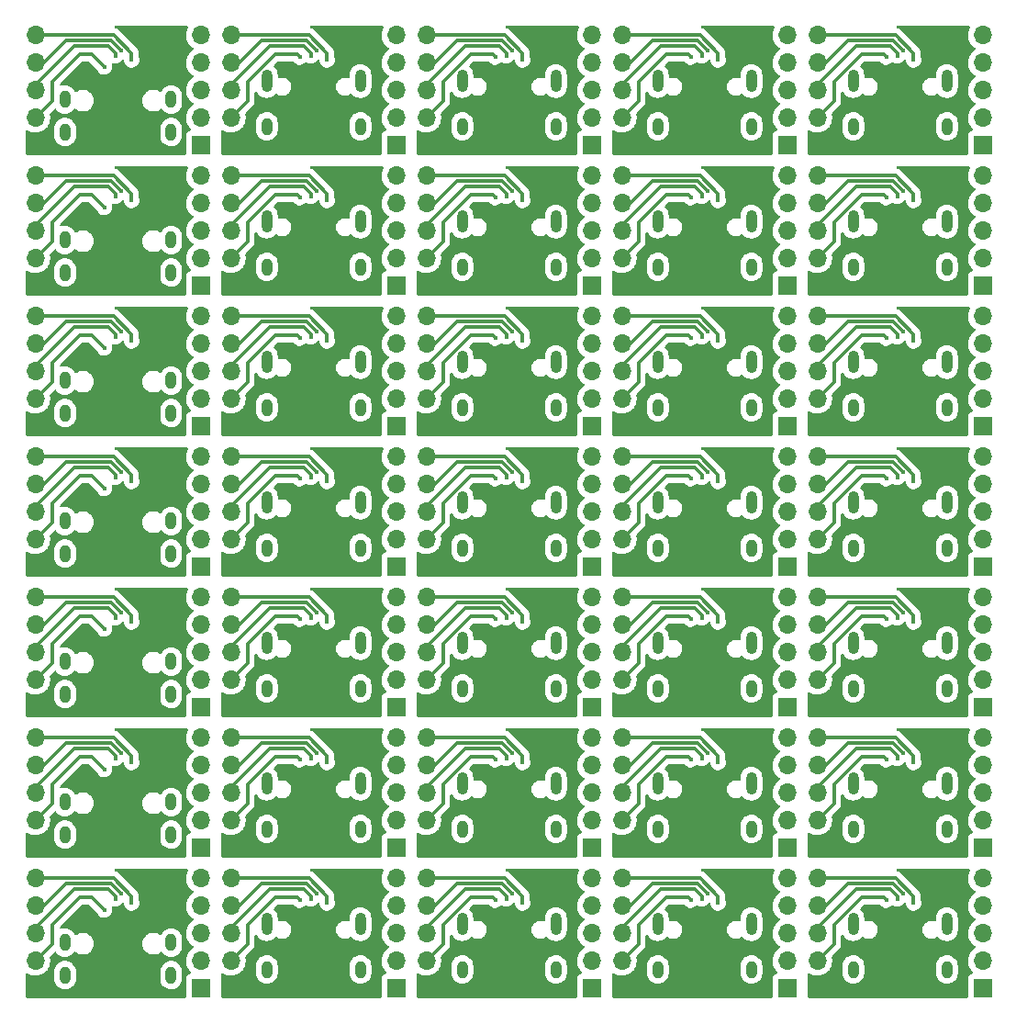
<source format=gbr>
%TF.GenerationSoftware,KiCad,Pcbnew,(6.0.7)*%
%TF.CreationDate,2022-11-03T07:54:49+08:00*%
%TF.ProjectId,panelization,70616e65-6c69-47a6-9174-696f6e2e6b69,rev?*%
%TF.SameCoordinates,Original*%
%TF.FileFunction,Copper,L2,Bot*%
%TF.FilePolarity,Positive*%
%FSLAX46Y46*%
G04 Gerber Fmt 4.6, Leading zero omitted, Abs format (unit mm)*
G04 Created by KiCad (PCBNEW (6.0.7)) date 2022-11-03 07:54:49*
%MOMM*%
%LPD*%
G01*
G04 APERTURE LIST*
%TA.AperFunction,ComponentPad*%
%ADD10O,1.000000X1.600000*%
%TD*%
%TA.AperFunction,ComponentPad*%
%ADD11O,1.000000X2.100000*%
%TD*%
%TA.AperFunction,ComponentPad*%
%ADD12R,1.700000X1.700000*%
%TD*%
%TA.AperFunction,ComponentPad*%
%ADD13O,1.700000X1.700000*%
%TD*%
%TA.AperFunction,ViaPad*%
%ADD14C,0.800000*%
%TD*%
%TA.AperFunction,ViaPad*%
%ADD15C,0.400000*%
%TD*%
%TA.AperFunction,Conductor*%
%ADD16C,0.300000*%
%TD*%
G04 APERTURE END LIST*
D10*
%TO.P,J49,S1,SHIELD*%
%TO.N,Net-(J1-PadA1)*%
X142877000Y-102015000D03*
D11*
X142877000Y-97835000D03*
D10*
X134237000Y-102015000D03*
D11*
X134237000Y-97835000D03*
%TD*%
D10*
%TO.P,J74,S1,SHIELD*%
%TO.N,Net-(J1-PadA1)*%
X97594000Y-125448500D03*
X97594000Y-128448500D03*
X107384000Y-125448500D03*
X107384000Y-128448500D03*
%TD*%
D11*
%TO.P,J100,S1,SHIELD*%
%TO.N,Net-(J1-PadA1)*%
X170305000Y-136697000D03*
D10*
X170305000Y-140877000D03*
X178945000Y-140877000D03*
D11*
X178945000Y-136697000D03*
%TD*%
%TO.P,J7,S1,SHIELD*%
%TO.N,Net-(J1-PadA1)*%
X152271000Y-58973000D03*
D10*
X160911000Y-63153000D03*
D11*
X160911000Y-58973000D03*
D10*
X152271000Y-63153000D03*
%TD*%
%TO.P,J28,S1,SHIELD*%
%TO.N,Net-(J1-PadA1)*%
X124843000Y-89061000D03*
D11*
X116203000Y-84881000D03*
X124843000Y-84881000D03*
D10*
X116203000Y-89061000D03*
%TD*%
%TO.P,J19,S1,SHIELD*%
%TO.N,Net-(J1-PadA1)*%
X142877000Y-76107000D03*
D11*
X134237000Y-71927000D03*
D10*
X134237000Y-76107000D03*
D11*
X142877000Y-71927000D03*
%TD*%
%TO.P,J1,S1,SHIELD*%
%TO.N,Net-(J1-PadA1)*%
X116203000Y-58973000D03*
X124843000Y-58973000D03*
D10*
X124843000Y-63153000D03*
X116203000Y-63153000D03*
%TD*%
%TO.P,J94,S1,SHIELD*%
%TO.N,Net-(J1-PadA1)*%
X134237000Y-140877000D03*
X142877000Y-140877000D03*
D11*
X142877000Y-136697000D03*
X134237000Y-136697000D03*
%TD*%
D10*
%TO.P,J13,S1,SHIELD*%
%TO.N,Net-(J1-PadA1)*%
X116203000Y-76107000D03*
D11*
X116203000Y-71927000D03*
X124843000Y-71927000D03*
D10*
X124843000Y-76107000D03*
%TD*%
%TO.P,J55,S1,SHIELD*%
%TO.N,Net-(J1-PadA1)*%
X178945000Y-102015000D03*
D11*
X178945000Y-97835000D03*
X170305000Y-97835000D03*
D10*
X170305000Y-102015000D03*
%TD*%
%TO.P,J40,S1,SHIELD*%
%TO.N,Net-(J1-PadA1)*%
X170305000Y-89061000D03*
D11*
X178945000Y-84881000D03*
X170305000Y-84881000D03*
D10*
X178945000Y-89061000D03*
%TD*%
%TO.P,J88,S1,SHIELD*%
%TO.N,Net-(J1-PadA1)*%
X116203000Y-140877000D03*
D11*
X124843000Y-136697000D03*
X116203000Y-136697000D03*
D10*
X124843000Y-140877000D03*
%TD*%
%TO.P,J29,S1,SHIELD*%
%TO.N,Net-(J1-PadA1)*%
X97594000Y-89586500D03*
X107384000Y-89586500D03*
X107384000Y-86586500D03*
X97594000Y-86586500D03*
%TD*%
%TO.P,J14,S1,SHIELD*%
%TO.N,Net-(J1-PadA1)*%
X107384000Y-76632500D03*
X97594000Y-73632500D03*
X97594000Y-76632500D03*
X107384000Y-73632500D03*
%TD*%
%TO.P,J59,S1,SHIELD*%
%TO.N,Net-(J1-PadA1)*%
X97594000Y-115494500D03*
X107384000Y-115494500D03*
X107384000Y-112494500D03*
X97594000Y-112494500D03*
%TD*%
%TO.P,J52,S1,SHIELD*%
%TO.N,Net-(J1-PadA1)*%
X160911000Y-102015000D03*
D11*
X160911000Y-97835000D03*
D10*
X152271000Y-102015000D03*
D11*
X152271000Y-97835000D03*
%TD*%
D10*
%TO.P,J37,S1,SHIELD*%
%TO.N,Net-(J1-PadA1)*%
X152271000Y-89061000D03*
X160911000Y-89061000D03*
D11*
X160911000Y-84881000D03*
X152271000Y-84881000D03*
%TD*%
D10*
%TO.P,J1,S1,SHIELD*%
%TO.N,Net-(J1-PadA1)*%
X97594000Y-60678500D03*
X107384000Y-60678500D03*
X107384000Y-63678500D03*
X97594000Y-63678500D03*
%TD*%
%TO.P,J58,S1,SHIELD*%
%TO.N,Net-(J1-PadA1)*%
X124843000Y-114969000D03*
D11*
X116203000Y-110789000D03*
X124843000Y-110789000D03*
D10*
X116203000Y-114969000D03*
%TD*%
%TO.P,J79,S1,SHIELD*%
%TO.N,Net-(J1-PadA1)*%
X142877000Y-127923000D03*
D11*
X142877000Y-123743000D03*
D10*
X134237000Y-127923000D03*
D11*
X134237000Y-123743000D03*
%TD*%
%TO.P,J43,S1,SHIELD*%
%TO.N,Net-(J1-PadA1)*%
X116203000Y-97835000D03*
D10*
X124843000Y-102015000D03*
X116203000Y-102015000D03*
D11*
X124843000Y-97835000D03*
%TD*%
D10*
%TO.P,J4,S1,SHIELD*%
%TO.N,Net-(J1-PadA1)*%
X134237000Y-63153000D03*
D11*
X142877000Y-58973000D03*
X134237000Y-58973000D03*
D10*
X142877000Y-63153000D03*
%TD*%
D11*
%TO.P,J64,S1,SHIELD*%
%TO.N,Net-(J1-PadA1)*%
X142877000Y-110789000D03*
X134237000Y-110789000D03*
D10*
X142877000Y-114969000D03*
X134237000Y-114969000D03*
%TD*%
D11*
%TO.P,J22,S1,SHIELD*%
%TO.N,Net-(J1-PadA1)*%
X152271000Y-71927000D03*
D10*
X152271000Y-76107000D03*
X160911000Y-76107000D03*
D11*
X160911000Y-71927000D03*
%TD*%
D10*
%TO.P,J89,S1,SHIELD*%
%TO.N,Net-(J1-PadA1)*%
X97594000Y-138402500D03*
X107384000Y-138402500D03*
X107384000Y-141402500D03*
X97594000Y-141402500D03*
%TD*%
D11*
%TO.P,J10,S1,SHIELD*%
%TO.N,Net-(J1-PadA1)*%
X170305000Y-58973000D03*
D10*
X170305000Y-63153000D03*
D11*
X178945000Y-58973000D03*
D10*
X178945000Y-63153000D03*
%TD*%
%TO.P,J34,S1,SHIELD*%
%TO.N,Net-(J1-PadA1)*%
X142877000Y-89061000D03*
D11*
X134237000Y-84881000D03*
D10*
X134237000Y-89061000D03*
D11*
X142877000Y-84881000D03*
%TD*%
D10*
%TO.P,J25,S1,SHIELD*%
%TO.N,Net-(J1-PadA1)*%
X170305000Y-76107000D03*
D11*
X170305000Y-71927000D03*
X178945000Y-71927000D03*
D10*
X178945000Y-76107000D03*
%TD*%
D11*
%TO.P,J73,S1,SHIELD*%
%TO.N,Net-(J1-PadA1)*%
X124843000Y-123743000D03*
D10*
X116203000Y-127923000D03*
D11*
X116203000Y-123743000D03*
D10*
X124843000Y-127923000D03*
%TD*%
%TO.P,J97,S1,SHIELD*%
%TO.N,Net-(J1-PadA1)*%
X160911000Y-140877000D03*
D11*
X160911000Y-136697000D03*
X152271000Y-136697000D03*
D10*
X152271000Y-140877000D03*
%TD*%
D11*
%TO.P,J67,S1,SHIELD*%
%TO.N,Net-(J1-PadA1)*%
X160911000Y-110789000D03*
X152271000Y-110789000D03*
D10*
X152271000Y-114969000D03*
X160911000Y-114969000D03*
%TD*%
%TO.P,J44,S1,SHIELD*%
%TO.N,Net-(J1-PadA1)*%
X107384000Y-99540500D03*
X107384000Y-102540500D03*
X97594000Y-102540500D03*
X97594000Y-99540500D03*
%TD*%
%TO.P,J85,S1,SHIELD*%
%TO.N,Net-(J1-PadA1)*%
X170305000Y-127923000D03*
D11*
X178945000Y-123743000D03*
D10*
X178945000Y-127923000D03*
D11*
X170305000Y-123743000D03*
%TD*%
D10*
%TO.P,J82,S1,SHIELD*%
%TO.N,Net-(J1-PadA1)*%
X160911000Y-127923000D03*
D11*
X160911000Y-123743000D03*
X152271000Y-123743000D03*
D10*
X152271000Y-127923000D03*
%TD*%
%TO.P,J70,S1,SHIELD*%
%TO.N,Net-(J1-PadA1)*%
X170305000Y-114969000D03*
X178945000Y-114969000D03*
D11*
X178945000Y-110789000D03*
X170305000Y-110789000D03*
%TD*%
D12*
%TO.P,J92,1,Pin_1*%
%TO.N,Net-(J1-PadA4)*%
X94869000Y-142621000D03*
D13*
%TO.P,J92,2,Pin_2*%
%TO.N,Net-(J1-PadA5)*%
X94869000Y-140081000D03*
%TO.P,J92,3,Pin_3*%
%TO.N,Net-(J1-PadA6)*%
X94869000Y-137541000D03*
%TO.P,J92,4,Pin_4*%
%TO.N,Net-(J1-PadA7)*%
X94869000Y-135001000D03*
%TO.P,J92,5,Pin_5*%
%TO.N,Net-(J1-PadA8)*%
X94869000Y-132461000D03*
%TD*%
D12*
%TO.P,J46,1,Pin_1*%
%TO.N,Net-(J1-PadA1)*%
X128143000Y-103754000D03*
D13*
%TO.P,J46,2,Pin_2*%
%TO.N,Net-(J1-PadB5)*%
X128143000Y-101214000D03*
%TO.P,J46,3,Pin_3*%
%TO.N,Net-(J1-PadB6)*%
X128143000Y-98674000D03*
%TO.P,J46,4,Pin_4*%
%TO.N,Net-(J1-PadB7)*%
X128143000Y-96134000D03*
%TO.P,J46,5,Pin_5*%
%TO.N,Net-(J1-PadB8)*%
X128143000Y-93594000D03*
%TD*%
D12*
%TO.P,J42,1,Pin_1*%
%TO.N,Net-(J1-PadA4)*%
X167005000Y-90805000D03*
D13*
%TO.P,J42,2,Pin_2*%
%TO.N,Net-(J1-PadA5)*%
X167005000Y-88265000D03*
%TO.P,J42,3,Pin_3*%
%TO.N,Net-(J1-PadA6)*%
X167005000Y-85725000D03*
%TO.P,J42,4,Pin_4*%
%TO.N,Net-(J1-PadA7)*%
X167005000Y-83185000D03*
%TO.P,J42,5,Pin_5*%
%TO.N,Net-(J1-PadA8)*%
X167005000Y-80645000D03*
%TD*%
D12*
%TO.P,J56,1,Pin_1*%
%TO.N,Net-(J1-PadA1)*%
X182245000Y-103754000D03*
D13*
%TO.P,J56,2,Pin_2*%
%TO.N,Net-(J1-PadB5)*%
X182245000Y-101214000D03*
%TO.P,J56,3,Pin_3*%
%TO.N,Net-(J1-PadB6)*%
X182245000Y-98674000D03*
%TO.P,J56,4,Pin_4*%
%TO.N,Net-(J1-PadB7)*%
X182245000Y-96134000D03*
%TO.P,J56,5,Pin_5*%
%TO.N,Net-(J1-PadB8)*%
X182245000Y-93594000D03*
%TD*%
D12*
%TO.P,J30,1,Pin_1*%
%TO.N,Net-(J1-PadA1)*%
X110109000Y-90800000D03*
D13*
%TO.P,J30,2,Pin_2*%
%TO.N,Net-(J1-PadB5)*%
X110109000Y-88260000D03*
%TO.P,J30,3,Pin_3*%
%TO.N,Net-(J1-PadB6)*%
X110109000Y-85720000D03*
%TO.P,J30,4,Pin_4*%
%TO.N,Net-(J1-PadB7)*%
X110109000Y-83180000D03*
%TO.P,J30,5,Pin_5*%
%TO.N,Net-(J1-PadB8)*%
X110109000Y-80640000D03*
%TD*%
D12*
%TO.P,J23,1,Pin_1*%
%TO.N,Net-(J1-PadA1)*%
X164211000Y-77846000D03*
D13*
%TO.P,J23,2,Pin_2*%
%TO.N,Net-(J1-PadB5)*%
X164211000Y-75306000D03*
%TO.P,J23,3,Pin_3*%
%TO.N,Net-(J1-PadB6)*%
X164211000Y-72766000D03*
%TO.P,J23,4,Pin_4*%
%TO.N,Net-(J1-PadB7)*%
X164211000Y-70226000D03*
%TO.P,J23,5,Pin_5*%
%TO.N,Net-(J1-PadB8)*%
X164211000Y-67686000D03*
%TD*%
D12*
%TO.P,J38,1,Pin_1*%
%TO.N,Net-(J1-PadA1)*%
X164211000Y-90800000D03*
D13*
%TO.P,J38,2,Pin_2*%
%TO.N,Net-(J1-PadB5)*%
X164211000Y-88260000D03*
%TO.P,J38,3,Pin_3*%
%TO.N,Net-(J1-PadB6)*%
X164211000Y-85720000D03*
%TO.P,J38,4,Pin_4*%
%TO.N,Net-(J1-PadB7)*%
X164211000Y-83180000D03*
%TO.P,J38,5,Pin_5*%
%TO.N,Net-(J1-PadB8)*%
X164211000Y-80640000D03*
%TD*%
D12*
%TO.P,J71,1,Pin_1*%
%TO.N,Net-(J1-PadA1)*%
X182245000Y-116708000D03*
D13*
%TO.P,J71,2,Pin_2*%
%TO.N,Net-(J1-PadB5)*%
X182245000Y-114168000D03*
%TO.P,J71,3,Pin_3*%
%TO.N,Net-(J1-PadB6)*%
X182245000Y-111628000D03*
%TO.P,J71,4,Pin_4*%
%TO.N,Net-(J1-PadB7)*%
X182245000Y-109088000D03*
%TO.P,J71,5,Pin_5*%
%TO.N,Net-(J1-PadB8)*%
X182245000Y-106548000D03*
%TD*%
D12*
%TO.P,J5,1,Pin_1*%
%TO.N,Net-(J1-PadA1)*%
X146177000Y-64892000D03*
D13*
%TO.P,J5,2,Pin_2*%
%TO.N,Net-(J1-PadB5)*%
X146177000Y-62352000D03*
%TO.P,J5,3,Pin_3*%
%TO.N,Net-(J1-PadB6)*%
X146177000Y-59812000D03*
%TO.P,J5,4,Pin_4*%
%TO.N,Net-(J1-PadB7)*%
X146177000Y-57272000D03*
%TO.P,J5,5,Pin_5*%
%TO.N,Net-(J1-PadB8)*%
X146177000Y-54732000D03*
%TD*%
D12*
%TO.P,J12,1,Pin_1*%
%TO.N,Net-(J1-PadA4)*%
X167005000Y-64897000D03*
D13*
%TO.P,J12,2,Pin_2*%
%TO.N,Net-(J1-PadA5)*%
X167005000Y-62357000D03*
%TO.P,J12,3,Pin_3*%
%TO.N,Net-(J1-PadA6)*%
X167005000Y-59817000D03*
%TO.P,J12,4,Pin_4*%
%TO.N,Net-(J1-PadA7)*%
X167005000Y-57277000D03*
%TO.P,J12,5,Pin_5*%
%TO.N,Net-(J1-PadA8)*%
X167005000Y-54737000D03*
%TD*%
D12*
%TO.P,J26,1,Pin_1*%
%TO.N,Net-(J1-PadA1)*%
X182245000Y-77846000D03*
D13*
%TO.P,J26,2,Pin_2*%
%TO.N,Net-(J1-PadB5)*%
X182245000Y-75306000D03*
%TO.P,J26,3,Pin_3*%
%TO.N,Net-(J1-PadB6)*%
X182245000Y-72766000D03*
%TO.P,J26,4,Pin_4*%
%TO.N,Net-(J1-PadB7)*%
X182245000Y-70226000D03*
%TO.P,J26,5,Pin_5*%
%TO.N,Net-(J1-PadB8)*%
X182245000Y-67686000D03*
%TD*%
D12*
%TO.P,J84,1,Pin_1*%
%TO.N,Net-(J1-PadA4)*%
X148971000Y-129667000D03*
D13*
%TO.P,J84,2,Pin_2*%
%TO.N,Net-(J1-PadA5)*%
X148971000Y-127127000D03*
%TO.P,J84,3,Pin_3*%
%TO.N,Net-(J1-PadA6)*%
X148971000Y-124587000D03*
%TO.P,J84,4,Pin_4*%
%TO.N,Net-(J1-PadA7)*%
X148971000Y-122047000D03*
%TO.P,J84,5,Pin_5*%
%TO.N,Net-(J1-PadA8)*%
X148971000Y-119507000D03*
%TD*%
D12*
%TO.P,J80,1,Pin_1*%
%TO.N,Net-(J1-PadA1)*%
X146177000Y-129662000D03*
D13*
%TO.P,J80,2,Pin_2*%
%TO.N,Net-(J1-PadB5)*%
X146177000Y-127122000D03*
%TO.P,J80,3,Pin_3*%
%TO.N,Net-(J1-PadB6)*%
X146177000Y-124582000D03*
%TO.P,J80,4,Pin_4*%
%TO.N,Net-(J1-PadB7)*%
X146177000Y-122042000D03*
%TO.P,J80,5,Pin_5*%
%TO.N,Net-(J1-PadB8)*%
X146177000Y-119502000D03*
%TD*%
D12*
%TO.P,J3,1,Pin_1*%
%TO.N,Net-(J1-PadA4)*%
X112903000Y-64897000D03*
D13*
%TO.P,J3,2,Pin_2*%
%TO.N,Net-(J1-PadA5)*%
X112903000Y-62357000D03*
%TO.P,J3,3,Pin_3*%
%TO.N,Net-(J1-PadA6)*%
X112903000Y-59817000D03*
%TO.P,J3,4,Pin_4*%
%TO.N,Net-(J1-PadA7)*%
X112903000Y-57277000D03*
%TO.P,J3,5,Pin_5*%
%TO.N,Net-(J1-PadA8)*%
X112903000Y-54737000D03*
%TD*%
D12*
%TO.P,J102,1,Pin_1*%
%TO.N,Net-(J1-PadA4)*%
X167005000Y-142621000D03*
D13*
%TO.P,J102,2,Pin_2*%
%TO.N,Net-(J1-PadA5)*%
X167005000Y-140081000D03*
%TO.P,J102,3,Pin_3*%
%TO.N,Net-(J1-PadA6)*%
X167005000Y-137541000D03*
%TO.P,J102,4,Pin_4*%
%TO.N,Net-(J1-PadA7)*%
X167005000Y-135001000D03*
%TO.P,J102,5,Pin_5*%
%TO.N,Net-(J1-PadA8)*%
X167005000Y-132461000D03*
%TD*%
D12*
%TO.P,J35,1,Pin_1*%
%TO.N,Net-(J1-PadA1)*%
X146177000Y-90800000D03*
D13*
%TO.P,J35,2,Pin_2*%
%TO.N,Net-(J1-PadB5)*%
X146177000Y-88260000D03*
%TO.P,J35,3,Pin_3*%
%TO.N,Net-(J1-PadB6)*%
X146177000Y-85720000D03*
%TO.P,J35,4,Pin_4*%
%TO.N,Net-(J1-PadB7)*%
X146177000Y-83180000D03*
%TO.P,J35,5,Pin_5*%
%TO.N,Net-(J1-PadB8)*%
X146177000Y-80640000D03*
%TD*%
D12*
%TO.P,J31,1,Pin_1*%
%TO.N,Net-(J1-PadA1)*%
X128143000Y-90800000D03*
D13*
%TO.P,J31,2,Pin_2*%
%TO.N,Net-(J1-PadB5)*%
X128143000Y-88260000D03*
%TO.P,J31,3,Pin_3*%
%TO.N,Net-(J1-PadB6)*%
X128143000Y-85720000D03*
%TO.P,J31,4,Pin_4*%
%TO.N,Net-(J1-PadB7)*%
X128143000Y-83180000D03*
%TO.P,J31,5,Pin_5*%
%TO.N,Net-(J1-PadB8)*%
X128143000Y-80640000D03*
%TD*%
D12*
%TO.P,J2,1,Pin_1*%
%TO.N,Net-(J1-PadA1)*%
X110109000Y-64892000D03*
D13*
%TO.P,J2,2,Pin_2*%
%TO.N,Net-(J1-PadB5)*%
X110109000Y-62352000D03*
%TO.P,J2,3,Pin_3*%
%TO.N,Net-(J1-PadB6)*%
X110109000Y-59812000D03*
%TO.P,J2,4,Pin_4*%
%TO.N,Net-(J1-PadB7)*%
X110109000Y-57272000D03*
%TO.P,J2,5,Pin_5*%
%TO.N,Net-(J1-PadB8)*%
X110109000Y-54732000D03*
%TD*%
D12*
%TO.P,J66,1,Pin_1*%
%TO.N,Net-(J1-PadA4)*%
X130937000Y-116713000D03*
D13*
%TO.P,J66,2,Pin_2*%
%TO.N,Net-(J1-PadA5)*%
X130937000Y-114173000D03*
%TO.P,J66,3,Pin_3*%
%TO.N,Net-(J1-PadA6)*%
X130937000Y-111633000D03*
%TO.P,J66,4,Pin_4*%
%TO.N,Net-(J1-PadA7)*%
X130937000Y-109093000D03*
%TO.P,J66,5,Pin_5*%
%TO.N,Net-(J1-PadA8)*%
X130937000Y-106553000D03*
%TD*%
D12*
%TO.P,J61,1,Pin_1*%
%TO.N,Net-(J1-PadA1)*%
X128143000Y-116708000D03*
D13*
%TO.P,J61,2,Pin_2*%
%TO.N,Net-(J1-PadB5)*%
X128143000Y-114168000D03*
%TO.P,J61,3,Pin_3*%
%TO.N,Net-(J1-PadB6)*%
X128143000Y-111628000D03*
%TO.P,J61,4,Pin_4*%
%TO.N,Net-(J1-PadB7)*%
X128143000Y-109088000D03*
%TO.P,J61,5,Pin_5*%
%TO.N,Net-(J1-PadB8)*%
X128143000Y-106548000D03*
%TD*%
D12*
%TO.P,J69,1,Pin_1*%
%TO.N,Net-(J1-PadA4)*%
X148971000Y-116713000D03*
D13*
%TO.P,J69,2,Pin_2*%
%TO.N,Net-(J1-PadA5)*%
X148971000Y-114173000D03*
%TO.P,J69,3,Pin_3*%
%TO.N,Net-(J1-PadA6)*%
X148971000Y-111633000D03*
%TO.P,J69,4,Pin_4*%
%TO.N,Net-(J1-PadA7)*%
X148971000Y-109093000D03*
%TO.P,J69,5,Pin_5*%
%TO.N,Net-(J1-PadA8)*%
X148971000Y-106553000D03*
%TD*%
D12*
%TO.P,J20,1,Pin_1*%
%TO.N,Net-(J1-PadA1)*%
X146177000Y-77846000D03*
D13*
%TO.P,J20,2,Pin_2*%
%TO.N,Net-(J1-PadB5)*%
X146177000Y-75306000D03*
%TO.P,J20,3,Pin_3*%
%TO.N,Net-(J1-PadB6)*%
X146177000Y-72766000D03*
%TO.P,J20,4,Pin_4*%
%TO.N,Net-(J1-PadB7)*%
X146177000Y-70226000D03*
%TO.P,J20,5,Pin_5*%
%TO.N,Net-(J1-PadB8)*%
X146177000Y-67686000D03*
%TD*%
D12*
%TO.P,J75,1,Pin_1*%
%TO.N,Net-(J1-PadA1)*%
X110109000Y-129662000D03*
D13*
%TO.P,J75,2,Pin_2*%
%TO.N,Net-(J1-PadB5)*%
X110109000Y-127122000D03*
%TO.P,J75,3,Pin_3*%
%TO.N,Net-(J1-PadB6)*%
X110109000Y-124582000D03*
%TO.P,J75,4,Pin_4*%
%TO.N,Net-(J1-PadB7)*%
X110109000Y-122042000D03*
%TO.P,J75,5,Pin_5*%
%TO.N,Net-(J1-PadB8)*%
X110109000Y-119502000D03*
%TD*%
D12*
%TO.P,J11,1,Pin_1*%
%TO.N,Net-(J1-PadA1)*%
X182245000Y-64892000D03*
D13*
%TO.P,J11,2,Pin_2*%
%TO.N,Net-(J1-PadB5)*%
X182245000Y-62352000D03*
%TO.P,J11,3,Pin_3*%
%TO.N,Net-(J1-PadB6)*%
X182245000Y-59812000D03*
%TO.P,J11,4,Pin_4*%
%TO.N,Net-(J1-PadB7)*%
X182245000Y-57272000D03*
%TO.P,J11,5,Pin_5*%
%TO.N,Net-(J1-PadB8)*%
X182245000Y-54732000D03*
%TD*%
D12*
%TO.P,J45,1,Pin_1*%
%TO.N,Net-(J1-PadA1)*%
X110109000Y-103754000D03*
D13*
%TO.P,J45,2,Pin_2*%
%TO.N,Net-(J1-PadB5)*%
X110109000Y-101214000D03*
%TO.P,J45,3,Pin_3*%
%TO.N,Net-(J1-PadB6)*%
X110109000Y-98674000D03*
%TO.P,J45,4,Pin_4*%
%TO.N,Net-(J1-PadB7)*%
X110109000Y-96134000D03*
%TO.P,J45,5,Pin_5*%
%TO.N,Net-(J1-PadB8)*%
X110109000Y-93594000D03*
%TD*%
D12*
%TO.P,J72,1,Pin_1*%
%TO.N,Net-(J1-PadA4)*%
X167005000Y-116713000D03*
D13*
%TO.P,J72,2,Pin_2*%
%TO.N,Net-(J1-PadA5)*%
X167005000Y-114173000D03*
%TO.P,J72,3,Pin_3*%
%TO.N,Net-(J1-PadA6)*%
X167005000Y-111633000D03*
%TO.P,J72,4,Pin_4*%
%TO.N,Net-(J1-PadA7)*%
X167005000Y-109093000D03*
%TO.P,J72,5,Pin_5*%
%TO.N,Net-(J1-PadA8)*%
X167005000Y-106553000D03*
%TD*%
D12*
%TO.P,J24,1,Pin_1*%
%TO.N,Net-(J1-PadA4)*%
X148971000Y-77851000D03*
D13*
%TO.P,J24,2,Pin_2*%
%TO.N,Net-(J1-PadA5)*%
X148971000Y-75311000D03*
%TO.P,J24,3,Pin_3*%
%TO.N,Net-(J1-PadA6)*%
X148971000Y-72771000D03*
%TO.P,J24,4,Pin_4*%
%TO.N,Net-(J1-PadA7)*%
X148971000Y-70231000D03*
%TO.P,J24,5,Pin_5*%
%TO.N,Net-(J1-PadA8)*%
X148971000Y-67691000D03*
%TD*%
D12*
%TO.P,J87,1,Pin_1*%
%TO.N,Net-(J1-PadA4)*%
X167005000Y-129667000D03*
D13*
%TO.P,J87,2,Pin_2*%
%TO.N,Net-(J1-PadA5)*%
X167005000Y-127127000D03*
%TO.P,J87,3,Pin_3*%
%TO.N,Net-(J1-PadA6)*%
X167005000Y-124587000D03*
%TO.P,J87,4,Pin_4*%
%TO.N,Net-(J1-PadA7)*%
X167005000Y-122047000D03*
%TO.P,J87,5,Pin_5*%
%TO.N,Net-(J1-PadA8)*%
X167005000Y-119507000D03*
%TD*%
D12*
%TO.P,J95,1,Pin_1*%
%TO.N,Net-(J1-PadA1)*%
X146177000Y-142616000D03*
D13*
%TO.P,J95,2,Pin_2*%
%TO.N,Net-(J1-PadB5)*%
X146177000Y-140076000D03*
%TO.P,J95,3,Pin_3*%
%TO.N,Net-(J1-PadB6)*%
X146177000Y-137536000D03*
%TO.P,J95,4,Pin_4*%
%TO.N,Net-(J1-PadB7)*%
X146177000Y-134996000D03*
%TO.P,J95,5,Pin_5*%
%TO.N,Net-(J1-PadB8)*%
X146177000Y-132456000D03*
%TD*%
D12*
%TO.P,J17,1,Pin_1*%
%TO.N,Net-(J1-PadA4)*%
X94869000Y-77851000D03*
D13*
%TO.P,J17,2,Pin_2*%
%TO.N,Net-(J1-PadA5)*%
X94869000Y-75311000D03*
%TO.P,J17,3,Pin_3*%
%TO.N,Net-(J1-PadA6)*%
X94869000Y-72771000D03*
%TO.P,J17,4,Pin_4*%
%TO.N,Net-(J1-PadA7)*%
X94869000Y-70231000D03*
%TO.P,J17,5,Pin_5*%
%TO.N,Net-(J1-PadA8)*%
X94869000Y-67691000D03*
%TD*%
D12*
%TO.P,J48,1,Pin_1*%
%TO.N,Net-(J1-PadA4)*%
X112903000Y-103759000D03*
D13*
%TO.P,J48,2,Pin_2*%
%TO.N,Net-(J1-PadA5)*%
X112903000Y-101219000D03*
%TO.P,J48,3,Pin_3*%
%TO.N,Net-(J1-PadA6)*%
X112903000Y-98679000D03*
%TO.P,J48,4,Pin_4*%
%TO.N,Net-(J1-PadA7)*%
X112903000Y-96139000D03*
%TO.P,J48,5,Pin_5*%
%TO.N,Net-(J1-PadA8)*%
X112903000Y-93599000D03*
%TD*%
D12*
%TO.P,J65,1,Pin_1*%
%TO.N,Net-(J1-PadA1)*%
X146177000Y-116708000D03*
D13*
%TO.P,J65,2,Pin_2*%
%TO.N,Net-(J1-PadB5)*%
X146177000Y-114168000D03*
%TO.P,J65,3,Pin_3*%
%TO.N,Net-(J1-PadB6)*%
X146177000Y-111628000D03*
%TO.P,J65,4,Pin_4*%
%TO.N,Net-(J1-PadB7)*%
X146177000Y-109088000D03*
%TO.P,J65,5,Pin_5*%
%TO.N,Net-(J1-PadB8)*%
X146177000Y-106548000D03*
%TD*%
D12*
%TO.P,J36,1,Pin_1*%
%TO.N,Net-(J1-PadA4)*%
X130937000Y-90805000D03*
D13*
%TO.P,J36,2,Pin_2*%
%TO.N,Net-(J1-PadA5)*%
X130937000Y-88265000D03*
%TO.P,J36,3,Pin_3*%
%TO.N,Net-(J1-PadA6)*%
X130937000Y-85725000D03*
%TO.P,J36,4,Pin_4*%
%TO.N,Net-(J1-PadA7)*%
X130937000Y-83185000D03*
%TO.P,J36,5,Pin_5*%
%TO.N,Net-(J1-PadA8)*%
X130937000Y-80645000D03*
%TD*%
D12*
%TO.P,J93,1,Pin_1*%
%TO.N,Net-(J1-PadA4)*%
X112903000Y-142621000D03*
D13*
%TO.P,J93,2,Pin_2*%
%TO.N,Net-(J1-PadA5)*%
X112903000Y-140081000D03*
%TO.P,J93,3,Pin_3*%
%TO.N,Net-(J1-PadA6)*%
X112903000Y-137541000D03*
%TO.P,J93,4,Pin_4*%
%TO.N,Net-(J1-PadA7)*%
X112903000Y-135001000D03*
%TO.P,J93,5,Pin_5*%
%TO.N,Net-(J1-PadA8)*%
X112903000Y-132461000D03*
%TD*%
D12*
%TO.P,J98,1,Pin_1*%
%TO.N,Net-(J1-PadA1)*%
X164211000Y-142616000D03*
D13*
%TO.P,J98,2,Pin_2*%
%TO.N,Net-(J1-PadB5)*%
X164211000Y-140076000D03*
%TO.P,J98,3,Pin_3*%
%TO.N,Net-(J1-PadB6)*%
X164211000Y-137536000D03*
%TO.P,J98,4,Pin_4*%
%TO.N,Net-(J1-PadB7)*%
X164211000Y-134996000D03*
%TO.P,J98,5,Pin_5*%
%TO.N,Net-(J1-PadB8)*%
X164211000Y-132456000D03*
%TD*%
D12*
%TO.P,J68,1,Pin_1*%
%TO.N,Net-(J1-PadA1)*%
X164211000Y-116708000D03*
D13*
%TO.P,J68,2,Pin_2*%
%TO.N,Net-(J1-PadB5)*%
X164211000Y-114168000D03*
%TO.P,J68,3,Pin_3*%
%TO.N,Net-(J1-PadB6)*%
X164211000Y-111628000D03*
%TO.P,J68,4,Pin_4*%
%TO.N,Net-(J1-PadB7)*%
X164211000Y-109088000D03*
%TO.P,J68,5,Pin_5*%
%TO.N,Net-(J1-PadB8)*%
X164211000Y-106548000D03*
%TD*%
D12*
%TO.P,J101,1,Pin_1*%
%TO.N,Net-(J1-PadA1)*%
X182245000Y-142616000D03*
D13*
%TO.P,J101,2,Pin_2*%
%TO.N,Net-(J1-PadB5)*%
X182245000Y-140076000D03*
%TO.P,J101,3,Pin_3*%
%TO.N,Net-(J1-PadB6)*%
X182245000Y-137536000D03*
%TO.P,J101,4,Pin_4*%
%TO.N,Net-(J1-PadB7)*%
X182245000Y-134996000D03*
%TO.P,J101,5,Pin_5*%
%TO.N,Net-(J1-PadB8)*%
X182245000Y-132456000D03*
%TD*%
D12*
%TO.P,J77,1,Pin_1*%
%TO.N,Net-(J1-PadA4)*%
X94869000Y-129667000D03*
D13*
%TO.P,J77,2,Pin_2*%
%TO.N,Net-(J1-PadA5)*%
X94869000Y-127127000D03*
%TO.P,J77,3,Pin_3*%
%TO.N,Net-(J1-PadA6)*%
X94869000Y-124587000D03*
%TO.P,J77,4,Pin_4*%
%TO.N,Net-(J1-PadA7)*%
X94869000Y-122047000D03*
%TO.P,J77,5,Pin_5*%
%TO.N,Net-(J1-PadA8)*%
X94869000Y-119507000D03*
%TD*%
D12*
%TO.P,J81,1,Pin_1*%
%TO.N,Net-(J1-PadA4)*%
X130937000Y-129667000D03*
D13*
%TO.P,J81,2,Pin_2*%
%TO.N,Net-(J1-PadA5)*%
X130937000Y-127127000D03*
%TO.P,J81,3,Pin_3*%
%TO.N,Net-(J1-PadA6)*%
X130937000Y-124587000D03*
%TO.P,J81,4,Pin_4*%
%TO.N,Net-(J1-PadA7)*%
X130937000Y-122047000D03*
%TO.P,J81,5,Pin_5*%
%TO.N,Net-(J1-PadA8)*%
X130937000Y-119507000D03*
%TD*%
D12*
%TO.P,J76,1,Pin_1*%
%TO.N,Net-(J1-PadA1)*%
X128143000Y-129662000D03*
D13*
%TO.P,J76,2,Pin_2*%
%TO.N,Net-(J1-PadB5)*%
X128143000Y-127122000D03*
%TO.P,J76,3,Pin_3*%
%TO.N,Net-(J1-PadB6)*%
X128143000Y-124582000D03*
%TO.P,J76,4,Pin_4*%
%TO.N,Net-(J1-PadB7)*%
X128143000Y-122042000D03*
%TO.P,J76,5,Pin_5*%
%TO.N,Net-(J1-PadB8)*%
X128143000Y-119502000D03*
%TD*%
D12*
%TO.P,J27,1,Pin_1*%
%TO.N,Net-(J1-PadA4)*%
X167005000Y-77851000D03*
D13*
%TO.P,J27,2,Pin_2*%
%TO.N,Net-(J1-PadA5)*%
X167005000Y-75311000D03*
%TO.P,J27,3,Pin_3*%
%TO.N,Net-(J1-PadA6)*%
X167005000Y-72771000D03*
%TO.P,J27,4,Pin_4*%
%TO.N,Net-(J1-PadA7)*%
X167005000Y-70231000D03*
%TO.P,J27,5,Pin_5*%
%TO.N,Net-(J1-PadA8)*%
X167005000Y-67691000D03*
%TD*%
D12*
%TO.P,J83,1,Pin_1*%
%TO.N,Net-(J1-PadA1)*%
X164211000Y-129662000D03*
D13*
%TO.P,J83,2,Pin_2*%
%TO.N,Net-(J1-PadB5)*%
X164211000Y-127122000D03*
%TO.P,J83,3,Pin_3*%
%TO.N,Net-(J1-PadB6)*%
X164211000Y-124582000D03*
%TO.P,J83,4,Pin_4*%
%TO.N,Net-(J1-PadB7)*%
X164211000Y-122042000D03*
%TO.P,J83,5,Pin_5*%
%TO.N,Net-(J1-PadB8)*%
X164211000Y-119502000D03*
%TD*%
D12*
%TO.P,J54,1,Pin_1*%
%TO.N,Net-(J1-PadA4)*%
X148971000Y-103759000D03*
D13*
%TO.P,J54,2,Pin_2*%
%TO.N,Net-(J1-PadA5)*%
X148971000Y-101219000D03*
%TO.P,J54,3,Pin_3*%
%TO.N,Net-(J1-PadA6)*%
X148971000Y-98679000D03*
%TO.P,J54,4,Pin_4*%
%TO.N,Net-(J1-PadA7)*%
X148971000Y-96139000D03*
%TO.P,J54,5,Pin_5*%
%TO.N,Net-(J1-PadA8)*%
X148971000Y-93599000D03*
%TD*%
D12*
%TO.P,J99,1,Pin_1*%
%TO.N,Net-(J1-PadA4)*%
X148971000Y-142621000D03*
D13*
%TO.P,J99,2,Pin_2*%
%TO.N,Net-(J1-PadA5)*%
X148971000Y-140081000D03*
%TO.P,J99,3,Pin_3*%
%TO.N,Net-(J1-PadA6)*%
X148971000Y-137541000D03*
%TO.P,J99,4,Pin_4*%
%TO.N,Net-(J1-PadA7)*%
X148971000Y-135001000D03*
%TO.P,J99,5,Pin_5*%
%TO.N,Net-(J1-PadA8)*%
X148971000Y-132461000D03*
%TD*%
D12*
%TO.P,J50,1,Pin_1*%
%TO.N,Net-(J1-PadA1)*%
X146177000Y-103754000D03*
D13*
%TO.P,J50,2,Pin_2*%
%TO.N,Net-(J1-PadB5)*%
X146177000Y-101214000D03*
%TO.P,J50,3,Pin_3*%
%TO.N,Net-(J1-PadB6)*%
X146177000Y-98674000D03*
%TO.P,J50,4,Pin_4*%
%TO.N,Net-(J1-PadB7)*%
X146177000Y-96134000D03*
%TO.P,J50,5,Pin_5*%
%TO.N,Net-(J1-PadB8)*%
X146177000Y-93594000D03*
%TD*%
D12*
%TO.P,J63,1,Pin_1*%
%TO.N,Net-(J1-PadA4)*%
X112903000Y-116713000D03*
D13*
%TO.P,J63,2,Pin_2*%
%TO.N,Net-(J1-PadA5)*%
X112903000Y-114173000D03*
%TO.P,J63,3,Pin_3*%
%TO.N,Net-(J1-PadA6)*%
X112903000Y-111633000D03*
%TO.P,J63,4,Pin_4*%
%TO.N,Net-(J1-PadA7)*%
X112903000Y-109093000D03*
%TO.P,J63,5,Pin_5*%
%TO.N,Net-(J1-PadA8)*%
X112903000Y-106553000D03*
%TD*%
D12*
%TO.P,J16,1,Pin_1*%
%TO.N,Net-(J1-PadA1)*%
X128143000Y-77846000D03*
D13*
%TO.P,J16,2,Pin_2*%
%TO.N,Net-(J1-PadB5)*%
X128143000Y-75306000D03*
%TO.P,J16,3,Pin_3*%
%TO.N,Net-(J1-PadB6)*%
X128143000Y-72766000D03*
%TO.P,J16,4,Pin_4*%
%TO.N,Net-(J1-PadB7)*%
X128143000Y-70226000D03*
%TO.P,J16,5,Pin_5*%
%TO.N,Net-(J1-PadB8)*%
X128143000Y-67686000D03*
%TD*%
D12*
%TO.P,J51,1,Pin_1*%
%TO.N,Net-(J1-PadA4)*%
X130937000Y-103759000D03*
D13*
%TO.P,J51,2,Pin_2*%
%TO.N,Net-(J1-PadA5)*%
X130937000Y-101219000D03*
%TO.P,J51,3,Pin_3*%
%TO.N,Net-(J1-PadA6)*%
X130937000Y-98679000D03*
%TO.P,J51,4,Pin_4*%
%TO.N,Net-(J1-PadA7)*%
X130937000Y-96139000D03*
%TO.P,J51,5,Pin_5*%
%TO.N,Net-(J1-PadA8)*%
X130937000Y-93599000D03*
%TD*%
D12*
%TO.P,J90,1,Pin_1*%
%TO.N,Net-(J1-PadA1)*%
X110109000Y-142616000D03*
D13*
%TO.P,J90,2,Pin_2*%
%TO.N,Net-(J1-PadB5)*%
X110109000Y-140076000D03*
%TO.P,J90,3,Pin_3*%
%TO.N,Net-(J1-PadB6)*%
X110109000Y-137536000D03*
%TO.P,J90,4,Pin_4*%
%TO.N,Net-(J1-PadB7)*%
X110109000Y-134996000D03*
%TO.P,J90,5,Pin_5*%
%TO.N,Net-(J1-PadB8)*%
X110109000Y-132456000D03*
%TD*%
D12*
%TO.P,J39,1,Pin_1*%
%TO.N,Net-(J1-PadA4)*%
X148971000Y-90805000D03*
D13*
%TO.P,J39,2,Pin_2*%
%TO.N,Net-(J1-PadA5)*%
X148971000Y-88265000D03*
%TO.P,J39,3,Pin_3*%
%TO.N,Net-(J1-PadA6)*%
X148971000Y-85725000D03*
%TO.P,J39,4,Pin_4*%
%TO.N,Net-(J1-PadA7)*%
X148971000Y-83185000D03*
%TO.P,J39,5,Pin_5*%
%TO.N,Net-(J1-PadA8)*%
X148971000Y-80645000D03*
%TD*%
D12*
%TO.P,J57,1,Pin_1*%
%TO.N,Net-(J1-PadA4)*%
X167005000Y-103759000D03*
D13*
%TO.P,J57,2,Pin_2*%
%TO.N,Net-(J1-PadA5)*%
X167005000Y-101219000D03*
%TO.P,J57,3,Pin_3*%
%TO.N,Net-(J1-PadA6)*%
X167005000Y-98679000D03*
%TO.P,J57,4,Pin_4*%
%TO.N,Net-(J1-PadA7)*%
X167005000Y-96139000D03*
%TO.P,J57,5,Pin_5*%
%TO.N,Net-(J1-PadA8)*%
X167005000Y-93599000D03*
%TD*%
D12*
%TO.P,J91,1,Pin_1*%
%TO.N,Net-(J1-PadA1)*%
X128143000Y-142616000D03*
D13*
%TO.P,J91,2,Pin_2*%
%TO.N,Net-(J1-PadB5)*%
X128143000Y-140076000D03*
%TO.P,J91,3,Pin_3*%
%TO.N,Net-(J1-PadB6)*%
X128143000Y-137536000D03*
%TO.P,J91,4,Pin_4*%
%TO.N,Net-(J1-PadB7)*%
X128143000Y-134996000D03*
%TO.P,J91,5,Pin_5*%
%TO.N,Net-(J1-PadB8)*%
X128143000Y-132456000D03*
%TD*%
D12*
%TO.P,J62,1,Pin_1*%
%TO.N,Net-(J1-PadA4)*%
X94869000Y-116713000D03*
D13*
%TO.P,J62,2,Pin_2*%
%TO.N,Net-(J1-PadA5)*%
X94869000Y-114173000D03*
%TO.P,J62,3,Pin_3*%
%TO.N,Net-(J1-PadA6)*%
X94869000Y-111633000D03*
%TO.P,J62,4,Pin_4*%
%TO.N,Net-(J1-PadA7)*%
X94869000Y-109093000D03*
%TO.P,J62,5,Pin_5*%
%TO.N,Net-(J1-PadA8)*%
X94869000Y-106553000D03*
%TD*%
D12*
%TO.P,J53,1,Pin_1*%
%TO.N,Net-(J1-PadA1)*%
X164211000Y-103754000D03*
D13*
%TO.P,J53,2,Pin_2*%
%TO.N,Net-(J1-PadB5)*%
X164211000Y-101214000D03*
%TO.P,J53,3,Pin_3*%
%TO.N,Net-(J1-PadB6)*%
X164211000Y-98674000D03*
%TO.P,J53,4,Pin_4*%
%TO.N,Net-(J1-PadB7)*%
X164211000Y-96134000D03*
%TO.P,J53,5,Pin_5*%
%TO.N,Net-(J1-PadB8)*%
X164211000Y-93594000D03*
%TD*%
D12*
%TO.P,J96,1,Pin_1*%
%TO.N,Net-(J1-PadA4)*%
X130937000Y-142621000D03*
D13*
%TO.P,J96,2,Pin_2*%
%TO.N,Net-(J1-PadA5)*%
X130937000Y-140081000D03*
%TO.P,J96,3,Pin_3*%
%TO.N,Net-(J1-PadA6)*%
X130937000Y-137541000D03*
%TO.P,J96,4,Pin_4*%
%TO.N,Net-(J1-PadA7)*%
X130937000Y-135001000D03*
%TO.P,J96,5,Pin_5*%
%TO.N,Net-(J1-PadA8)*%
X130937000Y-132461000D03*
%TD*%
D12*
%TO.P,J18,1,Pin_1*%
%TO.N,Net-(J1-PadA4)*%
X112903000Y-77851000D03*
D13*
%TO.P,J18,2,Pin_2*%
%TO.N,Net-(J1-PadA5)*%
X112903000Y-75311000D03*
%TO.P,J18,3,Pin_3*%
%TO.N,Net-(J1-PadA6)*%
X112903000Y-72771000D03*
%TO.P,J18,4,Pin_4*%
%TO.N,Net-(J1-PadA7)*%
X112903000Y-70231000D03*
%TO.P,J18,5,Pin_5*%
%TO.N,Net-(J1-PadA8)*%
X112903000Y-67691000D03*
%TD*%
D12*
%TO.P,J41,1,Pin_1*%
%TO.N,Net-(J1-PadA1)*%
X182245000Y-90800000D03*
D13*
%TO.P,J41,2,Pin_2*%
%TO.N,Net-(J1-PadB5)*%
X182245000Y-88260000D03*
%TO.P,J41,3,Pin_3*%
%TO.N,Net-(J1-PadB6)*%
X182245000Y-85720000D03*
%TO.P,J41,4,Pin_4*%
%TO.N,Net-(J1-PadB7)*%
X182245000Y-83180000D03*
%TO.P,J41,5,Pin_5*%
%TO.N,Net-(J1-PadB8)*%
X182245000Y-80640000D03*
%TD*%
D12*
%TO.P,J47,1,Pin_1*%
%TO.N,Net-(J1-PadA4)*%
X94869000Y-103759000D03*
D13*
%TO.P,J47,2,Pin_2*%
%TO.N,Net-(J1-PadA5)*%
X94869000Y-101219000D03*
%TO.P,J47,3,Pin_3*%
%TO.N,Net-(J1-PadA6)*%
X94869000Y-98679000D03*
%TO.P,J47,4,Pin_4*%
%TO.N,Net-(J1-PadA7)*%
X94869000Y-96139000D03*
%TO.P,J47,5,Pin_5*%
%TO.N,Net-(J1-PadA8)*%
X94869000Y-93599000D03*
%TD*%
D12*
%TO.P,J3,1,Pin_1*%
%TO.N,Net-(J1-PadA4)*%
X94869000Y-64897000D03*
D13*
%TO.P,J3,2,Pin_2*%
%TO.N,Net-(J1-PadA5)*%
X94869000Y-62357000D03*
%TO.P,J3,3,Pin_3*%
%TO.N,Net-(J1-PadA6)*%
X94869000Y-59817000D03*
%TO.P,J3,4,Pin_4*%
%TO.N,Net-(J1-PadA7)*%
X94869000Y-57277000D03*
%TO.P,J3,5,Pin_5*%
%TO.N,Net-(J1-PadA8)*%
X94869000Y-54737000D03*
%TD*%
D12*
%TO.P,J6,1,Pin_1*%
%TO.N,Net-(J1-PadA4)*%
X130937000Y-64897000D03*
D13*
%TO.P,J6,2,Pin_2*%
%TO.N,Net-(J1-PadA5)*%
X130937000Y-62357000D03*
%TO.P,J6,3,Pin_3*%
%TO.N,Net-(J1-PadA6)*%
X130937000Y-59817000D03*
%TO.P,J6,4,Pin_4*%
%TO.N,Net-(J1-PadA7)*%
X130937000Y-57277000D03*
%TO.P,J6,5,Pin_5*%
%TO.N,Net-(J1-PadA8)*%
X130937000Y-54737000D03*
%TD*%
D12*
%TO.P,J15,1,Pin_1*%
%TO.N,Net-(J1-PadA1)*%
X110109000Y-77846000D03*
D13*
%TO.P,J15,2,Pin_2*%
%TO.N,Net-(J1-PadB5)*%
X110109000Y-75306000D03*
%TO.P,J15,3,Pin_3*%
%TO.N,Net-(J1-PadB6)*%
X110109000Y-72766000D03*
%TO.P,J15,4,Pin_4*%
%TO.N,Net-(J1-PadB7)*%
X110109000Y-70226000D03*
%TO.P,J15,5,Pin_5*%
%TO.N,Net-(J1-PadB8)*%
X110109000Y-67686000D03*
%TD*%
D12*
%TO.P,J33,1,Pin_1*%
%TO.N,Net-(J1-PadA4)*%
X112903000Y-90805000D03*
D13*
%TO.P,J33,2,Pin_2*%
%TO.N,Net-(J1-PadA5)*%
X112903000Y-88265000D03*
%TO.P,J33,3,Pin_3*%
%TO.N,Net-(J1-PadA6)*%
X112903000Y-85725000D03*
%TO.P,J33,4,Pin_4*%
%TO.N,Net-(J1-PadA7)*%
X112903000Y-83185000D03*
%TO.P,J33,5,Pin_5*%
%TO.N,Net-(J1-PadA8)*%
X112903000Y-80645000D03*
%TD*%
D12*
%TO.P,J8,1,Pin_1*%
%TO.N,Net-(J1-PadA1)*%
X164211000Y-64892000D03*
D13*
%TO.P,J8,2,Pin_2*%
%TO.N,Net-(J1-PadB5)*%
X164211000Y-62352000D03*
%TO.P,J8,3,Pin_3*%
%TO.N,Net-(J1-PadB6)*%
X164211000Y-59812000D03*
%TO.P,J8,4,Pin_4*%
%TO.N,Net-(J1-PadB7)*%
X164211000Y-57272000D03*
%TO.P,J8,5,Pin_5*%
%TO.N,Net-(J1-PadB8)*%
X164211000Y-54732000D03*
%TD*%
D12*
%TO.P,J32,1,Pin_1*%
%TO.N,Net-(J1-PadA4)*%
X94869000Y-90805000D03*
D13*
%TO.P,J32,2,Pin_2*%
%TO.N,Net-(J1-PadA5)*%
X94869000Y-88265000D03*
%TO.P,J32,3,Pin_3*%
%TO.N,Net-(J1-PadA6)*%
X94869000Y-85725000D03*
%TO.P,J32,4,Pin_4*%
%TO.N,Net-(J1-PadA7)*%
X94869000Y-83185000D03*
%TO.P,J32,5,Pin_5*%
%TO.N,Net-(J1-PadA8)*%
X94869000Y-80645000D03*
%TD*%
D12*
%TO.P,J2,1,Pin_1*%
%TO.N,Net-(J1-PadA1)*%
X128143000Y-64892000D03*
D13*
%TO.P,J2,2,Pin_2*%
%TO.N,Net-(J1-PadB5)*%
X128143000Y-62352000D03*
%TO.P,J2,3,Pin_3*%
%TO.N,Net-(J1-PadB6)*%
X128143000Y-59812000D03*
%TO.P,J2,4,Pin_4*%
%TO.N,Net-(J1-PadB7)*%
X128143000Y-57272000D03*
%TO.P,J2,5,Pin_5*%
%TO.N,Net-(J1-PadB8)*%
X128143000Y-54732000D03*
%TD*%
D12*
%TO.P,J78,1,Pin_1*%
%TO.N,Net-(J1-PadA4)*%
X112903000Y-129667000D03*
D13*
%TO.P,J78,2,Pin_2*%
%TO.N,Net-(J1-PadA5)*%
X112903000Y-127127000D03*
%TO.P,J78,3,Pin_3*%
%TO.N,Net-(J1-PadA6)*%
X112903000Y-124587000D03*
%TO.P,J78,4,Pin_4*%
%TO.N,Net-(J1-PadA7)*%
X112903000Y-122047000D03*
%TO.P,J78,5,Pin_5*%
%TO.N,Net-(J1-PadA8)*%
X112903000Y-119507000D03*
%TD*%
D12*
%TO.P,J60,1,Pin_1*%
%TO.N,Net-(J1-PadA1)*%
X110109000Y-116708000D03*
D13*
%TO.P,J60,2,Pin_2*%
%TO.N,Net-(J1-PadB5)*%
X110109000Y-114168000D03*
%TO.P,J60,3,Pin_3*%
%TO.N,Net-(J1-PadB6)*%
X110109000Y-111628000D03*
%TO.P,J60,4,Pin_4*%
%TO.N,Net-(J1-PadB7)*%
X110109000Y-109088000D03*
%TO.P,J60,5,Pin_5*%
%TO.N,Net-(J1-PadB8)*%
X110109000Y-106548000D03*
%TD*%
D12*
%TO.P,J21,1,Pin_1*%
%TO.N,Net-(J1-PadA4)*%
X130937000Y-77851000D03*
D13*
%TO.P,J21,2,Pin_2*%
%TO.N,Net-(J1-PadA5)*%
X130937000Y-75311000D03*
%TO.P,J21,3,Pin_3*%
%TO.N,Net-(J1-PadA6)*%
X130937000Y-72771000D03*
%TO.P,J21,4,Pin_4*%
%TO.N,Net-(J1-PadA7)*%
X130937000Y-70231000D03*
%TO.P,J21,5,Pin_5*%
%TO.N,Net-(J1-PadA8)*%
X130937000Y-67691000D03*
%TD*%
D12*
%TO.P,J9,1,Pin_1*%
%TO.N,Net-(J1-PadA4)*%
X148971000Y-64897000D03*
D13*
%TO.P,J9,2,Pin_2*%
%TO.N,Net-(J1-PadA5)*%
X148971000Y-62357000D03*
%TO.P,J9,3,Pin_3*%
%TO.N,Net-(J1-PadA6)*%
X148971000Y-59817000D03*
%TO.P,J9,4,Pin_4*%
%TO.N,Net-(J1-PadA7)*%
X148971000Y-57277000D03*
%TO.P,J9,5,Pin_5*%
%TO.N,Net-(J1-PadA8)*%
X148971000Y-54737000D03*
%TD*%
D12*
%TO.P,J86,1,Pin_1*%
%TO.N,Net-(J1-PadA1)*%
X182245000Y-129662000D03*
D13*
%TO.P,J86,2,Pin_2*%
%TO.N,Net-(J1-PadB5)*%
X182245000Y-127122000D03*
%TO.P,J86,3,Pin_3*%
%TO.N,Net-(J1-PadB6)*%
X182245000Y-124582000D03*
%TO.P,J86,4,Pin_4*%
%TO.N,Net-(J1-PadB7)*%
X182245000Y-122042000D03*
%TO.P,J86,5,Pin_5*%
%TO.N,Net-(J1-PadB8)*%
X182245000Y-119502000D03*
%TD*%
D14*
%TO.N,Net-(J1-PadA4)*%
X136906000Y-111379000D03*
X100838000Y-86614000D03*
X154940000Y-85471000D03*
X172974000Y-124333000D03*
X118872000Y-124333000D03*
X118872000Y-72517000D03*
X136906000Y-59563000D03*
X122174000Y-98425000D03*
X140208000Y-124333000D03*
X140208000Y-137287000D03*
X154940000Y-124333000D03*
X140208000Y-59563000D03*
X136906000Y-85471000D03*
X176276000Y-124333000D03*
X140208000Y-98425000D03*
X154940000Y-137287000D03*
X176276000Y-85471000D03*
X118872000Y-85471000D03*
X172974000Y-98425000D03*
X118872000Y-111379000D03*
X104140000Y-125476000D03*
X104140000Y-112522000D03*
X122174000Y-124333000D03*
X136906000Y-137287000D03*
X118872000Y-98425000D03*
X104140000Y-99568000D03*
X140208000Y-85471000D03*
X136906000Y-124333000D03*
X176276000Y-98425000D03*
X104140000Y-60706000D03*
X176276000Y-72517000D03*
X104140000Y-138430000D03*
X154940000Y-59563000D03*
X154940000Y-98425000D03*
X122174000Y-59563000D03*
X100838000Y-73660000D03*
X172974000Y-137287000D03*
X122174000Y-111379000D03*
X158242000Y-137287000D03*
X136906000Y-98425000D03*
X122174000Y-137287000D03*
X154940000Y-72517000D03*
X100838000Y-99568000D03*
X140208000Y-111379000D03*
X122174000Y-85471000D03*
X100838000Y-125476000D03*
X158242000Y-124333000D03*
X118872000Y-137287000D03*
X176276000Y-111379000D03*
X176276000Y-137287000D03*
X158242000Y-59563000D03*
X140208000Y-72517000D03*
X154940000Y-111379000D03*
X118872000Y-59563000D03*
X104140000Y-73660000D03*
X172974000Y-111379000D03*
X176276000Y-59563000D03*
X136906000Y-72517000D03*
X172974000Y-72517000D03*
X158242000Y-111379000D03*
X158242000Y-85471000D03*
X172974000Y-59563000D03*
X100838000Y-138430000D03*
X158242000Y-98425000D03*
X122174000Y-72517000D03*
X100838000Y-60706000D03*
X172974000Y-85471000D03*
X100838000Y-112522000D03*
X158242000Y-72517000D03*
X104140000Y-86614000D03*
D15*
%TO.N,Net-(J1-PadA5)*%
X173356000Y-56769000D03*
X173356000Y-69723000D03*
X155322000Y-69723000D03*
X119254000Y-95631000D03*
X173356000Y-134493000D03*
X137288000Y-121539000D03*
X173356000Y-108585000D03*
X155322000Y-121539000D03*
X137288000Y-134493000D03*
X137288000Y-95631000D03*
X119254000Y-134493000D03*
X101215500Y-96520000D03*
X155322000Y-108585000D03*
X101215500Y-83566000D03*
X137288000Y-82677000D03*
X119254000Y-108585000D03*
X119254000Y-121539000D03*
X101215500Y-57658000D03*
X137288000Y-69723000D03*
X101215500Y-122428000D03*
X119254000Y-82677000D03*
X101215500Y-70612000D03*
X173356000Y-82677000D03*
X155322000Y-134493000D03*
X119254000Y-69723000D03*
X155322000Y-82677000D03*
X173356000Y-95631000D03*
X119254000Y-56769000D03*
X101215500Y-109474000D03*
X173356000Y-121539000D03*
X155322000Y-95631000D03*
X137288000Y-108585000D03*
X155322000Y-56769000D03*
X137288000Y-56769000D03*
X101215500Y-135382000D03*
%TO.N,Net-(J1-PadA6)*%
X120269000Y-108458000D03*
X138303000Y-134366000D03*
X120269000Y-134366000D03*
X102235000Y-82550000D03*
X174371000Y-95504000D03*
X156337000Y-108458000D03*
X138303000Y-108458000D03*
X120269000Y-56642000D03*
X156337000Y-134366000D03*
X138303000Y-82550000D03*
X102235000Y-134366000D03*
X102235000Y-121412000D03*
X120269000Y-121412000D03*
X120269000Y-82550000D03*
X120269000Y-95504000D03*
X174371000Y-56642000D03*
X156337000Y-82550000D03*
X174371000Y-134366000D03*
X156337000Y-56642000D03*
X174371000Y-108458000D03*
X138303000Y-121412000D03*
X120269000Y-69596000D03*
X102235000Y-56642000D03*
X102235000Y-95504000D03*
X156337000Y-95504000D03*
X174371000Y-82550000D03*
X102235000Y-108458000D03*
X156337000Y-69596000D03*
X138303000Y-69596000D03*
X102235000Y-69596000D03*
X174371000Y-69596000D03*
X138303000Y-56642000D03*
X156337000Y-121412000D03*
X174371000Y-121412000D03*
X138303000Y-95504000D03*
%TO.N,Net-(J1-PadA7)*%
X120777000Y-120904000D03*
X102743000Y-56134000D03*
X120777000Y-82042000D03*
X156845000Y-94996000D03*
X120777000Y-69088000D03*
X102743000Y-94996000D03*
X174879000Y-94996000D03*
X138811000Y-56134000D03*
X138811000Y-107950000D03*
X156845000Y-107950000D03*
X156845000Y-82042000D03*
X156845000Y-56134000D03*
X156845000Y-69088000D03*
X138811000Y-69088000D03*
X138811000Y-133858000D03*
X174879000Y-82042000D03*
X174879000Y-56134000D03*
X174879000Y-107950000D03*
X120777000Y-133858000D03*
X120777000Y-94996000D03*
X138811000Y-82042000D03*
X138811000Y-120904000D03*
X102743000Y-120904000D03*
X120777000Y-107950000D03*
X156845000Y-120904000D03*
X102743000Y-69088000D03*
X174879000Y-69088000D03*
X102743000Y-133858000D03*
X138811000Y-94996000D03*
X156845000Y-133858000D03*
X120777000Y-56134000D03*
X174879000Y-120904000D03*
X102743000Y-107950000D03*
X102743000Y-82042000D03*
X174879000Y-133858000D03*
%TO.N,Net-(J1-PadA8)*%
X175875500Y-57024674D03*
X103739500Y-108840674D03*
X103739500Y-57024674D03*
X139807500Y-57024674D03*
X121773500Y-108840674D03*
X139807500Y-121794674D03*
X139807500Y-95886674D03*
X175875500Y-134748674D03*
X121773500Y-134748674D03*
X157841500Y-121794674D03*
X103739500Y-134748674D03*
X175875500Y-82932674D03*
X139807500Y-82932674D03*
X157841500Y-108840674D03*
X103739500Y-121794674D03*
X121773500Y-95886674D03*
X139807500Y-108840674D03*
X121773500Y-57024674D03*
X103739500Y-95886674D03*
X175875500Y-95886674D03*
X139807500Y-134748674D03*
X175875500Y-121794674D03*
X157841500Y-82932674D03*
X103739500Y-82932674D03*
X175875500Y-69978674D03*
X157841500Y-95886674D03*
X157841500Y-69978674D03*
X103739500Y-69978674D03*
X121773500Y-82932674D03*
X121773500Y-121794674D03*
X157841500Y-57024674D03*
X121773500Y-69978674D03*
X139807500Y-69978674D03*
X175875500Y-108840674D03*
X157841500Y-134748674D03*
%TD*%
D16*
%TO.N,Net-(J1-PadA5)*%
X150495000Y-99695000D02*
X148971000Y-101219000D01*
X137034000Y-56515000D02*
X135001000Y-56515000D01*
X119000000Y-56515000D02*
X116967000Y-56515000D01*
X168529000Y-138557000D02*
X167005000Y-140081000D01*
X153035000Y-134239000D02*
X150495000Y-136779000D01*
X119254000Y-108585000D02*
X119000000Y-108331000D01*
X114427000Y-97917000D02*
X114427000Y-99695000D01*
X155322000Y-82677000D02*
X155068000Y-82423000D01*
X98933000Y-134239000D02*
X96393000Y-136779000D01*
X150495000Y-110871000D02*
X150495000Y-112649000D01*
X100072500Y-134239000D02*
X98933000Y-134239000D01*
X155068000Y-95377000D02*
X153035000Y-95377000D01*
X173356000Y-121539000D02*
X173102000Y-121285000D01*
X150495000Y-123825000D02*
X150495000Y-125603000D01*
X96393000Y-97917000D02*
X96393000Y-99695000D01*
X173356000Y-69723000D02*
X173102000Y-69469000D01*
X119254000Y-56769000D02*
X119000000Y-56515000D01*
X171069000Y-56515000D02*
X168529000Y-59055000D01*
X119254000Y-134493000D02*
X119000000Y-134239000D01*
X153035000Y-69469000D02*
X150495000Y-72009000D01*
X137288000Y-134493000D02*
X137034000Y-134239000D01*
X135001000Y-134239000D02*
X132461000Y-136779000D01*
X168529000Y-125603000D02*
X167005000Y-127127000D01*
X119000000Y-95377000D02*
X116967000Y-95377000D01*
X137288000Y-69723000D02*
X137034000Y-69469000D01*
X98933000Y-69469000D02*
X96393000Y-72009000D01*
X96393000Y-136779000D02*
X96393000Y-138557000D01*
X168529000Y-84963000D02*
X168529000Y-86741000D01*
X96393000Y-138557000D02*
X94869000Y-140081000D01*
X132461000Y-136779000D02*
X132461000Y-138557000D01*
X96393000Y-112649000D02*
X94869000Y-114173000D01*
X119254000Y-69723000D02*
X119000000Y-69469000D01*
X153035000Y-121285000D02*
X150495000Y-123825000D01*
X173102000Y-56515000D02*
X171069000Y-56515000D01*
X101215500Y-122428000D02*
X100072500Y-121285000D01*
X119000000Y-108331000D02*
X116967000Y-108331000D01*
X101215500Y-70612000D02*
X100072500Y-69469000D01*
X96393000Y-72009000D02*
X96393000Y-73787000D01*
X116967000Y-121285000D02*
X114427000Y-123825000D01*
X101215500Y-83566000D02*
X100072500Y-82423000D01*
X114427000Y-138557000D02*
X112903000Y-140081000D01*
X100072500Y-108331000D02*
X98933000Y-108331000D01*
X96393000Y-84963000D02*
X96393000Y-86741000D01*
X171069000Y-134239000D02*
X168529000Y-136779000D01*
X171069000Y-82423000D02*
X168529000Y-84963000D01*
X135001000Y-69469000D02*
X132461000Y-72009000D01*
X96393000Y-99695000D02*
X94869000Y-101219000D01*
X137288000Y-95631000D02*
X137034000Y-95377000D01*
X137034000Y-121285000D02*
X135001000Y-121285000D01*
X171069000Y-121285000D02*
X168529000Y-123825000D01*
X132461000Y-99695000D02*
X130937000Y-101219000D01*
X132461000Y-97917000D02*
X132461000Y-99695000D01*
X101215500Y-109474000D02*
X100072500Y-108331000D01*
X168529000Y-110871000D02*
X168529000Y-112649000D01*
X150495000Y-86741000D02*
X148971000Y-88265000D01*
X132461000Y-59055000D02*
X132461000Y-60833000D01*
X173102000Y-121285000D02*
X171069000Y-121285000D01*
X137288000Y-56769000D02*
X137034000Y-56515000D01*
X100072500Y-95377000D02*
X98933000Y-95377000D01*
X96393000Y-60833000D02*
X94869000Y-62357000D01*
X116967000Y-108331000D02*
X114427000Y-110871000D01*
X132461000Y-73787000D02*
X130937000Y-75311000D01*
X168529000Y-112649000D02*
X167005000Y-114173000D01*
X173356000Y-56769000D02*
X173102000Y-56515000D01*
X96393000Y-73787000D02*
X94869000Y-75311000D01*
X168529000Y-136779000D02*
X168529000Y-138557000D01*
X101215500Y-135382000D02*
X100072500Y-134239000D01*
X137034000Y-69469000D02*
X135001000Y-69469000D01*
X168529000Y-72009000D02*
X168529000Y-73787000D01*
X135001000Y-95377000D02*
X132461000Y-97917000D01*
X116967000Y-95377000D02*
X114427000Y-97917000D01*
X173356000Y-134493000D02*
X173102000Y-134239000D01*
X119000000Y-82423000D02*
X116967000Y-82423000D01*
X155068000Y-134239000D02*
X153035000Y-134239000D01*
X98933000Y-95377000D02*
X96393000Y-97917000D01*
X150495000Y-136779000D02*
X150495000Y-138557000D01*
X168529000Y-73787000D02*
X167005000Y-75311000D01*
X114427000Y-110871000D02*
X114427000Y-112649000D01*
X100072500Y-56515000D02*
X98933000Y-56515000D01*
X168529000Y-123825000D02*
X168529000Y-125603000D01*
X150495000Y-72009000D02*
X150495000Y-73787000D01*
X137034000Y-82423000D02*
X135001000Y-82423000D01*
X168529000Y-97917000D02*
X168529000Y-99695000D01*
X155068000Y-108331000D02*
X153035000Y-108331000D01*
X119254000Y-95631000D02*
X119000000Y-95377000D01*
X114427000Y-72009000D02*
X114427000Y-73787000D01*
X137034000Y-134239000D02*
X135001000Y-134239000D01*
X173356000Y-95631000D02*
X173102000Y-95377000D01*
X135001000Y-56515000D02*
X132461000Y-59055000D01*
X132461000Y-60833000D02*
X130937000Y-62357000D01*
X101215500Y-96520000D02*
X100072500Y-95377000D01*
X173102000Y-95377000D02*
X171069000Y-95377000D01*
X114427000Y-84963000D02*
X114427000Y-86741000D01*
X96393000Y-123825000D02*
X96393000Y-125603000D01*
X150495000Y-112649000D02*
X148971000Y-114173000D01*
X98933000Y-108331000D02*
X96393000Y-110871000D01*
X132461000Y-86741000D02*
X130937000Y-88265000D01*
X153035000Y-82423000D02*
X150495000Y-84963000D01*
X114427000Y-60833000D02*
X112903000Y-62357000D01*
X98933000Y-82423000D02*
X96393000Y-84963000D01*
X116967000Y-134239000D02*
X114427000Y-136779000D01*
X155068000Y-121285000D02*
X153035000Y-121285000D01*
X137034000Y-95377000D02*
X135001000Y-95377000D01*
X150495000Y-138557000D02*
X148971000Y-140081000D01*
X116967000Y-82423000D02*
X114427000Y-84963000D01*
X135001000Y-108331000D02*
X132461000Y-110871000D01*
X155322000Y-95631000D02*
X155068000Y-95377000D01*
X132461000Y-110871000D02*
X132461000Y-112649000D01*
X137288000Y-121539000D02*
X137034000Y-121285000D01*
X114427000Y-136779000D02*
X114427000Y-138557000D01*
X168529000Y-59055000D02*
X168529000Y-60833000D01*
X132461000Y-125603000D02*
X130937000Y-127127000D01*
X173102000Y-108331000D02*
X171069000Y-108331000D01*
X119254000Y-121539000D02*
X119000000Y-121285000D01*
X100072500Y-82423000D02*
X98933000Y-82423000D01*
X135001000Y-82423000D02*
X132461000Y-84963000D01*
X119254000Y-82677000D02*
X119000000Y-82423000D01*
X173102000Y-134239000D02*
X171069000Y-134239000D01*
X155322000Y-69723000D02*
X155068000Y-69469000D01*
X153035000Y-56515000D02*
X150495000Y-59055000D01*
X116967000Y-56515000D02*
X114427000Y-59055000D01*
X119000000Y-69469000D02*
X116967000Y-69469000D01*
X155322000Y-56769000D02*
X155068000Y-56515000D01*
X119000000Y-134239000D02*
X116967000Y-134239000D01*
X114427000Y-125603000D02*
X112903000Y-127127000D01*
X114427000Y-112649000D02*
X112903000Y-114173000D01*
X96393000Y-59055000D02*
X96393000Y-60833000D01*
X114427000Y-123825000D02*
X114427000Y-125603000D01*
X135001000Y-121285000D02*
X132461000Y-123825000D01*
X114427000Y-99695000D02*
X112903000Y-101219000D01*
X137288000Y-82677000D02*
X137034000Y-82423000D01*
X98933000Y-56515000D02*
X96393000Y-59055000D01*
X150495000Y-73787000D02*
X148971000Y-75311000D01*
X150495000Y-84963000D02*
X150495000Y-86741000D01*
X116967000Y-69469000D02*
X114427000Y-72009000D01*
X132461000Y-138557000D02*
X130937000Y-140081000D01*
X155322000Y-134493000D02*
X155068000Y-134239000D01*
X171069000Y-95377000D02*
X168529000Y-97917000D01*
X132461000Y-112649000D02*
X130937000Y-114173000D01*
X173102000Y-69469000D02*
X171069000Y-69469000D01*
X132461000Y-123825000D02*
X132461000Y-125603000D01*
X137034000Y-108331000D02*
X135001000Y-108331000D01*
X171069000Y-108331000D02*
X168529000Y-110871000D01*
X96393000Y-125603000D02*
X94869000Y-127127000D01*
X173356000Y-108585000D02*
X173102000Y-108331000D01*
X100072500Y-121285000D02*
X98933000Y-121285000D01*
X101215500Y-57658000D02*
X100072500Y-56515000D01*
X155322000Y-121539000D02*
X155068000Y-121285000D01*
X98933000Y-121285000D02*
X96393000Y-123825000D01*
X153035000Y-95377000D02*
X150495000Y-97917000D01*
X173356000Y-82677000D02*
X173102000Y-82423000D01*
X150495000Y-125603000D02*
X148971000Y-127127000D01*
X137288000Y-108585000D02*
X137034000Y-108331000D01*
X168529000Y-60833000D02*
X167005000Y-62357000D01*
X132461000Y-84963000D02*
X132461000Y-86741000D01*
X171069000Y-69469000D02*
X168529000Y-72009000D01*
X150495000Y-97917000D02*
X150495000Y-99695000D01*
X114427000Y-59055000D02*
X114427000Y-60833000D01*
X114427000Y-86741000D02*
X112903000Y-88265000D01*
X114427000Y-73787000D02*
X112903000Y-75311000D01*
X168529000Y-86741000D02*
X167005000Y-88265000D01*
X155322000Y-108585000D02*
X155068000Y-108331000D01*
X96393000Y-86741000D02*
X94869000Y-88265000D01*
X96393000Y-110871000D02*
X96393000Y-112649000D01*
X150495000Y-59055000D02*
X150495000Y-60833000D01*
X173102000Y-82423000D02*
X171069000Y-82423000D01*
X155068000Y-82423000D02*
X153035000Y-82423000D01*
X168529000Y-99695000D02*
X167005000Y-101219000D01*
X153035000Y-108331000D02*
X150495000Y-110871000D01*
X150495000Y-60833000D02*
X148971000Y-62357000D01*
X155068000Y-56515000D02*
X153035000Y-56515000D01*
X132461000Y-72009000D02*
X132461000Y-73787000D01*
X119000000Y-121285000D02*
X116967000Y-121285000D01*
X155068000Y-69469000D02*
X153035000Y-69469000D01*
X100072500Y-69469000D02*
X98933000Y-69469000D01*
%TO.N,Net-(J1-PadA6)*%
X120269000Y-134366000D02*
X120269000Y-134112000D01*
X174371000Y-108204000D02*
X173736000Y-107569000D01*
X98425000Y-133477000D02*
X94869000Y-137033000D01*
X137668000Y-133477000D02*
X134493000Y-133477000D01*
X130937000Y-72263000D02*
X130937000Y-72771000D01*
X173736000Y-133477000D02*
X170561000Y-133477000D01*
X102235000Y-108458000D02*
X102235000Y-108204000D01*
X112903000Y-85217000D02*
X112903000Y-85725000D01*
X156337000Y-56642000D02*
X156337000Y-56388000D01*
X152527000Y-94615000D02*
X148971000Y-98171000D01*
X116459000Y-94615000D02*
X112903000Y-98171000D01*
X156337000Y-108204000D02*
X155702000Y-107569000D01*
X167005000Y-59309000D02*
X167005000Y-59817000D01*
X116459000Y-133477000D02*
X112903000Y-137033000D01*
X156337000Y-95250000D02*
X155702000Y-94615000D01*
X148971000Y-72263000D02*
X148971000Y-72771000D01*
X102235000Y-95250000D02*
X101600000Y-94615000D01*
X156337000Y-69342000D02*
X155702000Y-68707000D01*
X152527000Y-120523000D02*
X148971000Y-124079000D01*
X119634000Y-55753000D02*
X116459000Y-55753000D01*
X167005000Y-111125000D02*
X167005000Y-111633000D01*
X167005000Y-124079000D02*
X167005000Y-124587000D01*
X94869000Y-124079000D02*
X94869000Y-124587000D01*
X112903000Y-98171000D02*
X112903000Y-98679000D01*
X101600000Y-68707000D02*
X98425000Y-68707000D01*
X174371000Y-108458000D02*
X174371000Y-108204000D01*
X101600000Y-120523000D02*
X98425000Y-120523000D01*
X148971000Y-59309000D02*
X148971000Y-59817000D01*
X98425000Y-120523000D02*
X94869000Y-124079000D01*
X130937000Y-98171000D02*
X130937000Y-98679000D01*
X155702000Y-68707000D02*
X152527000Y-68707000D01*
X156337000Y-134366000D02*
X156337000Y-134112000D01*
X138303000Y-69596000D02*
X138303000Y-69342000D01*
X138303000Y-134366000D02*
X138303000Y-134112000D01*
X112903000Y-124079000D02*
X112903000Y-124587000D01*
X134493000Y-120523000D02*
X130937000Y-124079000D01*
X130937000Y-124079000D02*
X130937000Y-124587000D01*
X137668000Y-81661000D02*
X134493000Y-81661000D01*
X173736000Y-55753000D02*
X170561000Y-55753000D01*
X120269000Y-134112000D02*
X119634000Y-133477000D01*
X94869000Y-98171000D02*
X94869000Y-98679000D01*
X156337000Y-121412000D02*
X156337000Y-121158000D01*
X138303000Y-108204000D02*
X137668000Y-107569000D01*
X119634000Y-94615000D02*
X116459000Y-94615000D01*
X137668000Y-68707000D02*
X134493000Y-68707000D01*
X130937000Y-85217000D02*
X130937000Y-85725000D01*
X156337000Y-121158000D02*
X155702000Y-120523000D01*
X170561000Y-133477000D02*
X167005000Y-137033000D01*
X174371000Y-134112000D02*
X173736000Y-133477000D01*
X138303000Y-82296000D02*
X137668000Y-81661000D01*
X98425000Y-55753000D02*
X94869000Y-59309000D01*
X174371000Y-69596000D02*
X174371000Y-69342000D01*
X174371000Y-121158000D02*
X173736000Y-120523000D01*
X102235000Y-134112000D02*
X101600000Y-133477000D01*
X174371000Y-95250000D02*
X173736000Y-94615000D01*
X102235000Y-56642000D02*
X102235000Y-56388000D01*
X156337000Y-108458000D02*
X156337000Y-108204000D01*
X155702000Y-81661000D02*
X152527000Y-81661000D01*
X120269000Y-121412000D02*
X120269000Y-121158000D01*
X174371000Y-56642000D02*
X174371000Y-56388000D01*
X120269000Y-121158000D02*
X119634000Y-120523000D01*
X120269000Y-56642000D02*
X120269000Y-56388000D01*
X120269000Y-95504000D02*
X120269000Y-95250000D01*
X102235000Y-134366000D02*
X102235000Y-134112000D01*
X137668000Y-120523000D02*
X134493000Y-120523000D01*
X155702000Y-55753000D02*
X152527000Y-55753000D01*
X102235000Y-121412000D02*
X102235000Y-121158000D01*
X116459000Y-55753000D02*
X112903000Y-59309000D01*
X102235000Y-69596000D02*
X102235000Y-69342000D01*
X101600000Y-107569000D02*
X98425000Y-107569000D01*
X130937000Y-137033000D02*
X130937000Y-137541000D01*
X156337000Y-134112000D02*
X155702000Y-133477000D01*
X112903000Y-137033000D02*
X112903000Y-137541000D01*
X102235000Y-56388000D02*
X101600000Y-55753000D01*
X94869000Y-59309000D02*
X94869000Y-59817000D01*
X120269000Y-108458000D02*
X120269000Y-108204000D01*
X112903000Y-72263000D02*
X112903000Y-72771000D01*
X101600000Y-133477000D02*
X98425000Y-133477000D01*
X130937000Y-59309000D02*
X130937000Y-59817000D01*
X156337000Y-82296000D02*
X155702000Y-81661000D01*
X102235000Y-121158000D02*
X101600000Y-120523000D01*
X167005000Y-137033000D02*
X167005000Y-137541000D01*
X119634000Y-120523000D02*
X116459000Y-120523000D01*
X155702000Y-94615000D02*
X152527000Y-94615000D01*
X101600000Y-94615000D02*
X98425000Y-94615000D01*
X98425000Y-94615000D02*
X94869000Y-98171000D01*
X120269000Y-82296000D02*
X119634000Y-81661000D01*
X102235000Y-108204000D02*
X101600000Y-107569000D01*
X148971000Y-124079000D02*
X148971000Y-124587000D01*
X152527000Y-68707000D02*
X148971000Y-72263000D01*
X138303000Y-121412000D02*
X138303000Y-121158000D01*
X112903000Y-59309000D02*
X112903000Y-59817000D01*
X112903000Y-111125000D02*
X112903000Y-111633000D01*
X98425000Y-81661000D02*
X94869000Y-85217000D01*
X174371000Y-95504000D02*
X174371000Y-95250000D01*
X170561000Y-55753000D02*
X167005000Y-59309000D01*
X174371000Y-82550000D02*
X174371000Y-82296000D01*
X134493000Y-133477000D02*
X130937000Y-137033000D01*
X148971000Y-111125000D02*
X148971000Y-111633000D01*
X120269000Y-56388000D02*
X119634000Y-55753000D01*
X130937000Y-111125000D02*
X130937000Y-111633000D01*
X116459000Y-107569000D02*
X112903000Y-111125000D01*
X119634000Y-81661000D02*
X116459000Y-81661000D01*
X98425000Y-107569000D02*
X94869000Y-111125000D01*
X167005000Y-72263000D02*
X167005000Y-72771000D01*
X170561000Y-81661000D02*
X167005000Y-85217000D01*
X174371000Y-56388000D02*
X173736000Y-55753000D01*
X116459000Y-120523000D02*
X112903000Y-124079000D01*
X102235000Y-95504000D02*
X102235000Y-95250000D01*
X102235000Y-69342000D02*
X101600000Y-68707000D01*
X156337000Y-82550000D02*
X156337000Y-82296000D01*
X174371000Y-121412000D02*
X174371000Y-121158000D01*
X138303000Y-56388000D02*
X137668000Y-55753000D01*
X152527000Y-107569000D02*
X148971000Y-111125000D01*
X170561000Y-120523000D02*
X167005000Y-124079000D01*
X101600000Y-81661000D02*
X98425000Y-81661000D01*
X94869000Y-111125000D02*
X94869000Y-111633000D01*
X94869000Y-85217000D02*
X94869000Y-85725000D01*
X138303000Y-69342000D02*
X137668000Y-68707000D01*
X120269000Y-108204000D02*
X119634000Y-107569000D01*
X138303000Y-82550000D02*
X138303000Y-82296000D01*
X134493000Y-55753000D02*
X130937000Y-59309000D01*
X174371000Y-69342000D02*
X173736000Y-68707000D01*
X173736000Y-94615000D02*
X170561000Y-94615000D01*
X167005000Y-98171000D02*
X167005000Y-98679000D01*
X102235000Y-82296000D02*
X101600000Y-81661000D01*
X152527000Y-55753000D02*
X148971000Y-59309000D01*
X116459000Y-81661000D02*
X112903000Y-85217000D01*
X138303000Y-134112000D02*
X137668000Y-133477000D01*
X155702000Y-107569000D02*
X152527000Y-107569000D01*
X148971000Y-98171000D02*
X148971000Y-98679000D01*
X102235000Y-82550000D02*
X102235000Y-82296000D01*
X94869000Y-72263000D02*
X94869000Y-72771000D01*
X101600000Y-55753000D02*
X98425000Y-55753000D01*
X155702000Y-133477000D02*
X152527000Y-133477000D01*
X170561000Y-107569000D02*
X167005000Y-111125000D01*
X170561000Y-68707000D02*
X167005000Y-72263000D01*
X137668000Y-94615000D02*
X134493000Y-94615000D01*
X156337000Y-69596000D02*
X156337000Y-69342000D01*
X155702000Y-120523000D02*
X152527000Y-120523000D01*
X138303000Y-56642000D02*
X138303000Y-56388000D01*
X138303000Y-95504000D02*
X138303000Y-95250000D01*
X156337000Y-95504000D02*
X156337000Y-95250000D01*
X137668000Y-55753000D02*
X134493000Y-55753000D01*
X120269000Y-82550000D02*
X120269000Y-82296000D01*
X134493000Y-68707000D02*
X130937000Y-72263000D01*
X174371000Y-134366000D02*
X174371000Y-134112000D01*
X119634000Y-68707000D02*
X116459000Y-68707000D01*
X134493000Y-107569000D02*
X130937000Y-111125000D01*
X173736000Y-81661000D02*
X170561000Y-81661000D01*
X120269000Y-95250000D02*
X119634000Y-94615000D01*
X138303000Y-108458000D02*
X138303000Y-108204000D01*
X138303000Y-121158000D02*
X137668000Y-120523000D01*
X119634000Y-133477000D02*
X116459000Y-133477000D01*
X167005000Y-85217000D02*
X167005000Y-85725000D01*
X152527000Y-133477000D02*
X148971000Y-137033000D01*
X119634000Y-107569000D02*
X116459000Y-107569000D01*
X120269000Y-69342000D02*
X119634000Y-68707000D01*
X134493000Y-94615000D02*
X130937000Y-98171000D01*
X173736000Y-120523000D02*
X170561000Y-120523000D01*
X174371000Y-82296000D02*
X173736000Y-81661000D01*
X148971000Y-85217000D02*
X148971000Y-85725000D01*
X148971000Y-137033000D02*
X148971000Y-137541000D01*
X94869000Y-137033000D02*
X94869000Y-137541000D01*
X173736000Y-68707000D02*
X170561000Y-68707000D01*
X137668000Y-107569000D02*
X134493000Y-107569000D01*
X156337000Y-56388000D02*
X155702000Y-55753000D01*
X173736000Y-107569000D02*
X170561000Y-107569000D01*
X134493000Y-81661000D02*
X130937000Y-85217000D01*
X138303000Y-95250000D02*
X137668000Y-94615000D01*
X152527000Y-81661000D02*
X148971000Y-85217000D01*
X98425000Y-68707000D02*
X94869000Y-72263000D01*
X116459000Y-68707000D02*
X112903000Y-72263000D01*
X170561000Y-94615000D02*
X167005000Y-98171000D01*
X120269000Y-69596000D02*
X120269000Y-69342000D01*
%TO.N,Net-(J1-PadA7)*%
X155956000Y-132969000D02*
X151765000Y-132969000D01*
X95631000Y-122047000D02*
X94869000Y-122047000D01*
X155956000Y-94107000D02*
X151765000Y-94107000D01*
X113665000Y-122047000D02*
X112903000Y-122047000D01*
X173990000Y-68199000D02*
X169799000Y-68199000D01*
X131699000Y-57277000D02*
X130937000Y-57277000D01*
X101854000Y-132969000D02*
X97663000Y-132969000D01*
X169799000Y-55245000D02*
X167767000Y-57277000D01*
X115697000Y-107061000D02*
X113665000Y-109093000D01*
X137922000Y-120015000D02*
X133731000Y-120015000D01*
X151765000Y-68199000D02*
X149733000Y-70231000D01*
X151765000Y-81153000D02*
X149733000Y-83185000D01*
X149733000Y-122047000D02*
X148971000Y-122047000D01*
X95631000Y-57277000D02*
X94869000Y-57277000D01*
X138811000Y-69088000D02*
X137922000Y-68199000D01*
X120777000Y-120904000D02*
X119888000Y-120015000D01*
X120777000Y-82042000D02*
X119888000Y-81153000D01*
X167767000Y-109093000D02*
X167005000Y-109093000D01*
X119888000Y-132969000D02*
X115697000Y-132969000D01*
X120777000Y-56134000D02*
X119888000Y-55245000D01*
X138811000Y-133858000D02*
X137922000Y-132969000D01*
X133731000Y-132969000D02*
X131699000Y-135001000D01*
X101854000Y-94107000D02*
X97663000Y-94107000D01*
X119888000Y-94107000D02*
X115697000Y-94107000D01*
X115697000Y-120015000D02*
X113665000Y-122047000D01*
X138811000Y-56134000D02*
X137922000Y-55245000D01*
X151765000Y-120015000D02*
X149733000Y-122047000D01*
X156845000Y-82042000D02*
X155956000Y-81153000D01*
X156845000Y-133858000D02*
X155956000Y-132969000D01*
X131699000Y-109093000D02*
X130937000Y-109093000D01*
X137922000Y-55245000D02*
X133731000Y-55245000D01*
X133731000Y-68199000D02*
X131699000Y-70231000D01*
X113665000Y-57277000D02*
X112903000Y-57277000D01*
X115697000Y-81153000D02*
X113665000Y-83185000D01*
X102743000Y-107950000D02*
X101854000Y-107061000D01*
X174879000Y-94996000D02*
X173990000Y-94107000D01*
X138811000Y-107950000D02*
X137922000Y-107061000D01*
X169799000Y-94107000D02*
X167767000Y-96139000D01*
X137922000Y-68199000D02*
X133731000Y-68199000D01*
X113665000Y-135001000D02*
X112903000Y-135001000D01*
X167767000Y-135001000D02*
X167005000Y-135001000D01*
X119888000Y-120015000D02*
X115697000Y-120015000D01*
X138811000Y-94996000D02*
X137922000Y-94107000D01*
X113665000Y-83185000D02*
X112903000Y-83185000D01*
X149733000Y-109093000D02*
X148971000Y-109093000D01*
X167767000Y-96139000D02*
X167005000Y-96139000D01*
X155956000Y-120015000D02*
X151765000Y-120015000D01*
X174879000Y-56134000D02*
X173990000Y-55245000D01*
X97663000Y-81153000D02*
X95631000Y-83185000D01*
X97663000Y-94107000D02*
X95631000Y-96139000D01*
X169799000Y-68199000D02*
X167767000Y-70231000D01*
X133731000Y-94107000D02*
X131699000Y-96139000D01*
X173990000Y-94107000D02*
X169799000Y-94107000D01*
X169799000Y-107061000D02*
X167767000Y-109093000D01*
X131699000Y-70231000D02*
X130937000Y-70231000D01*
X97663000Y-68199000D02*
X95631000Y-70231000D01*
X97663000Y-55245000D02*
X95631000Y-57277000D01*
X113665000Y-96139000D02*
X112903000Y-96139000D01*
X133731000Y-120015000D02*
X131699000Y-122047000D01*
X169799000Y-132969000D02*
X167767000Y-135001000D01*
X97663000Y-120015000D02*
X95631000Y-122047000D01*
X120777000Y-94996000D02*
X119888000Y-94107000D01*
X173990000Y-55245000D02*
X169799000Y-55245000D01*
X138811000Y-120904000D02*
X137922000Y-120015000D01*
X137922000Y-132969000D02*
X133731000Y-132969000D01*
X113665000Y-109093000D02*
X112903000Y-109093000D01*
X101854000Y-107061000D02*
X97663000Y-107061000D01*
X138811000Y-82042000D02*
X137922000Y-81153000D01*
X102743000Y-56134000D02*
X101854000Y-55245000D01*
X167767000Y-70231000D02*
X167005000Y-70231000D01*
X169799000Y-120015000D02*
X167767000Y-122047000D01*
X155956000Y-55245000D02*
X151765000Y-55245000D01*
X149733000Y-83185000D02*
X148971000Y-83185000D01*
X174879000Y-82042000D02*
X173990000Y-81153000D01*
X155956000Y-107061000D02*
X151765000Y-107061000D01*
X149733000Y-57277000D02*
X148971000Y-57277000D01*
X115697000Y-132969000D02*
X113665000Y-135001000D01*
X174879000Y-120904000D02*
X173990000Y-120015000D01*
X101854000Y-81153000D02*
X97663000Y-81153000D01*
X156845000Y-107950000D02*
X155956000Y-107061000D01*
X101854000Y-68199000D02*
X97663000Y-68199000D01*
X156845000Y-56134000D02*
X155956000Y-55245000D01*
X133731000Y-81153000D02*
X131699000Y-83185000D01*
X173990000Y-120015000D02*
X169799000Y-120015000D01*
X167767000Y-83185000D02*
X167005000Y-83185000D01*
X119888000Y-107061000D02*
X115697000Y-107061000D01*
X97663000Y-132969000D02*
X95631000Y-135001000D01*
X97663000Y-107061000D02*
X95631000Y-109093000D01*
X115697000Y-68199000D02*
X113665000Y-70231000D01*
X137922000Y-107061000D02*
X133731000Y-107061000D01*
X102743000Y-69088000D02*
X101854000Y-68199000D01*
X95631000Y-135001000D02*
X94869000Y-135001000D01*
X102743000Y-94996000D02*
X101854000Y-94107000D01*
X174879000Y-107950000D02*
X173990000Y-107061000D01*
X95631000Y-96139000D02*
X94869000Y-96139000D01*
X115697000Y-55245000D02*
X113665000Y-57277000D01*
X149733000Y-70231000D02*
X148971000Y-70231000D01*
X120777000Y-133858000D02*
X119888000Y-132969000D01*
X151765000Y-107061000D02*
X149733000Y-109093000D01*
X155956000Y-68199000D02*
X151765000Y-68199000D01*
X149733000Y-135001000D02*
X148971000Y-135001000D01*
X173990000Y-81153000D02*
X169799000Y-81153000D01*
X137922000Y-94107000D02*
X133731000Y-94107000D01*
X131699000Y-83185000D02*
X130937000Y-83185000D01*
X131699000Y-122047000D02*
X130937000Y-122047000D01*
X95631000Y-70231000D02*
X94869000Y-70231000D01*
X156845000Y-120904000D02*
X155956000Y-120015000D01*
X102743000Y-133858000D02*
X101854000Y-132969000D01*
X119888000Y-68199000D02*
X115697000Y-68199000D01*
X167767000Y-57277000D02*
X167005000Y-57277000D01*
X120777000Y-107950000D02*
X119888000Y-107061000D01*
X167767000Y-122047000D02*
X167005000Y-122047000D01*
X95631000Y-109093000D02*
X94869000Y-109093000D01*
X119888000Y-81153000D02*
X115697000Y-81153000D01*
X133731000Y-107061000D02*
X131699000Y-109093000D01*
X169799000Y-81153000D02*
X167767000Y-83185000D01*
X156845000Y-69088000D02*
X155956000Y-68199000D01*
X173990000Y-107061000D02*
X169799000Y-107061000D01*
X174879000Y-69088000D02*
X173990000Y-68199000D01*
X151765000Y-55245000D02*
X149733000Y-57277000D01*
X173990000Y-132969000D02*
X169799000Y-132969000D01*
X131699000Y-135001000D02*
X130937000Y-135001000D01*
X101854000Y-120015000D02*
X97663000Y-120015000D01*
X119888000Y-55245000D02*
X115697000Y-55245000D01*
X151765000Y-132969000D02*
X149733000Y-135001000D01*
X151765000Y-94107000D02*
X149733000Y-96139000D01*
X95631000Y-83185000D02*
X94869000Y-83185000D01*
X149733000Y-96139000D02*
X148971000Y-96139000D01*
X115697000Y-94107000D02*
X113665000Y-96139000D01*
X133731000Y-55245000D02*
X131699000Y-57277000D01*
X137922000Y-81153000D02*
X133731000Y-81153000D01*
X113665000Y-70231000D02*
X112903000Y-70231000D01*
X102743000Y-120904000D02*
X101854000Y-120015000D01*
X101854000Y-55245000D02*
X97663000Y-55245000D01*
X155956000Y-81153000D02*
X151765000Y-81153000D01*
X131699000Y-96139000D02*
X130937000Y-96139000D01*
X174879000Y-133858000D02*
X173990000Y-132969000D01*
X120777000Y-69088000D02*
X119888000Y-68199000D01*
X156845000Y-94996000D02*
X155956000Y-94107000D01*
X102743000Y-82042000D02*
X101854000Y-81153000D01*
%TO.N,Net-(J1-PadA8)*%
X157841500Y-134748674D02*
X157841500Y-134117804D01*
X139807500Y-57024674D02*
X139807500Y-56393804D01*
X121773500Y-134748674D02*
X121773500Y-134117804D01*
X138150696Y-119507000D02*
X130937000Y-119507000D01*
X121773500Y-121794674D02*
X121773500Y-121163804D01*
X102082696Y-106553000D02*
X94869000Y-106553000D01*
X121773500Y-121163804D02*
X120116696Y-119507000D01*
X157841500Y-108209804D02*
X156184696Y-106553000D01*
X139807500Y-82932674D02*
X139807500Y-82301804D01*
X174218696Y-54737000D02*
X167005000Y-54737000D01*
X121773500Y-82301804D02*
X120116696Y-80645000D01*
X103739500Y-69347804D02*
X102082696Y-67691000D01*
X139807500Y-82301804D02*
X138150696Y-80645000D01*
X157841500Y-57024674D02*
X157841500Y-56393804D01*
X175875500Y-108840674D02*
X175875500Y-108209804D01*
X103739500Y-82932674D02*
X103739500Y-82301804D01*
X120116696Y-54737000D02*
X112903000Y-54737000D01*
X157841500Y-95886674D02*
X157841500Y-95255804D01*
X175875500Y-134117804D02*
X174218696Y-132461000D01*
X139807500Y-121794674D02*
X139807500Y-121163804D01*
X139807500Y-95255804D02*
X138150696Y-93599000D01*
X175875500Y-134748674D02*
X175875500Y-134117804D01*
X120116696Y-106553000D02*
X112903000Y-106553000D01*
X121773500Y-57024674D02*
X121773500Y-56393804D01*
X121773500Y-82932674D02*
X121773500Y-82301804D01*
X156184696Y-67691000D02*
X148971000Y-67691000D01*
X157841500Y-108840674D02*
X157841500Y-108209804D01*
X138150696Y-106553000D02*
X130937000Y-106553000D01*
X157841500Y-121794674D02*
X157841500Y-121163804D01*
X102082696Y-119507000D02*
X94869000Y-119507000D01*
X157841500Y-95255804D02*
X156184696Y-93599000D01*
X138150696Y-132461000D02*
X130937000Y-132461000D01*
X139807500Y-108209804D02*
X138150696Y-106553000D01*
X121773500Y-95255804D02*
X120116696Y-93599000D01*
X121773500Y-56393804D02*
X120116696Y-54737000D01*
X103739500Y-121163804D02*
X102082696Y-119507000D01*
X139807500Y-69347804D02*
X138150696Y-67691000D01*
X156184696Y-119507000D02*
X148971000Y-119507000D01*
X121773500Y-108840674D02*
X121773500Y-108209804D01*
X121773500Y-95886674D02*
X121773500Y-95255804D01*
X103739500Y-134748674D02*
X103739500Y-134117804D01*
X157841500Y-69978674D02*
X157841500Y-69347804D01*
X121773500Y-108209804D02*
X120116696Y-106553000D01*
X156184696Y-54737000D02*
X148971000Y-54737000D01*
X102082696Y-80645000D02*
X94869000Y-80645000D01*
X175875500Y-69347804D02*
X174218696Y-67691000D01*
X175875500Y-95886674D02*
X175875500Y-95255804D01*
X139807500Y-134748674D02*
X139807500Y-134117804D01*
X157841500Y-56393804D02*
X156184696Y-54737000D01*
X103739500Y-57024674D02*
X103739500Y-56393804D01*
X103739500Y-95255804D02*
X102082696Y-93599000D01*
X103739500Y-108209804D02*
X102082696Y-106553000D01*
X175875500Y-121794674D02*
X175875500Y-121163804D01*
X174218696Y-119507000D02*
X167005000Y-119507000D01*
X157841500Y-82301804D02*
X156184696Y-80645000D01*
X139807500Y-134117804D02*
X138150696Y-132461000D01*
X157841500Y-134117804D02*
X156184696Y-132461000D01*
X139807500Y-95886674D02*
X139807500Y-95255804D01*
X103739500Y-69978674D02*
X103739500Y-69347804D01*
X120116696Y-67691000D02*
X112903000Y-67691000D01*
X139807500Y-121163804D02*
X138150696Y-119507000D01*
X175875500Y-82301804D02*
X174218696Y-80645000D01*
X102082696Y-132461000D02*
X94869000Y-132461000D01*
X174218696Y-106553000D02*
X167005000Y-106553000D01*
X138150696Y-80645000D02*
X130937000Y-80645000D01*
X103739500Y-108840674D02*
X103739500Y-108209804D01*
X102082696Y-93599000D02*
X94869000Y-93599000D01*
X120116696Y-132461000D02*
X112903000Y-132461000D01*
X139807500Y-56393804D02*
X138150696Y-54737000D01*
X175875500Y-82932674D02*
X175875500Y-82301804D01*
X175875500Y-69978674D02*
X175875500Y-69347804D01*
X121773500Y-69978674D02*
X121773500Y-69347804D01*
X156184696Y-132461000D02*
X148971000Y-132461000D01*
X120116696Y-119507000D02*
X112903000Y-119507000D01*
X156184696Y-80645000D02*
X148971000Y-80645000D01*
X120116696Y-80645000D02*
X112903000Y-80645000D01*
X103739500Y-95886674D02*
X103739500Y-95255804D01*
X175875500Y-108209804D02*
X174218696Y-106553000D01*
X175875500Y-56393804D02*
X174218696Y-54737000D01*
X103739500Y-56393804D02*
X102082696Y-54737000D01*
X103739500Y-82301804D02*
X102082696Y-80645000D01*
X102082696Y-67691000D02*
X94869000Y-67691000D01*
X139807500Y-69978674D02*
X139807500Y-69347804D01*
X157841500Y-121163804D02*
X156184696Y-119507000D01*
X156184696Y-106553000D02*
X148971000Y-106553000D01*
X174218696Y-67691000D02*
X167005000Y-67691000D01*
X138150696Y-93599000D02*
X130937000Y-93599000D01*
X103739500Y-121794674D02*
X103739500Y-121163804D01*
X121773500Y-134117804D02*
X120116696Y-132461000D01*
X174218696Y-93599000D02*
X167005000Y-93599000D01*
X157841500Y-69347804D02*
X156184696Y-67691000D01*
X156184696Y-93599000D02*
X148971000Y-93599000D01*
X138150696Y-67691000D02*
X130937000Y-67691000D01*
X138150696Y-54737000D02*
X130937000Y-54737000D01*
X121773500Y-69347804D02*
X120116696Y-67691000D01*
X120116696Y-93599000D02*
X112903000Y-93599000D01*
X103739500Y-134117804D02*
X102082696Y-132461000D01*
X139807500Y-108840674D02*
X139807500Y-108209804D01*
X175875500Y-57024674D02*
X175875500Y-56393804D01*
X175875500Y-121163804D02*
X174218696Y-119507000D01*
X174218696Y-80645000D02*
X167005000Y-80645000D01*
X157841500Y-82932674D02*
X157841500Y-82301804D01*
X175875500Y-95255804D02*
X174218696Y-93599000D01*
X174218696Y-132461000D02*
X167005000Y-132461000D01*
X102082696Y-54737000D02*
X94869000Y-54737000D01*
%TD*%
%TA.AperFunction,Conductor*%
%TO.N,Net-(J1-PadA4)*%
G36*
X108896764Y-92730502D02*
G01*
X108943257Y-92784158D01*
X108953361Y-92854432D01*
X108932733Y-92907501D01*
X108923743Y-92920680D01*
X108903278Y-92964769D01*
X108837312Y-93106881D01*
X108829688Y-93123305D01*
X108769989Y-93338570D01*
X108746251Y-93560695D01*
X108759110Y-93783715D01*
X108760247Y-93788761D01*
X108760248Y-93788767D01*
X108784304Y-93895508D01*
X108808222Y-94001639D01*
X108892266Y-94208616D01*
X108894965Y-94213020D01*
X108967360Y-94331158D01*
X109008987Y-94399088D01*
X109155250Y-94567938D01*
X109327126Y-94710632D01*
X109335683Y-94715632D01*
X109400445Y-94753476D01*
X109449169Y-94805114D01*
X109462240Y-94874897D01*
X109435509Y-94940669D01*
X109395055Y-94974027D01*
X109382607Y-94980507D01*
X109378474Y-94983610D01*
X109378471Y-94983612D01*
X109208100Y-95111530D01*
X109203965Y-95114635D01*
X109049629Y-95276138D01*
X109046715Y-95280410D01*
X109046714Y-95280411D01*
X109015613Y-95326003D01*
X108923743Y-95460680D01*
X108907799Y-95495028D01*
X108832499Y-95657250D01*
X108829688Y-95663305D01*
X108769989Y-95878570D01*
X108746251Y-96100695D01*
X108746548Y-96105848D01*
X108746548Y-96105851D01*
X108754091Y-96236672D01*
X108759110Y-96323715D01*
X108760247Y-96328761D01*
X108760248Y-96328767D01*
X108770599Y-96374697D01*
X108808222Y-96541639D01*
X108892266Y-96748616D01*
X108939024Y-96824919D01*
X108954593Y-96850324D01*
X109008987Y-96939088D01*
X109155250Y-97107938D01*
X109327126Y-97250632D01*
X109335683Y-97255632D01*
X109400445Y-97293476D01*
X109449169Y-97345114D01*
X109462240Y-97414897D01*
X109435509Y-97480669D01*
X109395055Y-97514027D01*
X109382607Y-97520507D01*
X109378474Y-97523610D01*
X109378471Y-97523612D01*
X109208100Y-97651530D01*
X109203965Y-97654635D01*
X109049629Y-97816138D01*
X108923743Y-98000680D01*
X108829688Y-98203305D01*
X108769989Y-98418570D01*
X108746251Y-98640695D01*
X108746548Y-98645848D01*
X108746548Y-98645851D01*
X108756367Y-98816145D01*
X108759110Y-98863715D01*
X108760247Y-98868761D01*
X108760248Y-98868767D01*
X108784304Y-98975508D01*
X108808222Y-99081639D01*
X108853771Y-99193813D01*
X108878083Y-99253686D01*
X108892266Y-99288616D01*
X109008987Y-99479088D01*
X109155250Y-99647938D01*
X109327126Y-99790632D01*
X109335683Y-99795632D01*
X109400445Y-99833476D01*
X109449169Y-99885114D01*
X109462240Y-99954897D01*
X109435509Y-100020669D01*
X109395055Y-100054027D01*
X109382607Y-100060507D01*
X109378474Y-100063610D01*
X109378471Y-100063612D01*
X109208100Y-100191530D01*
X109203965Y-100194635D01*
X109187442Y-100211925D01*
X109055949Y-100349525D01*
X109049629Y-100356138D01*
X109046715Y-100360410D01*
X109046714Y-100360411D01*
X109021098Y-100397963D01*
X108923743Y-100540680D01*
X108829688Y-100743305D01*
X108769989Y-100958570D01*
X108746251Y-101180695D01*
X108746548Y-101185848D01*
X108746548Y-101185851D01*
X108749963Y-101245070D01*
X108759110Y-101403715D01*
X108760247Y-101408761D01*
X108760248Y-101408767D01*
X108781246Y-101501939D01*
X108808222Y-101621639D01*
X108892266Y-101828616D01*
X109008987Y-102019088D01*
X109155250Y-102187938D01*
X109159230Y-102191242D01*
X109163981Y-102195187D01*
X109203616Y-102254090D01*
X109205113Y-102325071D01*
X109167997Y-102385593D01*
X109127724Y-102410112D01*
X109012295Y-102453385D01*
X108895739Y-102540739D01*
X108808385Y-102657295D01*
X108757255Y-102793684D01*
X108750500Y-102855866D01*
X108750500Y-104521500D01*
X108730498Y-104589621D01*
X108676842Y-104636114D01*
X108624500Y-104647500D01*
X94106500Y-104647500D01*
X94038379Y-104627498D01*
X93991886Y-104573842D01*
X93980500Y-104521500D01*
X93980500Y-102890269D01*
X96585500Y-102890269D01*
X96585800Y-102893325D01*
X96585800Y-102893332D01*
X96586530Y-102900773D01*
X96599920Y-103037333D01*
X96657084Y-103226669D01*
X96749934Y-103401296D01*
X96820291Y-103487562D01*
X96871040Y-103549787D01*
X96871043Y-103549790D01*
X96874935Y-103554562D01*
X96879682Y-103558489D01*
X96879684Y-103558491D01*
X97022575Y-103676701D01*
X97022579Y-103676703D01*
X97027325Y-103680630D01*
X97201299Y-103774698D01*
X97390232Y-103833182D01*
X97396357Y-103833826D01*
X97396358Y-103833826D01*
X97580796Y-103853211D01*
X97580798Y-103853211D01*
X97586925Y-103853855D01*
X97669424Y-103846347D01*
X97777749Y-103836489D01*
X97777752Y-103836488D01*
X97783888Y-103835930D01*
X97789794Y-103834192D01*
X97789798Y-103834191D01*
X97894924Y-103803251D01*
X97973619Y-103780090D01*
X97979077Y-103777237D01*
X97979081Y-103777235D01*
X98069853Y-103729780D01*
X98148890Y-103688460D01*
X98303025Y-103564532D01*
X98430154Y-103413026D01*
X98433121Y-103407628D01*
X98433125Y-103407623D01*
X98522467Y-103245108D01*
X98525433Y-103239713D01*
X98527846Y-103232108D01*
X98583373Y-103057064D01*
X98583373Y-103057063D01*
X98585235Y-103051194D01*
X98602500Y-102897273D01*
X98602500Y-102890269D01*
X106375500Y-102890269D01*
X106375800Y-102893325D01*
X106375800Y-102893332D01*
X106376530Y-102900773D01*
X106389920Y-103037333D01*
X106447084Y-103226669D01*
X106539934Y-103401296D01*
X106610291Y-103487562D01*
X106661040Y-103549787D01*
X106661043Y-103549790D01*
X106664935Y-103554562D01*
X106669682Y-103558489D01*
X106669684Y-103558491D01*
X106812575Y-103676701D01*
X106812579Y-103676703D01*
X106817325Y-103680630D01*
X106991299Y-103774698D01*
X107180232Y-103833182D01*
X107186357Y-103833826D01*
X107186358Y-103833826D01*
X107370796Y-103853211D01*
X107370798Y-103853211D01*
X107376925Y-103853855D01*
X107459424Y-103846347D01*
X107567749Y-103836489D01*
X107567752Y-103836488D01*
X107573888Y-103835930D01*
X107579794Y-103834192D01*
X107579798Y-103834191D01*
X107684924Y-103803251D01*
X107763619Y-103780090D01*
X107769077Y-103777237D01*
X107769081Y-103777235D01*
X107859853Y-103729780D01*
X107938890Y-103688460D01*
X108093025Y-103564532D01*
X108220154Y-103413026D01*
X108223121Y-103407628D01*
X108223125Y-103407623D01*
X108312467Y-103245108D01*
X108315433Y-103239713D01*
X108317846Y-103232108D01*
X108373373Y-103057064D01*
X108373373Y-103057063D01*
X108375235Y-103051194D01*
X108392500Y-102897273D01*
X108392500Y-102190731D01*
X108391814Y-102183727D01*
X108384205Y-102106137D01*
X108378080Y-102043667D01*
X108320916Y-101854331D01*
X108228066Y-101679704D01*
X108157709Y-101593438D01*
X108106960Y-101531213D01*
X108106957Y-101531210D01*
X108103065Y-101526438D01*
X108096724Y-101521192D01*
X107955425Y-101404299D01*
X107955421Y-101404297D01*
X107950675Y-101400370D01*
X107776701Y-101306302D01*
X107587768Y-101247818D01*
X107581643Y-101247174D01*
X107581642Y-101247174D01*
X107397204Y-101227789D01*
X107397202Y-101227789D01*
X107391075Y-101227145D01*
X107308576Y-101234653D01*
X107200251Y-101244511D01*
X107200248Y-101244512D01*
X107194112Y-101245070D01*
X107188206Y-101246808D01*
X107188202Y-101246809D01*
X107083076Y-101277749D01*
X107004381Y-101300910D01*
X106998923Y-101303763D01*
X106998919Y-101303765D01*
X106908147Y-101351220D01*
X106829110Y-101392540D01*
X106674975Y-101516468D01*
X106547846Y-101667974D01*
X106544879Y-101673372D01*
X106544875Y-101673377D01*
X106466095Y-101816680D01*
X106452567Y-101841287D01*
X106450706Y-101847154D01*
X106450705Y-101847156D01*
X106427256Y-101921077D01*
X106392765Y-102029806D01*
X106375500Y-102183727D01*
X106375500Y-102890269D01*
X98602500Y-102890269D01*
X98602500Y-102190731D01*
X98601814Y-102183727D01*
X98594205Y-102106137D01*
X98588080Y-102043667D01*
X98530916Y-101854331D01*
X98438066Y-101679704D01*
X98367709Y-101593438D01*
X98316960Y-101531213D01*
X98316957Y-101531210D01*
X98313065Y-101526438D01*
X98306724Y-101521192D01*
X98165425Y-101404299D01*
X98165421Y-101404297D01*
X98160675Y-101400370D01*
X97986701Y-101306302D01*
X97797768Y-101247818D01*
X97791643Y-101247174D01*
X97791642Y-101247174D01*
X97607204Y-101227789D01*
X97607202Y-101227789D01*
X97601075Y-101227145D01*
X97518576Y-101234653D01*
X97410251Y-101244511D01*
X97410248Y-101244512D01*
X97404112Y-101245070D01*
X97398206Y-101246808D01*
X97398202Y-101246809D01*
X97293076Y-101277749D01*
X97214381Y-101300910D01*
X97208923Y-101303763D01*
X97208919Y-101303765D01*
X97118147Y-101351220D01*
X97039110Y-101392540D01*
X96884975Y-101516468D01*
X96757846Y-101667974D01*
X96754879Y-101673372D01*
X96754875Y-101673377D01*
X96676095Y-101816680D01*
X96662567Y-101841287D01*
X96660706Y-101847154D01*
X96660705Y-101847156D01*
X96637256Y-101921077D01*
X96602765Y-102029806D01*
X96585500Y-102183727D01*
X96585500Y-102890269D01*
X93980500Y-102890269D01*
X93980500Y-102492888D01*
X94000502Y-102424767D01*
X94054158Y-102378274D01*
X94124432Y-102368170D01*
X94170067Y-102384099D01*
X94280000Y-102448338D01*
X94284825Y-102450180D01*
X94284826Y-102450181D01*
X94307321Y-102458771D01*
X94488692Y-102528030D01*
X94493760Y-102529061D01*
X94493763Y-102529062D01*
X94551158Y-102540739D01*
X94707597Y-102572567D01*
X94712772Y-102572757D01*
X94712774Y-102572757D01*
X94925673Y-102580564D01*
X94925677Y-102580564D01*
X94930837Y-102580753D01*
X94935957Y-102580097D01*
X94935959Y-102580097D01*
X95147288Y-102553025D01*
X95147289Y-102553025D01*
X95152416Y-102552368D01*
X95167245Y-102547919D01*
X95361429Y-102489661D01*
X95361434Y-102489659D01*
X95366384Y-102488174D01*
X95566994Y-102389896D01*
X95748860Y-102260173D01*
X95754965Y-102254090D01*
X95903435Y-102106137D01*
X95907096Y-102102489D01*
X95964222Y-102022990D01*
X96034435Y-101925277D01*
X96037453Y-101921077D01*
X96076888Y-101841287D01*
X96134136Y-101725453D01*
X96134137Y-101725451D01*
X96136430Y-101720811D01*
X96168900Y-101613940D01*
X96199865Y-101512023D01*
X96199865Y-101512021D01*
X96201370Y-101507069D01*
X96230529Y-101285590D01*
X96230611Y-101282240D01*
X96232074Y-101222365D01*
X96232074Y-101222361D01*
X96232156Y-101219000D01*
X96213852Y-100996361D01*
X96192919Y-100913022D01*
X96195723Y-100842081D01*
X96226028Y-100793232D01*
X96592048Y-100427212D01*
X96654360Y-100393186D01*
X96725175Y-100398251D01*
X96778786Y-100436672D01*
X96871036Y-100549782D01*
X96871039Y-100549785D01*
X96874935Y-100554562D01*
X96879682Y-100558489D01*
X96879684Y-100558491D01*
X97022575Y-100676701D01*
X97022579Y-100676703D01*
X97027325Y-100680630D01*
X97201299Y-100774698D01*
X97390232Y-100833182D01*
X97396357Y-100833826D01*
X97396358Y-100833826D01*
X97580796Y-100853211D01*
X97580798Y-100853211D01*
X97586925Y-100853855D01*
X97669424Y-100846347D01*
X97777749Y-100836489D01*
X97777752Y-100836488D01*
X97783888Y-100835930D01*
X97789794Y-100834192D01*
X97789798Y-100834191D01*
X97894924Y-100803251D01*
X97973619Y-100780090D01*
X97979077Y-100777237D01*
X97979081Y-100777235D01*
X98069853Y-100729780D01*
X98148890Y-100688460D01*
X98303025Y-100564532D01*
X98415477Y-100430517D01*
X98474583Y-100391193D01*
X98545570Y-100390067D01*
X98592986Y-100414990D01*
X98666474Y-100476654D01*
X98671872Y-100479621D01*
X98671877Y-100479625D01*
X98791478Y-100545375D01*
X98839787Y-100571933D01*
X98845654Y-100573794D01*
X98845656Y-100573795D01*
X99022436Y-100629873D01*
X99028306Y-100631735D01*
X99182227Y-100649000D01*
X99288769Y-100649000D01*
X99291825Y-100648700D01*
X99291832Y-100648700D01*
X99350340Y-100642963D01*
X99435833Y-100634580D01*
X99441734Y-100632798D01*
X99441736Y-100632798D01*
X99515053Y-100610662D01*
X99625169Y-100577416D01*
X99799796Y-100484566D01*
X99887150Y-100413322D01*
X99948287Y-100363460D01*
X99948290Y-100363457D01*
X99953062Y-100359565D01*
X99992438Y-100311968D01*
X100075201Y-100211925D01*
X100075203Y-100211921D01*
X100079130Y-100207175D01*
X100173198Y-100033201D01*
X100231682Y-99844268D01*
X100252355Y-99647575D01*
X100251067Y-99633425D01*
X104725645Y-99633425D01*
X104743570Y-99830388D01*
X104745308Y-99836294D01*
X104745309Y-99836298D01*
X104776249Y-99941424D01*
X104799410Y-100020119D01*
X104802263Y-100025577D01*
X104802265Y-100025581D01*
X104823138Y-100065507D01*
X104891040Y-100195390D01*
X105014968Y-100349525D01*
X105019692Y-100353489D01*
X105022849Y-100356138D01*
X105166474Y-100476654D01*
X105171872Y-100479621D01*
X105171877Y-100479625D01*
X105291478Y-100545375D01*
X105339787Y-100571933D01*
X105345654Y-100573794D01*
X105345656Y-100573795D01*
X105522436Y-100629873D01*
X105528306Y-100631735D01*
X105682227Y-100649000D01*
X105788769Y-100649000D01*
X105791825Y-100648700D01*
X105791832Y-100648700D01*
X105850340Y-100642963D01*
X105935833Y-100634580D01*
X105941734Y-100632798D01*
X105941736Y-100632798D01*
X106015053Y-100610662D01*
X106125169Y-100577416D01*
X106299796Y-100484566D01*
X106305855Y-100479625D01*
X106331269Y-100458897D01*
X106387150Y-100413322D01*
X106452580Y-100385768D01*
X106522522Y-100397963D01*
X106564428Y-100431329D01*
X106661040Y-100549787D01*
X106661043Y-100549790D01*
X106664935Y-100554562D01*
X106669682Y-100558489D01*
X106669684Y-100558491D01*
X106812575Y-100676701D01*
X106812579Y-100676703D01*
X106817325Y-100680630D01*
X106991299Y-100774698D01*
X107180232Y-100833182D01*
X107186357Y-100833826D01*
X107186358Y-100833826D01*
X107370796Y-100853211D01*
X107370798Y-100853211D01*
X107376925Y-100853855D01*
X107459424Y-100846347D01*
X107567749Y-100836489D01*
X107567752Y-100836488D01*
X107573888Y-100835930D01*
X107579794Y-100834192D01*
X107579798Y-100834191D01*
X107684924Y-100803251D01*
X107763619Y-100780090D01*
X107769077Y-100777237D01*
X107769081Y-100777235D01*
X107859853Y-100729780D01*
X107938890Y-100688460D01*
X108093025Y-100564532D01*
X108220154Y-100413026D01*
X108223121Y-100407628D01*
X108223125Y-100407623D01*
X108312467Y-100245108D01*
X108315433Y-100239713D01*
X108327475Y-100201754D01*
X108373373Y-100057064D01*
X108373373Y-100057063D01*
X108375235Y-100051194D01*
X108392500Y-99897273D01*
X108392500Y-99190731D01*
X108378080Y-99043667D01*
X108320916Y-98854331D01*
X108228066Y-98679704D01*
X108157709Y-98593438D01*
X108106960Y-98531213D01*
X108106957Y-98531210D01*
X108103065Y-98526438D01*
X108096724Y-98521192D01*
X107955425Y-98404299D01*
X107955421Y-98404297D01*
X107950675Y-98400370D01*
X107776701Y-98306302D01*
X107587768Y-98247818D01*
X107581643Y-98247174D01*
X107581642Y-98247174D01*
X107397204Y-98227789D01*
X107397202Y-98227789D01*
X107391075Y-98227145D01*
X107308576Y-98234653D01*
X107200251Y-98244511D01*
X107200248Y-98244512D01*
X107194112Y-98245070D01*
X107188206Y-98246808D01*
X107188202Y-98246809D01*
X107090266Y-98275633D01*
X107004381Y-98300910D01*
X106998923Y-98303763D01*
X106998919Y-98303765D01*
X106908147Y-98351220D01*
X106829110Y-98392540D01*
X106674975Y-98516468D01*
X106547846Y-98667974D01*
X106544876Y-98673377D01*
X106544875Y-98673378D01*
X106495402Y-98763369D01*
X106445056Y-98813428D01*
X106375639Y-98828321D01*
X106314573Y-98806903D01*
X106311526Y-98804346D01*
X106138213Y-98709067D01*
X106132346Y-98707206D01*
X106132344Y-98707205D01*
X105955564Y-98651127D01*
X105955563Y-98651127D01*
X105949694Y-98649265D01*
X105795773Y-98632000D01*
X105689231Y-98632000D01*
X105686175Y-98632300D01*
X105686168Y-98632300D01*
X105627660Y-98638037D01*
X105542167Y-98646420D01*
X105536266Y-98648202D01*
X105536264Y-98648202D01*
X105486433Y-98663247D01*
X105352831Y-98703584D01*
X105178204Y-98796434D01*
X105102046Y-98858547D01*
X105029713Y-98917540D01*
X105029710Y-98917543D01*
X105024938Y-98921435D01*
X105021011Y-98926182D01*
X105021009Y-98926184D01*
X104902799Y-99069075D01*
X104902797Y-99069079D01*
X104898870Y-99073825D01*
X104804802Y-99247799D01*
X104746318Y-99436732D01*
X104745674Y-99442857D01*
X104745674Y-99442858D01*
X104742329Y-99474689D01*
X104725645Y-99633425D01*
X100251067Y-99633425D01*
X100234430Y-99450612D01*
X100178590Y-99260881D01*
X100168919Y-99242381D01*
X100089813Y-99091068D01*
X100086960Y-99085610D01*
X99963032Y-98931475D01*
X99956727Y-98926184D01*
X99930603Y-98904264D01*
X99811526Y-98804346D01*
X99806128Y-98801379D01*
X99806123Y-98801375D01*
X99643608Y-98712033D01*
X99643609Y-98712033D01*
X99638213Y-98709067D01*
X99632346Y-98707206D01*
X99632344Y-98707205D01*
X99455564Y-98651127D01*
X99455563Y-98651127D01*
X99449694Y-98649265D01*
X99295773Y-98632000D01*
X99189231Y-98632000D01*
X99186175Y-98632300D01*
X99186168Y-98632300D01*
X99127660Y-98638037D01*
X99042167Y-98646420D01*
X99036266Y-98648202D01*
X99036264Y-98648202D01*
X98986433Y-98663247D01*
X98852831Y-98703584D01*
X98678204Y-98796434D01*
X98673427Y-98800330D01*
X98673421Y-98800334D01*
X98672868Y-98800785D01*
X98672524Y-98800930D01*
X98668296Y-98803739D01*
X98667762Y-98802935D01*
X98607437Y-98828340D01*
X98537495Y-98816145D01*
X98481980Y-98762295D01*
X98440962Y-98685149D01*
X98440958Y-98685142D01*
X98438066Y-98679704D01*
X98367709Y-98593438D01*
X98316960Y-98531213D01*
X98316957Y-98531210D01*
X98313065Y-98526438D01*
X98306724Y-98521192D01*
X98165425Y-98404299D01*
X98165421Y-98404297D01*
X98160675Y-98400370D01*
X97986701Y-98306302D01*
X97797768Y-98247818D01*
X97791643Y-98247174D01*
X97791642Y-98247174D01*
X97607204Y-98227789D01*
X97607202Y-98227789D01*
X97601075Y-98227145D01*
X97518576Y-98234653D01*
X97410251Y-98244511D01*
X97410248Y-98244512D01*
X97404112Y-98245070D01*
X97398202Y-98246810D01*
X97398199Y-98246810D01*
X97300265Y-98275633D01*
X97229269Y-98275677D01*
X97169519Y-98237331D01*
X97139985Y-98172769D01*
X97150044Y-98102489D01*
X97175596Y-98065664D01*
X99168854Y-96072405D01*
X99231166Y-96038380D01*
X99257949Y-96035500D01*
X99747550Y-96035500D01*
X99815671Y-96055502D01*
X99836645Y-96072405D01*
X100543366Y-96779126D01*
X100572596Y-96824919D01*
X100576971Y-96836874D01*
X100576974Y-96836879D01*
X100579585Y-96844015D01*
X100675230Y-96986349D01*
X100802065Y-97101760D01*
X100952768Y-97183585D01*
X101118639Y-97227101D01*
X101206086Y-97228474D01*
X101282503Y-97229675D01*
X101282506Y-97229675D01*
X101290102Y-97229794D01*
X101297506Y-97228098D01*
X101297508Y-97228098D01*
X101360346Y-97213706D01*
X101457259Y-97191510D01*
X101610458Y-97114459D01*
X101616229Y-97109530D01*
X101616232Y-97109528D01*
X101735078Y-97008023D01*
X101740855Y-97003089D01*
X101840924Y-96863830D01*
X101904885Y-96704720D01*
X101905955Y-96697202D01*
X101928466Y-96539031D01*
X101928466Y-96539027D01*
X101929047Y-96534947D01*
X101929204Y-96520000D01*
X101908602Y-96349758D01*
X101905919Y-96342657D01*
X101905903Y-96342593D01*
X101909079Y-96271668D01*
X101950097Y-96213719D01*
X102015933Y-96187145D01*
X102060238Y-96190664D01*
X102138139Y-96211101D01*
X102225586Y-96212474D01*
X102302003Y-96213675D01*
X102302006Y-96213675D01*
X102309602Y-96213794D01*
X102317006Y-96212098D01*
X102317008Y-96212098D01*
X102416356Y-96189344D01*
X102476759Y-96175510D01*
X102629958Y-96098459D01*
X102635729Y-96093530D01*
X102635732Y-96093528D01*
X102754578Y-95992023D01*
X102760355Y-95987089D01*
X102764787Y-95980922D01*
X102764792Y-95980916D01*
X102809262Y-95919029D01*
X102865256Y-95875381D01*
X102935960Y-95868935D01*
X102998924Y-95901738D01*
X103034158Y-95963374D01*
X103036823Y-95978728D01*
X103043409Y-96038380D01*
X103044653Y-96049649D01*
X103047262Y-96056780D01*
X103047263Y-96056782D01*
X103052980Y-96072405D01*
X103103585Y-96210689D01*
X103199230Y-96353023D01*
X103326065Y-96468434D01*
X103476768Y-96550259D01*
X103642639Y-96593775D01*
X103730086Y-96595148D01*
X103806503Y-96596349D01*
X103806506Y-96596349D01*
X103814102Y-96596468D01*
X103821506Y-96594772D01*
X103821508Y-96594772D01*
X103884346Y-96580380D01*
X103981259Y-96558184D01*
X104134458Y-96481133D01*
X104140229Y-96476204D01*
X104140232Y-96476202D01*
X104259078Y-96374697D01*
X104264855Y-96369763D01*
X104364924Y-96230504D01*
X104428885Y-96071394D01*
X104443266Y-95970349D01*
X104452466Y-95905705D01*
X104452466Y-95905701D01*
X104453047Y-95901621D01*
X104453204Y-95886674D01*
X104432602Y-95716432D01*
X104422716Y-95690268D01*
X104406134Y-95646386D01*
X104398000Y-95601848D01*
X104398000Y-95337863D01*
X104398559Y-95326007D01*
X104400289Y-95318267D01*
X104398062Y-95247415D01*
X104398000Y-95243457D01*
X104398000Y-95214372D01*
X104397446Y-95209983D01*
X104396513Y-95198141D01*
X104395311Y-95159898D01*
X104395062Y-95151973D01*
X104389080Y-95131383D01*
X104385070Y-95112020D01*
X104383375Y-95098600D01*
X104383375Y-95098599D01*
X104382382Y-95090740D01*
X104379466Y-95083375D01*
X104379465Y-95083371D01*
X104365374Y-95047783D01*
X104361535Y-95036573D01*
X104348645Y-94992204D01*
X104337725Y-94973739D01*
X104329034Y-94955999D01*
X104321135Y-94936048D01*
X104293982Y-94898675D01*
X104287467Y-94888756D01*
X104267993Y-94855827D01*
X104267990Y-94855823D01*
X104263953Y-94848997D01*
X104248789Y-94833833D01*
X104235948Y-94818799D01*
X104228001Y-94807861D01*
X104223341Y-94801447D01*
X104187747Y-94772001D01*
X104178968Y-94764012D01*
X102606351Y-93191395D01*
X102598361Y-93182615D01*
X102598359Y-93182613D01*
X102594112Y-93175920D01*
X102542438Y-93127395D01*
X102539597Y-93124641D01*
X102519029Y-93104073D01*
X102515522Y-93101353D01*
X102506500Y-93093647D01*
X102478609Y-93067456D01*
X102472829Y-93062028D01*
X102465877Y-93058206D01*
X102454038Y-93051697D01*
X102437514Y-93040843D01*
X102426828Y-93032555D01*
X102420564Y-93027696D01*
X102413292Y-93024549D01*
X102413290Y-93024548D01*
X102378161Y-93009346D01*
X102367501Y-93004124D01*
X102333980Y-92985695D01*
X102333978Y-92985694D01*
X102327033Y-92981876D01*
X102306255Y-92976541D01*
X102287565Y-92970142D01*
X102267872Y-92961620D01*
X102260040Y-92960380D01*
X102252428Y-92958168D01*
X102253075Y-92955942D01*
X102199483Y-92930538D01*
X102161955Y-92870270D01*
X102162967Y-92799281D01*
X102202199Y-92740108D01*
X102267194Y-92711539D01*
X102283345Y-92710500D01*
X108828643Y-92710500D01*
X108896764Y-92730502D01*
G37*
%TD.AperFunction*%
%TD*%
%TA.AperFunction,Conductor*%
%TO.N,Net-(J1-PadA4)*%
G36*
X162998764Y-79776502D02*
G01*
X163045257Y-79830158D01*
X163055361Y-79900432D01*
X163034733Y-79953501D01*
X163025743Y-79966680D01*
X163005278Y-80010769D01*
X162939312Y-80152881D01*
X162931688Y-80169305D01*
X162871989Y-80384570D01*
X162848251Y-80606695D01*
X162861110Y-80829715D01*
X162862247Y-80834761D01*
X162862248Y-80834767D01*
X162886304Y-80941508D01*
X162910222Y-81047639D01*
X162994266Y-81254616D01*
X162996965Y-81259020D01*
X163069360Y-81377158D01*
X163110987Y-81445088D01*
X163257250Y-81613938D01*
X163429126Y-81756632D01*
X163437683Y-81761632D01*
X163502445Y-81799476D01*
X163551169Y-81851114D01*
X163564240Y-81920897D01*
X163537509Y-81986669D01*
X163497055Y-82020027D01*
X163484607Y-82026507D01*
X163480474Y-82029610D01*
X163480471Y-82029612D01*
X163310100Y-82157530D01*
X163305965Y-82160635D01*
X163151629Y-82322138D01*
X163148715Y-82326410D01*
X163148714Y-82326411D01*
X163117613Y-82372003D01*
X163025743Y-82506680D01*
X163023564Y-82511375D01*
X162939542Y-82692386D01*
X162931688Y-82709305D01*
X162871989Y-82924570D01*
X162848251Y-83146695D01*
X162848548Y-83151848D01*
X162848548Y-83151851D01*
X162859263Y-83337674D01*
X162861110Y-83369715D01*
X162862247Y-83374761D01*
X162862248Y-83374767D01*
X162872542Y-83420444D01*
X162910222Y-83587639D01*
X162994266Y-83794616D01*
X162996965Y-83799020D01*
X163086318Y-83944831D01*
X163110987Y-83985088D01*
X163257250Y-84153938D01*
X163429126Y-84296632D01*
X163437683Y-84301632D01*
X163502445Y-84339476D01*
X163551169Y-84391114D01*
X163564240Y-84460897D01*
X163537509Y-84526669D01*
X163497055Y-84560027D01*
X163493298Y-84561983D01*
X163484607Y-84566507D01*
X163480474Y-84569610D01*
X163480471Y-84569612D01*
X163310100Y-84697530D01*
X163305965Y-84700635D01*
X163151629Y-84862138D01*
X163148715Y-84866410D01*
X163148714Y-84866411D01*
X163100598Y-84936947D01*
X163025743Y-85046680D01*
X163023564Y-85051375D01*
X162958165Y-85192266D01*
X162931688Y-85249305D01*
X162871989Y-85464570D01*
X162848251Y-85686695D01*
X162848548Y-85691848D01*
X162848548Y-85691851D01*
X162855050Y-85804612D01*
X162861110Y-85909715D01*
X162862247Y-85914761D01*
X162862248Y-85914767D01*
X162883317Y-86008253D01*
X162910222Y-86127639D01*
X162994266Y-86334616D01*
X162996965Y-86339020D01*
X163050530Y-86426430D01*
X163110987Y-86525088D01*
X163257250Y-86693938D01*
X163429126Y-86836632D01*
X163437683Y-86841632D01*
X163502445Y-86879476D01*
X163551169Y-86931114D01*
X163564240Y-87000897D01*
X163537509Y-87066669D01*
X163497055Y-87100027D01*
X163484607Y-87106507D01*
X163480474Y-87109610D01*
X163480471Y-87109612D01*
X163310100Y-87237530D01*
X163305965Y-87240635D01*
X163151629Y-87402138D01*
X163025743Y-87586680D01*
X163023564Y-87591375D01*
X162941729Y-87767674D01*
X162931688Y-87789305D01*
X162871989Y-88004570D01*
X162848251Y-88226695D01*
X162848548Y-88231848D01*
X162848548Y-88231851D01*
X162856479Y-88369392D01*
X162861110Y-88449715D01*
X162862247Y-88454761D01*
X162862248Y-88454767D01*
X162882457Y-88544436D01*
X162910222Y-88667639D01*
X162994266Y-88874616D01*
X163110987Y-89065088D01*
X163257250Y-89233938D01*
X163261230Y-89237242D01*
X163265981Y-89241187D01*
X163305616Y-89300090D01*
X163307113Y-89371071D01*
X163269997Y-89431593D01*
X163229724Y-89456112D01*
X163114295Y-89499385D01*
X162997739Y-89586739D01*
X162910385Y-89703295D01*
X162859255Y-89839684D01*
X162852500Y-89901866D01*
X162852500Y-91567500D01*
X162832498Y-91635621D01*
X162778842Y-91682114D01*
X162726500Y-91693500D01*
X148208500Y-91693500D01*
X148140379Y-91673498D01*
X148093886Y-91619842D01*
X148082500Y-91567500D01*
X148082500Y-89538888D01*
X148102502Y-89470767D01*
X148156158Y-89424274D01*
X148226432Y-89414170D01*
X148272067Y-89430099D01*
X148382000Y-89494338D01*
X148386825Y-89496180D01*
X148386826Y-89496181D01*
X148409321Y-89504771D01*
X148590692Y-89574030D01*
X148595760Y-89575061D01*
X148595763Y-89575062D01*
X148653158Y-89586739D01*
X148809597Y-89618567D01*
X148814772Y-89618757D01*
X148814774Y-89618757D01*
X149027673Y-89626564D01*
X149027677Y-89626564D01*
X149032837Y-89626753D01*
X149037957Y-89626097D01*
X149037959Y-89626097D01*
X149249288Y-89599025D01*
X149249289Y-89599025D01*
X149254416Y-89598368D01*
X149269245Y-89593919D01*
X149463429Y-89535661D01*
X149463434Y-89535659D01*
X149468384Y-89534174D01*
X149668994Y-89435896D01*
X149704221Y-89410769D01*
X151262500Y-89410769D01*
X151262800Y-89413825D01*
X151262800Y-89413832D01*
X151266946Y-89456112D01*
X151276920Y-89557833D01*
X151278702Y-89563734D01*
X151278702Y-89563736D01*
X151285647Y-89586739D01*
X151334084Y-89747169D01*
X151426934Y-89921796D01*
X151497291Y-90008062D01*
X151548040Y-90070287D01*
X151548043Y-90070290D01*
X151551935Y-90075062D01*
X151556682Y-90078989D01*
X151556684Y-90078991D01*
X151699575Y-90197201D01*
X151699579Y-90197203D01*
X151704325Y-90201130D01*
X151878299Y-90295198D01*
X152067232Y-90353682D01*
X152073357Y-90354326D01*
X152073358Y-90354326D01*
X152257796Y-90373711D01*
X152257798Y-90373711D01*
X152263925Y-90374355D01*
X152346424Y-90366847D01*
X152454749Y-90356989D01*
X152454752Y-90356988D01*
X152460888Y-90356430D01*
X152466794Y-90354692D01*
X152466798Y-90354691D01*
X152571924Y-90323751D01*
X152650619Y-90300590D01*
X152656077Y-90297737D01*
X152656081Y-90297735D01*
X152746853Y-90250280D01*
X152825890Y-90208960D01*
X152980025Y-90085032D01*
X153107154Y-89933526D01*
X153110121Y-89928128D01*
X153110125Y-89928123D01*
X153199467Y-89765608D01*
X153202433Y-89760213D01*
X153204846Y-89752608D01*
X153260373Y-89577564D01*
X153260373Y-89577563D01*
X153262235Y-89571694D01*
X153279500Y-89417773D01*
X153279500Y-89410769D01*
X159902500Y-89410769D01*
X159902800Y-89413825D01*
X159902800Y-89413832D01*
X159906946Y-89456112D01*
X159916920Y-89557833D01*
X159918702Y-89563734D01*
X159918702Y-89563736D01*
X159925647Y-89586739D01*
X159974084Y-89747169D01*
X160066934Y-89921796D01*
X160137291Y-90008062D01*
X160188040Y-90070287D01*
X160188043Y-90070290D01*
X160191935Y-90075062D01*
X160196682Y-90078989D01*
X160196684Y-90078991D01*
X160339575Y-90197201D01*
X160339579Y-90197203D01*
X160344325Y-90201130D01*
X160518299Y-90295198D01*
X160707232Y-90353682D01*
X160713357Y-90354326D01*
X160713358Y-90354326D01*
X160897796Y-90373711D01*
X160897798Y-90373711D01*
X160903925Y-90374355D01*
X160986424Y-90366847D01*
X161094749Y-90356989D01*
X161094752Y-90356988D01*
X161100888Y-90356430D01*
X161106794Y-90354692D01*
X161106798Y-90354691D01*
X161211924Y-90323751D01*
X161290619Y-90300590D01*
X161296077Y-90297737D01*
X161296081Y-90297735D01*
X161386853Y-90250280D01*
X161465890Y-90208960D01*
X161620025Y-90085032D01*
X161747154Y-89933526D01*
X161750121Y-89928128D01*
X161750125Y-89928123D01*
X161839467Y-89765608D01*
X161842433Y-89760213D01*
X161844846Y-89752608D01*
X161900373Y-89577564D01*
X161900373Y-89577563D01*
X161902235Y-89571694D01*
X161919500Y-89417773D01*
X161919500Y-88711231D01*
X161918814Y-88704227D01*
X161905681Y-88570301D01*
X161905080Y-88564167D01*
X161901730Y-88553069D01*
X161870525Y-88449715D01*
X161847916Y-88374831D01*
X161755066Y-88200204D01*
X161684709Y-88113938D01*
X161633960Y-88051713D01*
X161633957Y-88051710D01*
X161630065Y-88046938D01*
X161625316Y-88043009D01*
X161482425Y-87924799D01*
X161482421Y-87924797D01*
X161477675Y-87920870D01*
X161303701Y-87826802D01*
X161114768Y-87768318D01*
X161108643Y-87767674D01*
X161108642Y-87767674D01*
X160924204Y-87748289D01*
X160924202Y-87748289D01*
X160918075Y-87747645D01*
X160835576Y-87755153D01*
X160727251Y-87765011D01*
X160727248Y-87765012D01*
X160721112Y-87765570D01*
X160715206Y-87767308D01*
X160715202Y-87767309D01*
X160610076Y-87798249D01*
X160531381Y-87821410D01*
X160525923Y-87824263D01*
X160525919Y-87824265D01*
X160435147Y-87871720D01*
X160356110Y-87913040D01*
X160201975Y-88036968D01*
X160198011Y-88041692D01*
X160189602Y-88051713D01*
X160074846Y-88188474D01*
X160071879Y-88193872D01*
X160071875Y-88193877D01*
X160030926Y-88268365D01*
X159979567Y-88361787D01*
X159977706Y-88367654D01*
X159977705Y-88367656D01*
X159953314Y-88444547D01*
X159919765Y-88550306D01*
X159902500Y-88704227D01*
X159902500Y-89410769D01*
X153279500Y-89410769D01*
X153279500Y-88711231D01*
X153278814Y-88704227D01*
X153265681Y-88570301D01*
X153265080Y-88564167D01*
X153261730Y-88553069D01*
X153230525Y-88449715D01*
X153207916Y-88374831D01*
X153115066Y-88200204D01*
X153044709Y-88113938D01*
X152993960Y-88051713D01*
X152993957Y-88051710D01*
X152990065Y-88046938D01*
X152985316Y-88043009D01*
X152842425Y-87924799D01*
X152842421Y-87924797D01*
X152837675Y-87920870D01*
X152663701Y-87826802D01*
X152474768Y-87768318D01*
X152468643Y-87767674D01*
X152468642Y-87767674D01*
X152284204Y-87748289D01*
X152284202Y-87748289D01*
X152278075Y-87747645D01*
X152195576Y-87755153D01*
X152087251Y-87765011D01*
X152087248Y-87765012D01*
X152081112Y-87765570D01*
X152075206Y-87767308D01*
X152075202Y-87767309D01*
X151970076Y-87798249D01*
X151891381Y-87821410D01*
X151885923Y-87824263D01*
X151885919Y-87824265D01*
X151795147Y-87871720D01*
X151716110Y-87913040D01*
X151561975Y-88036968D01*
X151558011Y-88041692D01*
X151549602Y-88051713D01*
X151434846Y-88188474D01*
X151431879Y-88193872D01*
X151431875Y-88193877D01*
X151390926Y-88268365D01*
X151339567Y-88361787D01*
X151337706Y-88367654D01*
X151337705Y-88367656D01*
X151313314Y-88444547D01*
X151279765Y-88550306D01*
X151262500Y-88704227D01*
X151262500Y-89410769D01*
X149704221Y-89410769D01*
X149850860Y-89306173D01*
X149856965Y-89300090D01*
X150005435Y-89152137D01*
X150009096Y-89148489D01*
X150066222Y-89068990D01*
X150136435Y-88971277D01*
X150139453Y-88967077D01*
X150238430Y-88766811D01*
X150303370Y-88553069D01*
X150332529Y-88331590D01*
X150334156Y-88265000D01*
X150315852Y-88042361D01*
X150294919Y-87959023D01*
X150297723Y-87888082D01*
X150328027Y-87839233D01*
X150902604Y-87264655D01*
X150911386Y-87256664D01*
X150918080Y-87252416D01*
X150966621Y-87200726D01*
X150969343Y-87197917D01*
X150989926Y-87177333D01*
X150992638Y-87173837D01*
X151000349Y-87164808D01*
X151026544Y-87136913D01*
X151031972Y-87131133D01*
X151042301Y-87112345D01*
X151053158Y-87095816D01*
X151061447Y-87085131D01*
X151061448Y-87085129D01*
X151066304Y-87078869D01*
X151084657Y-87036456D01*
X151089868Y-87025819D01*
X151112124Y-86985337D01*
X151117457Y-86964566D01*
X151123859Y-86945864D01*
X151132379Y-86926177D01*
X151139605Y-86880552D01*
X151142013Y-86868926D01*
X151151529Y-86831865D01*
X151151529Y-86831864D01*
X151153500Y-86824188D01*
X151153500Y-86802742D01*
X151155051Y-86783031D01*
X151157166Y-86769678D01*
X151158406Y-86761849D01*
X151154059Y-86715864D01*
X151153500Y-86704006D01*
X151153500Y-85982900D01*
X151173502Y-85914779D01*
X151227158Y-85868286D01*
X151297432Y-85858182D01*
X151362012Y-85887676D01*
X151390752Y-85923747D01*
X151426934Y-85991796D01*
X151491421Y-86070865D01*
X151548040Y-86140287D01*
X151548043Y-86140290D01*
X151551935Y-86145062D01*
X151556682Y-86148989D01*
X151556684Y-86148991D01*
X151699575Y-86267201D01*
X151699579Y-86267203D01*
X151704325Y-86271130D01*
X151878299Y-86365198D01*
X152067232Y-86423682D01*
X152073357Y-86424326D01*
X152073358Y-86424326D01*
X152257796Y-86443711D01*
X152257798Y-86443711D01*
X152263925Y-86444355D01*
X152346424Y-86436847D01*
X152454749Y-86426989D01*
X152454752Y-86426988D01*
X152460888Y-86426430D01*
X152466794Y-86424692D01*
X152466798Y-86424691D01*
X152571924Y-86393751D01*
X152650619Y-86370590D01*
X152656077Y-86367737D01*
X152656081Y-86367735D01*
X152746853Y-86320280D01*
X152825890Y-86278960D01*
X152980025Y-86155032D01*
X153028400Y-86097381D01*
X153087507Y-86058056D01*
X153158494Y-86056930D01*
X153201448Y-86078278D01*
X153261257Y-86124006D01*
X153261261Y-86124009D01*
X153266678Y-86128150D01*
X153353372Y-86168576D01*
X153424631Y-86201805D01*
X153424634Y-86201806D01*
X153430808Y-86204685D01*
X153437456Y-86206171D01*
X153437459Y-86206172D01*
X153543421Y-86229857D01*
X153607543Y-86244190D01*
X153613088Y-86244500D01*
X153746244Y-86244500D01*
X153881037Y-86229857D01*
X153999190Y-86190094D01*
X154046204Y-86174272D01*
X154046206Y-86174271D01*
X154052675Y-86172094D01*
X154207905Y-86078823D01*
X154212862Y-86074135D01*
X154212865Y-86074133D01*
X154334527Y-85959082D01*
X154334529Y-85959080D01*
X154339485Y-85954393D01*
X154343317Y-85948755D01*
X154343320Y-85948751D01*
X154437442Y-85810255D01*
X154441277Y-85804612D01*
X154508530Y-85636466D01*
X154509644Y-85629738D01*
X154509645Y-85629734D01*
X154536993Y-85464539D01*
X154536993Y-85464536D01*
X154538108Y-85457802D01*
X154533203Y-85364198D01*
X158643892Y-85364198D01*
X158644249Y-85371015D01*
X158644249Y-85371019D01*
X158650001Y-85480769D01*
X158653370Y-85545047D01*
X158655181Y-85551620D01*
X158655181Y-85551623D01*
X158678305Y-85635575D01*
X158701461Y-85719641D01*
X158785922Y-85879836D01*
X158790327Y-85885049D01*
X158790330Y-85885053D01*
X158898406Y-86012943D01*
X158898410Y-86012947D01*
X158902813Y-86018157D01*
X158908237Y-86022304D01*
X158908238Y-86022305D01*
X159041257Y-86124006D01*
X159041261Y-86124009D01*
X159046678Y-86128150D01*
X159133372Y-86168576D01*
X159204631Y-86201805D01*
X159204634Y-86201806D01*
X159210808Y-86204685D01*
X159217456Y-86206171D01*
X159217459Y-86206172D01*
X159323421Y-86229857D01*
X159387543Y-86244190D01*
X159393088Y-86244500D01*
X159526244Y-86244500D01*
X159661037Y-86229857D01*
X159779190Y-86190094D01*
X159826204Y-86174272D01*
X159826206Y-86174271D01*
X159832675Y-86172094D01*
X159987905Y-86078823D01*
X159988329Y-86079528D01*
X160049520Y-86056238D01*
X160118993Y-86070865D01*
X160156992Y-86102218D01*
X160191935Y-86145062D01*
X160196682Y-86148989D01*
X160196684Y-86148991D01*
X160339575Y-86267201D01*
X160339579Y-86267203D01*
X160344325Y-86271130D01*
X160518299Y-86365198D01*
X160707232Y-86423682D01*
X160713357Y-86424326D01*
X160713358Y-86424326D01*
X160897796Y-86443711D01*
X160897798Y-86443711D01*
X160903925Y-86444355D01*
X160986424Y-86436847D01*
X161094749Y-86426989D01*
X161094752Y-86426988D01*
X161100888Y-86426430D01*
X161106794Y-86424692D01*
X161106798Y-86424691D01*
X161211924Y-86393751D01*
X161290619Y-86370590D01*
X161296077Y-86367737D01*
X161296081Y-86367735D01*
X161386853Y-86320280D01*
X161465890Y-86278960D01*
X161620025Y-86155032D01*
X161747154Y-86003526D01*
X161750121Y-85998128D01*
X161750125Y-85998123D01*
X161839467Y-85835608D01*
X161842433Y-85830213D01*
X161852565Y-85798275D01*
X161900373Y-85647564D01*
X161900373Y-85647563D01*
X161902235Y-85641694D01*
X161919500Y-85487773D01*
X161919500Y-84281231D01*
X161918814Y-84274227D01*
X161907342Y-84157240D01*
X161905080Y-84134167D01*
X161847916Y-83944831D01*
X161755066Y-83770204D01*
X161648788Y-83639894D01*
X161633960Y-83621713D01*
X161633957Y-83621710D01*
X161630065Y-83616938D01*
X161623724Y-83611692D01*
X161482425Y-83494799D01*
X161482421Y-83494797D01*
X161477675Y-83490870D01*
X161303701Y-83396802D01*
X161114768Y-83338318D01*
X161108643Y-83337674D01*
X161108642Y-83337674D01*
X160924204Y-83318289D01*
X160924202Y-83318289D01*
X160918075Y-83317645D01*
X160835576Y-83325153D01*
X160727251Y-83335011D01*
X160727248Y-83335012D01*
X160721112Y-83335570D01*
X160715206Y-83337308D01*
X160715202Y-83337309D01*
X160622655Y-83364547D01*
X160531381Y-83391410D01*
X160525923Y-83394263D01*
X160525919Y-83394265D01*
X160507044Y-83404133D01*
X160356110Y-83483040D01*
X160201975Y-83606968D01*
X160198011Y-83611692D01*
X160196906Y-83613009D01*
X160074846Y-83758474D01*
X160071879Y-83763872D01*
X160071875Y-83763877D01*
X159993095Y-83907180D01*
X159979567Y-83931787D01*
X159977706Y-83937654D01*
X159977705Y-83937656D01*
X159964054Y-83980689D01*
X159919765Y-84120306D01*
X159902500Y-84274227D01*
X159902500Y-84493862D01*
X159882498Y-84561983D01*
X159828842Y-84608476D01*
X159758568Y-84618580D01*
X159749014Y-84616828D01*
X159635282Y-84591406D01*
X159574457Y-84577810D01*
X159568912Y-84577500D01*
X159435756Y-84577500D01*
X159300963Y-84592143D01*
X159182810Y-84631906D01*
X159135796Y-84647728D01*
X159135794Y-84647729D01*
X159129325Y-84649906D01*
X158974095Y-84743177D01*
X158969138Y-84747865D01*
X158969135Y-84747867D01*
X158914329Y-84799695D01*
X158842515Y-84867607D01*
X158838683Y-84873245D01*
X158838680Y-84873249D01*
X158787740Y-84948205D01*
X158740723Y-85017388D01*
X158673470Y-85185534D01*
X158672356Y-85192262D01*
X158672355Y-85192266D01*
X158645007Y-85357461D01*
X158643892Y-85364198D01*
X154533203Y-85364198D01*
X154528987Y-85283766D01*
X154528630Y-85276953D01*
X154519722Y-85244610D01*
X154482352Y-85108941D01*
X154480539Y-85102359D01*
X154396078Y-84942164D01*
X154391673Y-84936951D01*
X154391670Y-84936947D01*
X154283594Y-84809057D01*
X154283590Y-84809053D01*
X154279187Y-84803843D01*
X154273762Y-84799695D01*
X154140743Y-84697994D01*
X154140739Y-84697991D01*
X154135322Y-84693850D01*
X153977478Y-84620246D01*
X153977369Y-84620195D01*
X153977366Y-84620194D01*
X153971192Y-84617315D01*
X153964544Y-84615829D01*
X153964541Y-84615828D01*
X153799494Y-84578936D01*
X153799495Y-84578936D01*
X153794457Y-84577810D01*
X153788912Y-84577500D01*
X153655756Y-84577500D01*
X153520963Y-84592143D01*
X153445688Y-84617476D01*
X153374747Y-84620246D01*
X153313568Y-84584223D01*
X153281577Y-84520842D01*
X153279500Y-84498057D01*
X153279500Y-84281231D01*
X153278814Y-84274227D01*
X153267342Y-84157240D01*
X153265080Y-84134167D01*
X153207916Y-83944831D01*
X153115066Y-83770204D01*
X153008788Y-83639894D01*
X152993960Y-83621713D01*
X152993957Y-83621710D01*
X152990065Y-83616938D01*
X152985316Y-83613009D01*
X152985313Y-83613006D01*
X152977599Y-83606625D01*
X152937859Y-83547792D01*
X152936236Y-83476814D01*
X152968816Y-83420444D01*
X153270854Y-83118405D01*
X153333167Y-83084380D01*
X153359950Y-83081500D01*
X154673033Y-83081500D01*
X154741154Y-83101502D01*
X154772019Y-83131741D01*
X154772533Y-83131297D01*
X154777492Y-83137043D01*
X154781730Y-83143349D01*
X154787346Y-83148459D01*
X154898447Y-83249553D01*
X154908565Y-83258760D01*
X155059268Y-83340585D01*
X155225139Y-83384101D01*
X155312586Y-83385474D01*
X155389003Y-83386675D01*
X155389006Y-83386675D01*
X155396602Y-83386794D01*
X155404006Y-83385098D01*
X155404008Y-83385098D01*
X155471173Y-83369715D01*
X155563759Y-83348510D01*
X155716958Y-83271459D01*
X155831403Y-83173714D01*
X155896192Y-83144683D01*
X155966392Y-83155288D01*
X155973355Y-83158794D01*
X156067595Y-83209962D01*
X156074268Y-83213585D01*
X156240139Y-83257101D01*
X156327586Y-83258474D01*
X156404003Y-83259675D01*
X156404006Y-83259675D01*
X156411602Y-83259794D01*
X156419006Y-83258098D01*
X156419008Y-83258098D01*
X156481846Y-83243706D01*
X156578759Y-83221510D01*
X156731958Y-83144459D01*
X156737729Y-83139530D01*
X156737732Y-83139528D01*
X156856578Y-83038023D01*
X156862355Y-83033089D01*
X156866787Y-83026922D01*
X156866792Y-83026916D01*
X156911262Y-82965029D01*
X156967256Y-82921381D01*
X157037960Y-82914935D01*
X157100924Y-82947738D01*
X157136158Y-83009374D01*
X157138823Y-83024728D01*
X157145409Y-83084380D01*
X157146653Y-83095649D01*
X157149262Y-83102780D01*
X157149263Y-83102782D01*
X157154980Y-83118405D01*
X157205585Y-83256689D01*
X157209822Y-83262995D01*
X157209824Y-83262998D01*
X157218900Y-83276504D01*
X157301230Y-83399023D01*
X157364648Y-83456729D01*
X157402169Y-83490870D01*
X157428065Y-83514434D01*
X157578768Y-83596259D01*
X157744639Y-83639775D01*
X157832086Y-83641148D01*
X157908503Y-83642349D01*
X157908506Y-83642349D01*
X157916102Y-83642468D01*
X157923506Y-83640772D01*
X157923508Y-83640772D01*
X158006723Y-83621713D01*
X158083259Y-83604184D01*
X158236458Y-83527133D01*
X158242229Y-83522204D01*
X158242232Y-83522202D01*
X158361078Y-83420697D01*
X158366855Y-83415763D01*
X158466924Y-83276504D01*
X158530885Y-83117394D01*
X158544073Y-83024728D01*
X158554466Y-82951705D01*
X158554466Y-82951701D01*
X158555047Y-82947621D01*
X158555204Y-82932674D01*
X158534602Y-82762432D01*
X158516414Y-82714297D01*
X158508134Y-82692386D01*
X158500000Y-82647848D01*
X158500000Y-82383863D01*
X158500559Y-82372007D01*
X158502289Y-82364267D01*
X158500062Y-82293415D01*
X158500000Y-82289457D01*
X158500000Y-82260372D01*
X158499446Y-82255983D01*
X158498513Y-82244141D01*
X158497311Y-82205898D01*
X158497062Y-82197973D01*
X158491080Y-82177383D01*
X158487070Y-82158020D01*
X158485375Y-82144600D01*
X158485375Y-82144599D01*
X158484382Y-82136740D01*
X158481466Y-82129375D01*
X158481465Y-82129371D01*
X158467374Y-82093783D01*
X158463535Y-82082573D01*
X158450645Y-82038204D01*
X158439725Y-82019739D01*
X158431034Y-82001999D01*
X158423135Y-81982048D01*
X158395982Y-81944675D01*
X158389467Y-81934756D01*
X158369993Y-81901827D01*
X158369990Y-81901823D01*
X158365953Y-81894997D01*
X158350789Y-81879833D01*
X158337948Y-81864799D01*
X158330001Y-81853861D01*
X158325341Y-81847447D01*
X158289747Y-81818001D01*
X158280968Y-81810012D01*
X156708351Y-80237395D01*
X156700361Y-80228615D01*
X156700359Y-80228613D01*
X156696112Y-80221920D01*
X156644438Y-80173395D01*
X156641597Y-80170641D01*
X156621029Y-80150073D01*
X156617522Y-80147353D01*
X156608500Y-80139647D01*
X156580609Y-80113456D01*
X156574829Y-80108028D01*
X156567877Y-80104206D01*
X156556038Y-80097697D01*
X156539514Y-80086843D01*
X156528828Y-80078555D01*
X156522564Y-80073696D01*
X156515292Y-80070549D01*
X156515290Y-80070548D01*
X156480161Y-80055346D01*
X156469501Y-80050124D01*
X156435980Y-80031695D01*
X156435978Y-80031694D01*
X156429033Y-80027876D01*
X156408255Y-80022541D01*
X156389565Y-80016142D01*
X156369872Y-80007620D01*
X156362040Y-80006380D01*
X156354428Y-80004168D01*
X156355075Y-80001942D01*
X156301483Y-79976538D01*
X156263955Y-79916270D01*
X156264967Y-79845281D01*
X156304199Y-79786108D01*
X156369194Y-79757539D01*
X156385345Y-79756500D01*
X162930643Y-79756500D01*
X162998764Y-79776502D01*
G37*
%TD.AperFunction*%
%TD*%
%TA.AperFunction,Conductor*%
%TO.N,Net-(J1-PadA4)*%
G36*
X126930764Y-66822502D02*
G01*
X126977257Y-66876158D01*
X126987361Y-66946432D01*
X126966733Y-66999501D01*
X126957743Y-67012680D01*
X126937278Y-67056769D01*
X126871312Y-67198881D01*
X126863688Y-67215305D01*
X126803989Y-67430570D01*
X126780251Y-67652695D01*
X126793110Y-67875715D01*
X126794247Y-67880761D01*
X126794248Y-67880767D01*
X126818304Y-67987508D01*
X126842222Y-68093639D01*
X126926266Y-68300616D01*
X126928965Y-68305020D01*
X127001360Y-68423158D01*
X127042987Y-68491088D01*
X127189250Y-68659938D01*
X127361126Y-68802632D01*
X127369683Y-68807632D01*
X127434445Y-68845476D01*
X127483169Y-68897114D01*
X127496240Y-68966897D01*
X127469509Y-69032669D01*
X127429055Y-69066027D01*
X127416607Y-69072507D01*
X127412474Y-69075610D01*
X127412471Y-69075612D01*
X127242100Y-69203530D01*
X127237965Y-69206635D01*
X127083629Y-69368138D01*
X127080715Y-69372410D01*
X127080714Y-69372411D01*
X127049613Y-69418003D01*
X126957743Y-69552680D01*
X126955564Y-69557375D01*
X126871542Y-69738386D01*
X126863688Y-69755305D01*
X126803989Y-69970570D01*
X126780251Y-70192695D01*
X126780548Y-70197848D01*
X126780548Y-70197851D01*
X126791263Y-70383674D01*
X126793110Y-70415715D01*
X126794247Y-70420761D01*
X126794248Y-70420767D01*
X126804542Y-70466444D01*
X126842222Y-70633639D01*
X126926266Y-70840616D01*
X126928965Y-70845020D01*
X127018318Y-70990831D01*
X127042987Y-71031088D01*
X127189250Y-71199938D01*
X127361126Y-71342632D01*
X127369683Y-71347632D01*
X127434445Y-71385476D01*
X127483169Y-71437114D01*
X127496240Y-71506897D01*
X127469509Y-71572669D01*
X127429055Y-71606027D01*
X127425298Y-71607983D01*
X127416607Y-71612507D01*
X127412474Y-71615610D01*
X127412471Y-71615612D01*
X127242100Y-71743530D01*
X127237965Y-71746635D01*
X127083629Y-71908138D01*
X127080715Y-71912410D01*
X127080714Y-71912411D01*
X127032598Y-71982947D01*
X126957743Y-72092680D01*
X126955564Y-72097375D01*
X126890165Y-72238266D01*
X126863688Y-72295305D01*
X126803989Y-72510570D01*
X126780251Y-72732695D01*
X126780548Y-72737848D01*
X126780548Y-72737851D01*
X126787050Y-72850612D01*
X126793110Y-72955715D01*
X126794247Y-72960761D01*
X126794248Y-72960767D01*
X126815317Y-73054253D01*
X126842222Y-73173639D01*
X126926266Y-73380616D01*
X126928965Y-73385020D01*
X126982530Y-73472430D01*
X127042987Y-73571088D01*
X127189250Y-73739938D01*
X127361126Y-73882632D01*
X127369683Y-73887632D01*
X127434445Y-73925476D01*
X127483169Y-73977114D01*
X127496240Y-74046897D01*
X127469509Y-74112669D01*
X127429055Y-74146027D01*
X127416607Y-74152507D01*
X127412474Y-74155610D01*
X127412471Y-74155612D01*
X127242100Y-74283530D01*
X127237965Y-74286635D01*
X127083629Y-74448138D01*
X126957743Y-74632680D01*
X126955564Y-74637375D01*
X126873729Y-74813674D01*
X126863688Y-74835305D01*
X126803989Y-75050570D01*
X126780251Y-75272695D01*
X126780548Y-75277848D01*
X126780548Y-75277851D01*
X126788479Y-75415392D01*
X126793110Y-75495715D01*
X126794247Y-75500761D01*
X126794248Y-75500767D01*
X126814457Y-75590436D01*
X126842222Y-75713639D01*
X126926266Y-75920616D01*
X127042987Y-76111088D01*
X127189250Y-76279938D01*
X127193230Y-76283242D01*
X127197981Y-76287187D01*
X127237616Y-76346090D01*
X127239113Y-76417071D01*
X127201997Y-76477593D01*
X127161724Y-76502112D01*
X127046295Y-76545385D01*
X126929739Y-76632739D01*
X126842385Y-76749295D01*
X126791255Y-76885684D01*
X126784500Y-76947866D01*
X126784500Y-78613500D01*
X126764498Y-78681621D01*
X126710842Y-78728114D01*
X126658500Y-78739500D01*
X112140500Y-78739500D01*
X112072379Y-78719498D01*
X112025886Y-78665842D01*
X112014500Y-78613500D01*
X112014500Y-76584888D01*
X112034502Y-76516767D01*
X112088158Y-76470274D01*
X112158432Y-76460170D01*
X112204067Y-76476099D01*
X112314000Y-76540338D01*
X112318825Y-76542180D01*
X112318826Y-76542181D01*
X112341321Y-76550771D01*
X112522692Y-76620030D01*
X112527760Y-76621061D01*
X112527763Y-76621062D01*
X112585158Y-76632739D01*
X112741597Y-76664567D01*
X112746772Y-76664757D01*
X112746774Y-76664757D01*
X112959673Y-76672564D01*
X112959677Y-76672564D01*
X112964837Y-76672753D01*
X112969957Y-76672097D01*
X112969959Y-76672097D01*
X113181288Y-76645025D01*
X113181289Y-76645025D01*
X113186416Y-76644368D01*
X113201245Y-76639919D01*
X113395429Y-76581661D01*
X113395434Y-76581659D01*
X113400384Y-76580174D01*
X113600994Y-76481896D01*
X113636221Y-76456769D01*
X115194500Y-76456769D01*
X115194800Y-76459825D01*
X115194800Y-76459832D01*
X115198946Y-76502112D01*
X115208920Y-76603833D01*
X115210702Y-76609734D01*
X115210702Y-76609736D01*
X115217647Y-76632739D01*
X115266084Y-76793169D01*
X115358934Y-76967796D01*
X115429291Y-77054062D01*
X115480040Y-77116287D01*
X115480043Y-77116290D01*
X115483935Y-77121062D01*
X115488682Y-77124989D01*
X115488684Y-77124991D01*
X115631575Y-77243201D01*
X115631579Y-77243203D01*
X115636325Y-77247130D01*
X115810299Y-77341198D01*
X115999232Y-77399682D01*
X116005357Y-77400326D01*
X116005358Y-77400326D01*
X116189796Y-77419711D01*
X116189798Y-77419711D01*
X116195925Y-77420355D01*
X116278424Y-77412847D01*
X116386749Y-77402989D01*
X116386752Y-77402988D01*
X116392888Y-77402430D01*
X116398794Y-77400692D01*
X116398798Y-77400691D01*
X116503924Y-77369751D01*
X116582619Y-77346590D01*
X116588077Y-77343737D01*
X116588081Y-77343735D01*
X116678853Y-77296280D01*
X116757890Y-77254960D01*
X116912025Y-77131032D01*
X117039154Y-76979526D01*
X117042121Y-76974128D01*
X117042125Y-76974123D01*
X117131467Y-76811608D01*
X117134433Y-76806213D01*
X117136846Y-76798608D01*
X117192373Y-76623564D01*
X117192373Y-76623563D01*
X117194235Y-76617694D01*
X117211500Y-76463773D01*
X117211500Y-76456769D01*
X123834500Y-76456769D01*
X123834800Y-76459825D01*
X123834800Y-76459832D01*
X123838946Y-76502112D01*
X123848920Y-76603833D01*
X123850702Y-76609734D01*
X123850702Y-76609736D01*
X123857647Y-76632739D01*
X123906084Y-76793169D01*
X123998934Y-76967796D01*
X124069291Y-77054062D01*
X124120040Y-77116287D01*
X124120043Y-77116290D01*
X124123935Y-77121062D01*
X124128682Y-77124989D01*
X124128684Y-77124991D01*
X124271575Y-77243201D01*
X124271579Y-77243203D01*
X124276325Y-77247130D01*
X124450299Y-77341198D01*
X124639232Y-77399682D01*
X124645357Y-77400326D01*
X124645358Y-77400326D01*
X124829796Y-77419711D01*
X124829798Y-77419711D01*
X124835925Y-77420355D01*
X124918424Y-77412847D01*
X125026749Y-77402989D01*
X125026752Y-77402988D01*
X125032888Y-77402430D01*
X125038794Y-77400692D01*
X125038798Y-77400691D01*
X125143924Y-77369751D01*
X125222619Y-77346590D01*
X125228077Y-77343737D01*
X125228081Y-77343735D01*
X125318853Y-77296280D01*
X125397890Y-77254960D01*
X125552025Y-77131032D01*
X125679154Y-76979526D01*
X125682121Y-76974128D01*
X125682125Y-76974123D01*
X125771467Y-76811608D01*
X125774433Y-76806213D01*
X125776846Y-76798608D01*
X125832373Y-76623564D01*
X125832373Y-76623563D01*
X125834235Y-76617694D01*
X125851500Y-76463773D01*
X125851500Y-75757231D01*
X125850814Y-75750227D01*
X125837681Y-75616301D01*
X125837080Y-75610167D01*
X125833730Y-75599069D01*
X125802525Y-75495715D01*
X125779916Y-75420831D01*
X125687066Y-75246204D01*
X125616709Y-75159938D01*
X125565960Y-75097713D01*
X125565957Y-75097710D01*
X125562065Y-75092938D01*
X125557316Y-75089009D01*
X125414425Y-74970799D01*
X125414421Y-74970797D01*
X125409675Y-74966870D01*
X125235701Y-74872802D01*
X125046768Y-74814318D01*
X125040643Y-74813674D01*
X125040642Y-74813674D01*
X124856204Y-74794289D01*
X124856202Y-74794289D01*
X124850075Y-74793645D01*
X124767576Y-74801153D01*
X124659251Y-74811011D01*
X124659248Y-74811012D01*
X124653112Y-74811570D01*
X124647206Y-74813308D01*
X124647202Y-74813309D01*
X124542076Y-74844249D01*
X124463381Y-74867410D01*
X124457923Y-74870263D01*
X124457919Y-74870265D01*
X124367147Y-74917720D01*
X124288110Y-74959040D01*
X124133975Y-75082968D01*
X124130011Y-75087692D01*
X124121602Y-75097713D01*
X124006846Y-75234474D01*
X124003879Y-75239872D01*
X124003875Y-75239877D01*
X123962926Y-75314365D01*
X123911567Y-75407787D01*
X123909706Y-75413654D01*
X123909705Y-75413656D01*
X123885314Y-75490547D01*
X123851765Y-75596306D01*
X123834500Y-75750227D01*
X123834500Y-76456769D01*
X117211500Y-76456769D01*
X117211500Y-75757231D01*
X117210814Y-75750227D01*
X117197681Y-75616301D01*
X117197080Y-75610167D01*
X117193730Y-75599069D01*
X117162525Y-75495715D01*
X117139916Y-75420831D01*
X117047066Y-75246204D01*
X116976709Y-75159938D01*
X116925960Y-75097713D01*
X116925957Y-75097710D01*
X116922065Y-75092938D01*
X116917316Y-75089009D01*
X116774425Y-74970799D01*
X116774421Y-74970797D01*
X116769675Y-74966870D01*
X116595701Y-74872802D01*
X116406768Y-74814318D01*
X116400643Y-74813674D01*
X116400642Y-74813674D01*
X116216204Y-74794289D01*
X116216202Y-74794289D01*
X116210075Y-74793645D01*
X116127576Y-74801153D01*
X116019251Y-74811011D01*
X116019248Y-74811012D01*
X116013112Y-74811570D01*
X116007206Y-74813308D01*
X116007202Y-74813309D01*
X115902076Y-74844249D01*
X115823381Y-74867410D01*
X115817923Y-74870263D01*
X115817919Y-74870265D01*
X115727147Y-74917720D01*
X115648110Y-74959040D01*
X115493975Y-75082968D01*
X115490011Y-75087692D01*
X115481602Y-75097713D01*
X115366846Y-75234474D01*
X115363879Y-75239872D01*
X115363875Y-75239877D01*
X115322926Y-75314365D01*
X115271567Y-75407787D01*
X115269706Y-75413654D01*
X115269705Y-75413656D01*
X115245314Y-75490547D01*
X115211765Y-75596306D01*
X115194500Y-75750227D01*
X115194500Y-76456769D01*
X113636221Y-76456769D01*
X113782860Y-76352173D01*
X113788965Y-76346090D01*
X113937435Y-76198137D01*
X113941096Y-76194489D01*
X113998222Y-76114990D01*
X114068435Y-76017277D01*
X114071453Y-76013077D01*
X114170430Y-75812811D01*
X114235370Y-75599069D01*
X114264529Y-75377590D01*
X114266156Y-75311000D01*
X114247852Y-75088361D01*
X114226919Y-75005023D01*
X114229723Y-74934082D01*
X114260027Y-74885233D01*
X114834604Y-74310655D01*
X114843386Y-74302664D01*
X114850080Y-74298416D01*
X114898621Y-74246726D01*
X114901343Y-74243917D01*
X114921926Y-74223333D01*
X114924638Y-74219837D01*
X114932349Y-74210808D01*
X114958544Y-74182913D01*
X114963972Y-74177133D01*
X114974301Y-74158345D01*
X114985158Y-74141816D01*
X114993447Y-74131131D01*
X114993448Y-74131129D01*
X114998304Y-74124869D01*
X115016657Y-74082456D01*
X115021868Y-74071819D01*
X115044124Y-74031337D01*
X115049457Y-74010566D01*
X115055859Y-73991864D01*
X115064379Y-73972177D01*
X115071605Y-73926552D01*
X115074013Y-73914926D01*
X115083529Y-73877865D01*
X115083529Y-73877864D01*
X115085500Y-73870188D01*
X115085500Y-73848742D01*
X115087051Y-73829031D01*
X115089166Y-73815678D01*
X115090406Y-73807849D01*
X115086059Y-73761864D01*
X115085500Y-73750006D01*
X115085500Y-73028900D01*
X115105502Y-72960779D01*
X115159158Y-72914286D01*
X115229432Y-72904182D01*
X115294012Y-72933676D01*
X115322752Y-72969747D01*
X115358934Y-73037796D01*
X115423421Y-73116865D01*
X115480040Y-73186287D01*
X115480043Y-73186290D01*
X115483935Y-73191062D01*
X115488682Y-73194989D01*
X115488684Y-73194991D01*
X115631575Y-73313201D01*
X115631579Y-73313203D01*
X115636325Y-73317130D01*
X115810299Y-73411198D01*
X115999232Y-73469682D01*
X116005357Y-73470326D01*
X116005358Y-73470326D01*
X116189796Y-73489711D01*
X116189798Y-73489711D01*
X116195925Y-73490355D01*
X116278424Y-73482847D01*
X116386749Y-73472989D01*
X116386752Y-73472988D01*
X116392888Y-73472430D01*
X116398794Y-73470692D01*
X116398798Y-73470691D01*
X116503924Y-73439751D01*
X116582619Y-73416590D01*
X116588077Y-73413737D01*
X116588081Y-73413735D01*
X116678853Y-73366280D01*
X116757890Y-73324960D01*
X116912025Y-73201032D01*
X116960400Y-73143381D01*
X117019507Y-73104056D01*
X117090494Y-73102930D01*
X117133448Y-73124278D01*
X117193257Y-73170006D01*
X117193261Y-73170009D01*
X117198678Y-73174150D01*
X117285372Y-73214576D01*
X117356631Y-73247805D01*
X117356634Y-73247806D01*
X117362808Y-73250685D01*
X117369456Y-73252171D01*
X117369459Y-73252172D01*
X117475421Y-73275857D01*
X117539543Y-73290190D01*
X117545088Y-73290500D01*
X117678244Y-73290500D01*
X117813037Y-73275857D01*
X117931190Y-73236094D01*
X117978204Y-73220272D01*
X117978206Y-73220271D01*
X117984675Y-73218094D01*
X118139905Y-73124823D01*
X118144862Y-73120135D01*
X118144865Y-73120133D01*
X118266527Y-73005082D01*
X118266529Y-73005080D01*
X118271485Y-73000393D01*
X118275317Y-72994755D01*
X118275320Y-72994751D01*
X118369442Y-72856255D01*
X118373277Y-72850612D01*
X118440530Y-72682466D01*
X118441644Y-72675738D01*
X118441645Y-72675734D01*
X118468993Y-72510539D01*
X118468993Y-72510536D01*
X118470108Y-72503802D01*
X118465203Y-72410198D01*
X122575892Y-72410198D01*
X122576249Y-72417015D01*
X122576249Y-72417019D01*
X122582001Y-72526769D01*
X122585370Y-72591047D01*
X122587181Y-72597620D01*
X122587181Y-72597623D01*
X122610305Y-72681575D01*
X122633461Y-72765641D01*
X122717922Y-72925836D01*
X122722327Y-72931049D01*
X122722330Y-72931053D01*
X122830406Y-73058943D01*
X122830410Y-73058947D01*
X122834813Y-73064157D01*
X122840237Y-73068304D01*
X122840238Y-73068305D01*
X122973257Y-73170006D01*
X122973261Y-73170009D01*
X122978678Y-73174150D01*
X123065372Y-73214576D01*
X123136631Y-73247805D01*
X123136634Y-73247806D01*
X123142808Y-73250685D01*
X123149456Y-73252171D01*
X123149459Y-73252172D01*
X123255421Y-73275857D01*
X123319543Y-73290190D01*
X123325088Y-73290500D01*
X123458244Y-73290500D01*
X123593037Y-73275857D01*
X123711190Y-73236094D01*
X123758204Y-73220272D01*
X123758206Y-73220271D01*
X123764675Y-73218094D01*
X123919905Y-73124823D01*
X123920329Y-73125528D01*
X123981520Y-73102238D01*
X124050993Y-73116865D01*
X124088992Y-73148218D01*
X124123935Y-73191062D01*
X124128682Y-73194989D01*
X124128684Y-73194991D01*
X124271575Y-73313201D01*
X124271579Y-73313203D01*
X124276325Y-73317130D01*
X124450299Y-73411198D01*
X124639232Y-73469682D01*
X124645357Y-73470326D01*
X124645358Y-73470326D01*
X124829796Y-73489711D01*
X124829798Y-73489711D01*
X124835925Y-73490355D01*
X124918424Y-73482847D01*
X125026749Y-73472989D01*
X125026752Y-73472988D01*
X125032888Y-73472430D01*
X125038794Y-73470692D01*
X125038798Y-73470691D01*
X125143924Y-73439751D01*
X125222619Y-73416590D01*
X125228077Y-73413737D01*
X125228081Y-73413735D01*
X125318853Y-73366280D01*
X125397890Y-73324960D01*
X125552025Y-73201032D01*
X125679154Y-73049526D01*
X125682121Y-73044128D01*
X125682125Y-73044123D01*
X125771467Y-72881608D01*
X125774433Y-72876213D01*
X125784565Y-72844275D01*
X125832373Y-72693564D01*
X125832373Y-72693563D01*
X125834235Y-72687694D01*
X125851500Y-72533773D01*
X125851500Y-71327231D01*
X125850814Y-71320227D01*
X125839342Y-71203240D01*
X125837080Y-71180167D01*
X125779916Y-70990831D01*
X125687066Y-70816204D01*
X125580788Y-70685894D01*
X125565960Y-70667713D01*
X125565957Y-70667710D01*
X125562065Y-70662938D01*
X125555724Y-70657692D01*
X125414425Y-70540799D01*
X125414421Y-70540797D01*
X125409675Y-70536870D01*
X125235701Y-70442802D01*
X125046768Y-70384318D01*
X125040643Y-70383674D01*
X125040642Y-70383674D01*
X124856204Y-70364289D01*
X124856202Y-70364289D01*
X124850075Y-70363645D01*
X124767576Y-70371153D01*
X124659251Y-70381011D01*
X124659248Y-70381012D01*
X124653112Y-70381570D01*
X124647206Y-70383308D01*
X124647202Y-70383309D01*
X124554655Y-70410547D01*
X124463381Y-70437410D01*
X124457923Y-70440263D01*
X124457919Y-70440265D01*
X124439044Y-70450133D01*
X124288110Y-70529040D01*
X124133975Y-70652968D01*
X124130011Y-70657692D01*
X124128906Y-70659009D01*
X124006846Y-70804474D01*
X124003879Y-70809872D01*
X124003875Y-70809877D01*
X123925095Y-70953180D01*
X123911567Y-70977787D01*
X123909706Y-70983654D01*
X123909705Y-70983656D01*
X123896054Y-71026689D01*
X123851765Y-71166306D01*
X123834500Y-71320227D01*
X123834500Y-71539862D01*
X123814498Y-71607983D01*
X123760842Y-71654476D01*
X123690568Y-71664580D01*
X123681014Y-71662828D01*
X123567282Y-71637406D01*
X123506457Y-71623810D01*
X123500912Y-71623500D01*
X123367756Y-71623500D01*
X123232963Y-71638143D01*
X123114810Y-71677906D01*
X123067796Y-71693728D01*
X123067794Y-71693729D01*
X123061325Y-71695906D01*
X122906095Y-71789177D01*
X122901138Y-71793865D01*
X122901135Y-71793867D01*
X122846329Y-71845695D01*
X122774515Y-71913607D01*
X122770683Y-71919245D01*
X122770680Y-71919249D01*
X122719740Y-71994205D01*
X122672723Y-72063388D01*
X122605470Y-72231534D01*
X122604356Y-72238262D01*
X122604355Y-72238266D01*
X122577007Y-72403461D01*
X122575892Y-72410198D01*
X118465203Y-72410198D01*
X118460987Y-72329766D01*
X118460630Y-72322953D01*
X118451722Y-72290610D01*
X118414352Y-72154941D01*
X118412539Y-72148359D01*
X118328078Y-71988164D01*
X118323673Y-71982951D01*
X118323670Y-71982947D01*
X118215594Y-71855057D01*
X118215590Y-71855053D01*
X118211187Y-71849843D01*
X118205762Y-71845695D01*
X118072743Y-71743994D01*
X118072739Y-71743991D01*
X118067322Y-71739850D01*
X117909478Y-71666246D01*
X117909369Y-71666195D01*
X117909366Y-71666194D01*
X117903192Y-71663315D01*
X117896544Y-71661829D01*
X117896541Y-71661828D01*
X117731494Y-71624936D01*
X117731495Y-71624936D01*
X117726457Y-71623810D01*
X117720912Y-71623500D01*
X117587756Y-71623500D01*
X117452963Y-71638143D01*
X117377688Y-71663476D01*
X117306747Y-71666246D01*
X117245568Y-71630223D01*
X117213577Y-71566842D01*
X117211500Y-71544057D01*
X117211500Y-71327231D01*
X117210814Y-71320227D01*
X117199342Y-71203240D01*
X117197080Y-71180167D01*
X117139916Y-70990831D01*
X117047066Y-70816204D01*
X116940788Y-70685894D01*
X116925960Y-70667713D01*
X116925957Y-70667710D01*
X116922065Y-70662938D01*
X116917316Y-70659009D01*
X116917313Y-70659006D01*
X116909599Y-70652625D01*
X116869859Y-70593792D01*
X116868236Y-70522814D01*
X116900816Y-70466444D01*
X117202854Y-70164405D01*
X117265167Y-70130380D01*
X117291950Y-70127500D01*
X118605033Y-70127500D01*
X118673154Y-70147502D01*
X118704019Y-70177741D01*
X118704533Y-70177297D01*
X118709492Y-70183043D01*
X118713730Y-70189349D01*
X118719346Y-70194459D01*
X118830447Y-70295553D01*
X118840565Y-70304760D01*
X118991268Y-70386585D01*
X119157139Y-70430101D01*
X119244586Y-70431474D01*
X119321003Y-70432675D01*
X119321006Y-70432675D01*
X119328602Y-70432794D01*
X119336006Y-70431098D01*
X119336008Y-70431098D01*
X119403173Y-70415715D01*
X119495759Y-70394510D01*
X119648958Y-70317459D01*
X119763403Y-70219714D01*
X119828192Y-70190683D01*
X119898392Y-70201288D01*
X119905355Y-70204794D01*
X119999595Y-70255962D01*
X120006268Y-70259585D01*
X120172139Y-70303101D01*
X120259586Y-70304474D01*
X120336003Y-70305675D01*
X120336006Y-70305675D01*
X120343602Y-70305794D01*
X120351006Y-70304098D01*
X120351008Y-70304098D01*
X120413846Y-70289706D01*
X120510759Y-70267510D01*
X120663958Y-70190459D01*
X120669729Y-70185530D01*
X120669732Y-70185528D01*
X120788578Y-70084023D01*
X120794355Y-70079089D01*
X120798787Y-70072922D01*
X120798792Y-70072916D01*
X120843262Y-70011029D01*
X120899256Y-69967381D01*
X120969960Y-69960935D01*
X121032924Y-69993738D01*
X121068158Y-70055374D01*
X121070823Y-70070728D01*
X121077409Y-70130380D01*
X121078653Y-70141649D01*
X121081262Y-70148780D01*
X121081263Y-70148782D01*
X121086980Y-70164405D01*
X121137585Y-70302689D01*
X121141822Y-70308995D01*
X121141824Y-70308998D01*
X121150900Y-70322504D01*
X121233230Y-70445023D01*
X121296648Y-70502729D01*
X121334169Y-70536870D01*
X121360065Y-70560434D01*
X121510768Y-70642259D01*
X121676639Y-70685775D01*
X121764086Y-70687148D01*
X121840503Y-70688349D01*
X121840506Y-70688349D01*
X121848102Y-70688468D01*
X121855506Y-70686772D01*
X121855508Y-70686772D01*
X121938723Y-70667713D01*
X122015259Y-70650184D01*
X122168458Y-70573133D01*
X122174229Y-70568204D01*
X122174232Y-70568202D01*
X122293078Y-70466697D01*
X122298855Y-70461763D01*
X122398924Y-70322504D01*
X122462885Y-70163394D01*
X122476073Y-70070728D01*
X122486466Y-69997705D01*
X122486466Y-69997701D01*
X122487047Y-69993621D01*
X122487204Y-69978674D01*
X122466602Y-69808432D01*
X122448414Y-69760297D01*
X122440134Y-69738386D01*
X122432000Y-69693848D01*
X122432000Y-69429863D01*
X122432559Y-69418007D01*
X122434289Y-69410267D01*
X122432062Y-69339415D01*
X122432000Y-69335457D01*
X122432000Y-69306372D01*
X122431446Y-69301983D01*
X122430513Y-69290141D01*
X122429311Y-69251898D01*
X122429062Y-69243973D01*
X122423080Y-69223383D01*
X122419070Y-69204020D01*
X122417375Y-69190600D01*
X122417375Y-69190599D01*
X122416382Y-69182740D01*
X122413466Y-69175375D01*
X122413465Y-69175371D01*
X122399374Y-69139783D01*
X122395535Y-69128573D01*
X122382645Y-69084204D01*
X122371725Y-69065739D01*
X122363034Y-69047999D01*
X122355135Y-69028048D01*
X122327982Y-68990675D01*
X122321467Y-68980756D01*
X122301993Y-68947827D01*
X122301990Y-68947823D01*
X122297953Y-68940997D01*
X122282789Y-68925833D01*
X122269948Y-68910799D01*
X122262001Y-68899861D01*
X122257341Y-68893447D01*
X122221747Y-68864001D01*
X122212968Y-68856012D01*
X120640351Y-67283395D01*
X120632361Y-67274615D01*
X120632359Y-67274613D01*
X120628112Y-67267920D01*
X120576438Y-67219395D01*
X120573597Y-67216641D01*
X120553029Y-67196073D01*
X120549522Y-67193353D01*
X120540500Y-67185647D01*
X120512609Y-67159456D01*
X120506829Y-67154028D01*
X120499877Y-67150206D01*
X120488038Y-67143697D01*
X120471514Y-67132843D01*
X120460828Y-67124555D01*
X120454564Y-67119696D01*
X120447292Y-67116549D01*
X120447290Y-67116548D01*
X120412161Y-67101346D01*
X120401501Y-67096124D01*
X120367980Y-67077695D01*
X120367978Y-67077694D01*
X120361033Y-67073876D01*
X120340255Y-67068541D01*
X120321565Y-67062142D01*
X120301872Y-67053620D01*
X120294040Y-67052380D01*
X120286428Y-67050168D01*
X120287075Y-67047942D01*
X120233483Y-67022538D01*
X120195955Y-66962270D01*
X120196967Y-66891281D01*
X120236199Y-66832108D01*
X120301194Y-66803539D01*
X120317345Y-66802500D01*
X126862643Y-66802500D01*
X126930764Y-66822502D01*
G37*
%TD.AperFunction*%
%TD*%
%TA.AperFunction,Conductor*%
%TO.N,Net-(J1-PadA4)*%
G36*
X144964764Y-66822502D02*
G01*
X145011257Y-66876158D01*
X145021361Y-66946432D01*
X145000733Y-66999501D01*
X144991743Y-67012680D01*
X144971278Y-67056769D01*
X144905312Y-67198881D01*
X144897688Y-67215305D01*
X144837989Y-67430570D01*
X144814251Y-67652695D01*
X144827110Y-67875715D01*
X144828247Y-67880761D01*
X144828248Y-67880767D01*
X144852304Y-67987508D01*
X144876222Y-68093639D01*
X144960266Y-68300616D01*
X144962965Y-68305020D01*
X145035360Y-68423158D01*
X145076987Y-68491088D01*
X145223250Y-68659938D01*
X145395126Y-68802632D01*
X145403683Y-68807632D01*
X145468445Y-68845476D01*
X145517169Y-68897114D01*
X145530240Y-68966897D01*
X145503509Y-69032669D01*
X145463055Y-69066027D01*
X145450607Y-69072507D01*
X145446474Y-69075610D01*
X145446471Y-69075612D01*
X145276100Y-69203530D01*
X145271965Y-69206635D01*
X145117629Y-69368138D01*
X145114715Y-69372410D01*
X145114714Y-69372411D01*
X145083613Y-69418003D01*
X144991743Y-69552680D01*
X144989564Y-69557375D01*
X144905542Y-69738386D01*
X144897688Y-69755305D01*
X144837989Y-69970570D01*
X144814251Y-70192695D01*
X144814548Y-70197848D01*
X144814548Y-70197851D01*
X144825263Y-70383674D01*
X144827110Y-70415715D01*
X144828247Y-70420761D01*
X144828248Y-70420767D01*
X144838542Y-70466444D01*
X144876222Y-70633639D01*
X144960266Y-70840616D01*
X144962965Y-70845020D01*
X145052318Y-70990831D01*
X145076987Y-71031088D01*
X145223250Y-71199938D01*
X145395126Y-71342632D01*
X145403683Y-71347632D01*
X145468445Y-71385476D01*
X145517169Y-71437114D01*
X145530240Y-71506897D01*
X145503509Y-71572669D01*
X145463055Y-71606027D01*
X145459298Y-71607983D01*
X145450607Y-71612507D01*
X145446474Y-71615610D01*
X145446471Y-71615612D01*
X145276100Y-71743530D01*
X145271965Y-71746635D01*
X145117629Y-71908138D01*
X145114715Y-71912410D01*
X145114714Y-71912411D01*
X145066598Y-71982947D01*
X144991743Y-72092680D01*
X144989564Y-72097375D01*
X144924165Y-72238266D01*
X144897688Y-72295305D01*
X144837989Y-72510570D01*
X144814251Y-72732695D01*
X144814548Y-72737848D01*
X144814548Y-72737851D01*
X144821050Y-72850612D01*
X144827110Y-72955715D01*
X144828247Y-72960761D01*
X144828248Y-72960767D01*
X144849317Y-73054253D01*
X144876222Y-73173639D01*
X144960266Y-73380616D01*
X144962965Y-73385020D01*
X145016530Y-73472430D01*
X145076987Y-73571088D01*
X145223250Y-73739938D01*
X145395126Y-73882632D01*
X145403683Y-73887632D01*
X145468445Y-73925476D01*
X145517169Y-73977114D01*
X145530240Y-74046897D01*
X145503509Y-74112669D01*
X145463055Y-74146027D01*
X145450607Y-74152507D01*
X145446474Y-74155610D01*
X145446471Y-74155612D01*
X145276100Y-74283530D01*
X145271965Y-74286635D01*
X145117629Y-74448138D01*
X144991743Y-74632680D01*
X144989564Y-74637375D01*
X144907729Y-74813674D01*
X144897688Y-74835305D01*
X144837989Y-75050570D01*
X144814251Y-75272695D01*
X144814548Y-75277848D01*
X144814548Y-75277851D01*
X144822479Y-75415392D01*
X144827110Y-75495715D01*
X144828247Y-75500761D01*
X144828248Y-75500767D01*
X144848457Y-75590436D01*
X144876222Y-75713639D01*
X144960266Y-75920616D01*
X145076987Y-76111088D01*
X145223250Y-76279938D01*
X145227230Y-76283242D01*
X145231981Y-76287187D01*
X145271616Y-76346090D01*
X145273113Y-76417071D01*
X145235997Y-76477593D01*
X145195724Y-76502112D01*
X145080295Y-76545385D01*
X144963739Y-76632739D01*
X144876385Y-76749295D01*
X144825255Y-76885684D01*
X144818500Y-76947866D01*
X144818500Y-78613500D01*
X144798498Y-78681621D01*
X144744842Y-78728114D01*
X144692500Y-78739500D01*
X130174500Y-78739500D01*
X130106379Y-78719498D01*
X130059886Y-78665842D01*
X130048500Y-78613500D01*
X130048500Y-76584888D01*
X130068502Y-76516767D01*
X130122158Y-76470274D01*
X130192432Y-76460170D01*
X130238067Y-76476099D01*
X130348000Y-76540338D01*
X130352825Y-76542180D01*
X130352826Y-76542181D01*
X130375321Y-76550771D01*
X130556692Y-76620030D01*
X130561760Y-76621061D01*
X130561763Y-76621062D01*
X130619158Y-76632739D01*
X130775597Y-76664567D01*
X130780772Y-76664757D01*
X130780774Y-76664757D01*
X130993673Y-76672564D01*
X130993677Y-76672564D01*
X130998837Y-76672753D01*
X131003957Y-76672097D01*
X131003959Y-76672097D01*
X131215288Y-76645025D01*
X131215289Y-76645025D01*
X131220416Y-76644368D01*
X131235245Y-76639919D01*
X131429429Y-76581661D01*
X131429434Y-76581659D01*
X131434384Y-76580174D01*
X131634994Y-76481896D01*
X131670221Y-76456769D01*
X133228500Y-76456769D01*
X133228800Y-76459825D01*
X133228800Y-76459832D01*
X133232946Y-76502112D01*
X133242920Y-76603833D01*
X133244702Y-76609734D01*
X133244702Y-76609736D01*
X133251647Y-76632739D01*
X133300084Y-76793169D01*
X133392934Y-76967796D01*
X133463291Y-77054062D01*
X133514040Y-77116287D01*
X133514043Y-77116290D01*
X133517935Y-77121062D01*
X133522682Y-77124989D01*
X133522684Y-77124991D01*
X133665575Y-77243201D01*
X133665579Y-77243203D01*
X133670325Y-77247130D01*
X133844299Y-77341198D01*
X134033232Y-77399682D01*
X134039357Y-77400326D01*
X134039358Y-77400326D01*
X134223796Y-77419711D01*
X134223798Y-77419711D01*
X134229925Y-77420355D01*
X134312424Y-77412847D01*
X134420749Y-77402989D01*
X134420752Y-77402988D01*
X134426888Y-77402430D01*
X134432794Y-77400692D01*
X134432798Y-77400691D01*
X134537924Y-77369751D01*
X134616619Y-77346590D01*
X134622077Y-77343737D01*
X134622081Y-77343735D01*
X134712853Y-77296280D01*
X134791890Y-77254960D01*
X134946025Y-77131032D01*
X135073154Y-76979526D01*
X135076121Y-76974128D01*
X135076125Y-76974123D01*
X135165467Y-76811608D01*
X135168433Y-76806213D01*
X135170846Y-76798608D01*
X135226373Y-76623564D01*
X135226373Y-76623563D01*
X135228235Y-76617694D01*
X135245500Y-76463773D01*
X135245500Y-76456769D01*
X141868500Y-76456769D01*
X141868800Y-76459825D01*
X141868800Y-76459832D01*
X141872946Y-76502112D01*
X141882920Y-76603833D01*
X141884702Y-76609734D01*
X141884702Y-76609736D01*
X141891647Y-76632739D01*
X141940084Y-76793169D01*
X142032934Y-76967796D01*
X142103291Y-77054062D01*
X142154040Y-77116287D01*
X142154043Y-77116290D01*
X142157935Y-77121062D01*
X142162682Y-77124989D01*
X142162684Y-77124991D01*
X142305575Y-77243201D01*
X142305579Y-77243203D01*
X142310325Y-77247130D01*
X142484299Y-77341198D01*
X142673232Y-77399682D01*
X142679357Y-77400326D01*
X142679358Y-77400326D01*
X142863796Y-77419711D01*
X142863798Y-77419711D01*
X142869925Y-77420355D01*
X142952424Y-77412847D01*
X143060749Y-77402989D01*
X143060752Y-77402988D01*
X143066888Y-77402430D01*
X143072794Y-77400692D01*
X143072798Y-77400691D01*
X143177924Y-77369751D01*
X143256619Y-77346590D01*
X143262077Y-77343737D01*
X143262081Y-77343735D01*
X143352853Y-77296280D01*
X143431890Y-77254960D01*
X143586025Y-77131032D01*
X143713154Y-76979526D01*
X143716121Y-76974128D01*
X143716125Y-76974123D01*
X143805467Y-76811608D01*
X143808433Y-76806213D01*
X143810846Y-76798608D01*
X143866373Y-76623564D01*
X143866373Y-76623563D01*
X143868235Y-76617694D01*
X143885500Y-76463773D01*
X143885500Y-75757231D01*
X143884814Y-75750227D01*
X143871681Y-75616301D01*
X143871080Y-75610167D01*
X143867730Y-75599069D01*
X143836525Y-75495715D01*
X143813916Y-75420831D01*
X143721066Y-75246204D01*
X143650709Y-75159938D01*
X143599960Y-75097713D01*
X143599957Y-75097710D01*
X143596065Y-75092938D01*
X143591316Y-75089009D01*
X143448425Y-74970799D01*
X143448421Y-74970797D01*
X143443675Y-74966870D01*
X143269701Y-74872802D01*
X143080768Y-74814318D01*
X143074643Y-74813674D01*
X143074642Y-74813674D01*
X142890204Y-74794289D01*
X142890202Y-74794289D01*
X142884075Y-74793645D01*
X142801576Y-74801153D01*
X142693251Y-74811011D01*
X142693248Y-74811012D01*
X142687112Y-74811570D01*
X142681206Y-74813308D01*
X142681202Y-74813309D01*
X142576076Y-74844249D01*
X142497381Y-74867410D01*
X142491923Y-74870263D01*
X142491919Y-74870265D01*
X142401147Y-74917720D01*
X142322110Y-74959040D01*
X142167975Y-75082968D01*
X142164011Y-75087692D01*
X142155602Y-75097713D01*
X142040846Y-75234474D01*
X142037879Y-75239872D01*
X142037875Y-75239877D01*
X141996926Y-75314365D01*
X141945567Y-75407787D01*
X141943706Y-75413654D01*
X141943705Y-75413656D01*
X141919314Y-75490547D01*
X141885765Y-75596306D01*
X141868500Y-75750227D01*
X141868500Y-76456769D01*
X135245500Y-76456769D01*
X135245500Y-75757231D01*
X135244814Y-75750227D01*
X135231681Y-75616301D01*
X135231080Y-75610167D01*
X135227730Y-75599069D01*
X135196525Y-75495715D01*
X135173916Y-75420831D01*
X135081066Y-75246204D01*
X135010709Y-75159938D01*
X134959960Y-75097713D01*
X134959957Y-75097710D01*
X134956065Y-75092938D01*
X134951316Y-75089009D01*
X134808425Y-74970799D01*
X134808421Y-74970797D01*
X134803675Y-74966870D01*
X134629701Y-74872802D01*
X134440768Y-74814318D01*
X134434643Y-74813674D01*
X134434642Y-74813674D01*
X134250204Y-74794289D01*
X134250202Y-74794289D01*
X134244075Y-74793645D01*
X134161576Y-74801153D01*
X134053251Y-74811011D01*
X134053248Y-74811012D01*
X134047112Y-74811570D01*
X134041206Y-74813308D01*
X134041202Y-74813309D01*
X133936076Y-74844249D01*
X133857381Y-74867410D01*
X133851923Y-74870263D01*
X133851919Y-74870265D01*
X133761147Y-74917720D01*
X133682110Y-74959040D01*
X133527975Y-75082968D01*
X133524011Y-75087692D01*
X133515602Y-75097713D01*
X133400846Y-75234474D01*
X133397879Y-75239872D01*
X133397875Y-75239877D01*
X133356926Y-75314365D01*
X133305567Y-75407787D01*
X133303706Y-75413654D01*
X133303705Y-75413656D01*
X133279314Y-75490547D01*
X133245765Y-75596306D01*
X133228500Y-75750227D01*
X133228500Y-76456769D01*
X131670221Y-76456769D01*
X131816860Y-76352173D01*
X131822965Y-76346090D01*
X131971435Y-76198137D01*
X131975096Y-76194489D01*
X132032222Y-76114990D01*
X132102435Y-76017277D01*
X132105453Y-76013077D01*
X132204430Y-75812811D01*
X132269370Y-75599069D01*
X132298529Y-75377590D01*
X132300156Y-75311000D01*
X132281852Y-75088361D01*
X132260919Y-75005023D01*
X132263723Y-74934082D01*
X132294027Y-74885233D01*
X132868604Y-74310655D01*
X132877386Y-74302664D01*
X132884080Y-74298416D01*
X132932621Y-74246726D01*
X132935343Y-74243917D01*
X132955926Y-74223333D01*
X132958638Y-74219837D01*
X132966349Y-74210808D01*
X132992544Y-74182913D01*
X132997972Y-74177133D01*
X133008301Y-74158345D01*
X133019158Y-74141816D01*
X133027447Y-74131131D01*
X133027448Y-74131129D01*
X133032304Y-74124869D01*
X133050657Y-74082456D01*
X133055868Y-74071819D01*
X133078124Y-74031337D01*
X133083457Y-74010566D01*
X133089859Y-73991864D01*
X133098379Y-73972177D01*
X133105605Y-73926552D01*
X133108013Y-73914926D01*
X133117529Y-73877865D01*
X133117529Y-73877864D01*
X133119500Y-73870188D01*
X133119500Y-73848742D01*
X133121051Y-73829031D01*
X133123166Y-73815678D01*
X133124406Y-73807849D01*
X133120059Y-73761864D01*
X133119500Y-73750006D01*
X133119500Y-73028900D01*
X133139502Y-72960779D01*
X133193158Y-72914286D01*
X133263432Y-72904182D01*
X133328012Y-72933676D01*
X133356752Y-72969747D01*
X133392934Y-73037796D01*
X133457421Y-73116865D01*
X133514040Y-73186287D01*
X133514043Y-73186290D01*
X133517935Y-73191062D01*
X133522682Y-73194989D01*
X133522684Y-73194991D01*
X133665575Y-73313201D01*
X133665579Y-73313203D01*
X133670325Y-73317130D01*
X133844299Y-73411198D01*
X134033232Y-73469682D01*
X134039357Y-73470326D01*
X134039358Y-73470326D01*
X134223796Y-73489711D01*
X134223798Y-73489711D01*
X134229925Y-73490355D01*
X134312424Y-73482847D01*
X134420749Y-73472989D01*
X134420752Y-73472988D01*
X134426888Y-73472430D01*
X134432794Y-73470692D01*
X134432798Y-73470691D01*
X134537924Y-73439751D01*
X134616619Y-73416590D01*
X134622077Y-73413737D01*
X134622081Y-73413735D01*
X134712853Y-73366280D01*
X134791890Y-73324960D01*
X134946025Y-73201032D01*
X134994400Y-73143381D01*
X135053507Y-73104056D01*
X135124494Y-73102930D01*
X135167448Y-73124278D01*
X135227257Y-73170006D01*
X135227261Y-73170009D01*
X135232678Y-73174150D01*
X135319372Y-73214576D01*
X135390631Y-73247805D01*
X135390634Y-73247806D01*
X135396808Y-73250685D01*
X135403456Y-73252171D01*
X135403459Y-73252172D01*
X135509421Y-73275857D01*
X135573543Y-73290190D01*
X135579088Y-73290500D01*
X135712244Y-73290500D01*
X135847037Y-73275857D01*
X135965190Y-73236094D01*
X136012204Y-73220272D01*
X136012206Y-73220271D01*
X136018675Y-73218094D01*
X136173905Y-73124823D01*
X136178862Y-73120135D01*
X136178865Y-73120133D01*
X136300527Y-73005082D01*
X136300529Y-73005080D01*
X136305485Y-73000393D01*
X136309317Y-72994755D01*
X136309320Y-72994751D01*
X136403442Y-72856255D01*
X136407277Y-72850612D01*
X136474530Y-72682466D01*
X136475644Y-72675738D01*
X136475645Y-72675734D01*
X136502993Y-72510539D01*
X136502993Y-72510536D01*
X136504108Y-72503802D01*
X136499203Y-72410198D01*
X140609892Y-72410198D01*
X140610249Y-72417015D01*
X140610249Y-72417019D01*
X140616001Y-72526769D01*
X140619370Y-72591047D01*
X140621181Y-72597620D01*
X140621181Y-72597623D01*
X140644305Y-72681575D01*
X140667461Y-72765641D01*
X140751922Y-72925836D01*
X140756327Y-72931049D01*
X140756330Y-72931053D01*
X140864406Y-73058943D01*
X140864410Y-73058947D01*
X140868813Y-73064157D01*
X140874237Y-73068304D01*
X140874238Y-73068305D01*
X141007257Y-73170006D01*
X141007261Y-73170009D01*
X141012678Y-73174150D01*
X141099372Y-73214576D01*
X141170631Y-73247805D01*
X141170634Y-73247806D01*
X141176808Y-73250685D01*
X141183456Y-73252171D01*
X141183459Y-73252172D01*
X141289421Y-73275857D01*
X141353543Y-73290190D01*
X141359088Y-73290500D01*
X141492244Y-73290500D01*
X141627037Y-73275857D01*
X141745190Y-73236094D01*
X141792204Y-73220272D01*
X141792206Y-73220271D01*
X141798675Y-73218094D01*
X141953905Y-73124823D01*
X141954329Y-73125528D01*
X142015520Y-73102238D01*
X142084993Y-73116865D01*
X142122992Y-73148218D01*
X142157935Y-73191062D01*
X142162682Y-73194989D01*
X142162684Y-73194991D01*
X142305575Y-73313201D01*
X142305579Y-73313203D01*
X142310325Y-73317130D01*
X142484299Y-73411198D01*
X142673232Y-73469682D01*
X142679357Y-73470326D01*
X142679358Y-73470326D01*
X142863796Y-73489711D01*
X142863798Y-73489711D01*
X142869925Y-73490355D01*
X142952424Y-73482847D01*
X143060749Y-73472989D01*
X143060752Y-73472988D01*
X143066888Y-73472430D01*
X143072794Y-73470692D01*
X143072798Y-73470691D01*
X143177924Y-73439751D01*
X143256619Y-73416590D01*
X143262077Y-73413737D01*
X143262081Y-73413735D01*
X143352853Y-73366280D01*
X143431890Y-73324960D01*
X143586025Y-73201032D01*
X143713154Y-73049526D01*
X143716121Y-73044128D01*
X143716125Y-73044123D01*
X143805467Y-72881608D01*
X143808433Y-72876213D01*
X143818565Y-72844275D01*
X143866373Y-72693564D01*
X143866373Y-72693563D01*
X143868235Y-72687694D01*
X143885500Y-72533773D01*
X143885500Y-71327231D01*
X143884814Y-71320227D01*
X143873342Y-71203240D01*
X143871080Y-71180167D01*
X143813916Y-70990831D01*
X143721066Y-70816204D01*
X143614788Y-70685894D01*
X143599960Y-70667713D01*
X143599957Y-70667710D01*
X143596065Y-70662938D01*
X143589724Y-70657692D01*
X143448425Y-70540799D01*
X143448421Y-70540797D01*
X143443675Y-70536870D01*
X143269701Y-70442802D01*
X143080768Y-70384318D01*
X143074643Y-70383674D01*
X143074642Y-70383674D01*
X142890204Y-70364289D01*
X142890202Y-70364289D01*
X142884075Y-70363645D01*
X142801576Y-70371153D01*
X142693251Y-70381011D01*
X142693248Y-70381012D01*
X142687112Y-70381570D01*
X142681206Y-70383308D01*
X142681202Y-70383309D01*
X142588655Y-70410547D01*
X142497381Y-70437410D01*
X142491923Y-70440263D01*
X142491919Y-70440265D01*
X142473044Y-70450133D01*
X142322110Y-70529040D01*
X142167975Y-70652968D01*
X142164011Y-70657692D01*
X142162906Y-70659009D01*
X142040846Y-70804474D01*
X142037879Y-70809872D01*
X142037875Y-70809877D01*
X141959095Y-70953180D01*
X141945567Y-70977787D01*
X141943706Y-70983654D01*
X141943705Y-70983656D01*
X141930054Y-71026689D01*
X141885765Y-71166306D01*
X141868500Y-71320227D01*
X141868500Y-71539862D01*
X141848498Y-71607983D01*
X141794842Y-71654476D01*
X141724568Y-71664580D01*
X141715014Y-71662828D01*
X141601282Y-71637406D01*
X141540457Y-71623810D01*
X141534912Y-71623500D01*
X141401756Y-71623500D01*
X141266963Y-71638143D01*
X141148810Y-71677906D01*
X141101796Y-71693728D01*
X141101794Y-71693729D01*
X141095325Y-71695906D01*
X140940095Y-71789177D01*
X140935138Y-71793865D01*
X140935135Y-71793867D01*
X140880329Y-71845695D01*
X140808515Y-71913607D01*
X140804683Y-71919245D01*
X140804680Y-71919249D01*
X140753740Y-71994205D01*
X140706723Y-72063388D01*
X140639470Y-72231534D01*
X140638356Y-72238262D01*
X140638355Y-72238266D01*
X140611007Y-72403461D01*
X140609892Y-72410198D01*
X136499203Y-72410198D01*
X136494987Y-72329766D01*
X136494630Y-72322953D01*
X136485722Y-72290610D01*
X136448352Y-72154941D01*
X136446539Y-72148359D01*
X136362078Y-71988164D01*
X136357673Y-71982951D01*
X136357670Y-71982947D01*
X136249594Y-71855057D01*
X136249590Y-71855053D01*
X136245187Y-71849843D01*
X136239762Y-71845695D01*
X136106743Y-71743994D01*
X136106739Y-71743991D01*
X136101322Y-71739850D01*
X135943478Y-71666246D01*
X135943369Y-71666195D01*
X135943366Y-71666194D01*
X135937192Y-71663315D01*
X135930544Y-71661829D01*
X135930541Y-71661828D01*
X135765494Y-71624936D01*
X135765495Y-71624936D01*
X135760457Y-71623810D01*
X135754912Y-71623500D01*
X135621756Y-71623500D01*
X135486963Y-71638143D01*
X135411688Y-71663476D01*
X135340747Y-71666246D01*
X135279568Y-71630223D01*
X135247577Y-71566842D01*
X135245500Y-71544057D01*
X135245500Y-71327231D01*
X135244814Y-71320227D01*
X135233342Y-71203240D01*
X135231080Y-71180167D01*
X135173916Y-70990831D01*
X135081066Y-70816204D01*
X134974788Y-70685894D01*
X134959960Y-70667713D01*
X134959957Y-70667710D01*
X134956065Y-70662938D01*
X134951316Y-70659009D01*
X134951313Y-70659006D01*
X134943599Y-70652625D01*
X134903859Y-70593792D01*
X134902236Y-70522814D01*
X134934816Y-70466444D01*
X135236854Y-70164405D01*
X135299167Y-70130380D01*
X135325950Y-70127500D01*
X136639033Y-70127500D01*
X136707154Y-70147502D01*
X136738019Y-70177741D01*
X136738533Y-70177297D01*
X136743492Y-70183043D01*
X136747730Y-70189349D01*
X136753346Y-70194459D01*
X136864447Y-70295553D01*
X136874565Y-70304760D01*
X137025268Y-70386585D01*
X137191139Y-70430101D01*
X137278586Y-70431474D01*
X137355003Y-70432675D01*
X137355006Y-70432675D01*
X137362602Y-70432794D01*
X137370006Y-70431098D01*
X137370008Y-70431098D01*
X137437173Y-70415715D01*
X137529759Y-70394510D01*
X137682958Y-70317459D01*
X137797403Y-70219714D01*
X137862192Y-70190683D01*
X137932392Y-70201288D01*
X137939355Y-70204794D01*
X138033595Y-70255962D01*
X138040268Y-70259585D01*
X138206139Y-70303101D01*
X138293586Y-70304474D01*
X138370003Y-70305675D01*
X138370006Y-70305675D01*
X138377602Y-70305794D01*
X138385006Y-70304098D01*
X138385008Y-70304098D01*
X138447846Y-70289706D01*
X138544759Y-70267510D01*
X138697958Y-70190459D01*
X138703729Y-70185530D01*
X138703732Y-70185528D01*
X138822578Y-70084023D01*
X138828355Y-70079089D01*
X138832787Y-70072922D01*
X138832792Y-70072916D01*
X138877262Y-70011029D01*
X138933256Y-69967381D01*
X139003960Y-69960935D01*
X139066924Y-69993738D01*
X139102158Y-70055374D01*
X139104823Y-70070728D01*
X139111409Y-70130380D01*
X139112653Y-70141649D01*
X139115262Y-70148780D01*
X139115263Y-70148782D01*
X139120980Y-70164405D01*
X139171585Y-70302689D01*
X139175822Y-70308995D01*
X139175824Y-70308998D01*
X139184900Y-70322504D01*
X139267230Y-70445023D01*
X139330648Y-70502729D01*
X139368169Y-70536870D01*
X139394065Y-70560434D01*
X139544768Y-70642259D01*
X139710639Y-70685775D01*
X139798086Y-70687148D01*
X139874503Y-70688349D01*
X139874506Y-70688349D01*
X139882102Y-70688468D01*
X139889506Y-70686772D01*
X139889508Y-70686772D01*
X139972723Y-70667713D01*
X140049259Y-70650184D01*
X140202458Y-70573133D01*
X140208229Y-70568204D01*
X140208232Y-70568202D01*
X140327078Y-70466697D01*
X140332855Y-70461763D01*
X140432924Y-70322504D01*
X140496885Y-70163394D01*
X140510073Y-70070728D01*
X140520466Y-69997705D01*
X140520466Y-69997701D01*
X140521047Y-69993621D01*
X140521204Y-69978674D01*
X140500602Y-69808432D01*
X140482414Y-69760297D01*
X140474134Y-69738386D01*
X140466000Y-69693848D01*
X140466000Y-69429863D01*
X140466559Y-69418007D01*
X140468289Y-69410267D01*
X140466062Y-69339415D01*
X140466000Y-69335457D01*
X140466000Y-69306372D01*
X140465446Y-69301983D01*
X140464513Y-69290141D01*
X140463311Y-69251898D01*
X140463062Y-69243973D01*
X140457080Y-69223383D01*
X140453070Y-69204020D01*
X140451375Y-69190600D01*
X140451375Y-69190599D01*
X140450382Y-69182740D01*
X140447466Y-69175375D01*
X140447465Y-69175371D01*
X140433374Y-69139783D01*
X140429535Y-69128573D01*
X140416645Y-69084204D01*
X140405725Y-69065739D01*
X140397034Y-69047999D01*
X140389135Y-69028048D01*
X140361982Y-68990675D01*
X140355467Y-68980756D01*
X140335993Y-68947827D01*
X140335990Y-68947823D01*
X140331953Y-68940997D01*
X140316789Y-68925833D01*
X140303948Y-68910799D01*
X140296001Y-68899861D01*
X140291341Y-68893447D01*
X140255747Y-68864001D01*
X140246968Y-68856012D01*
X138674351Y-67283395D01*
X138666361Y-67274615D01*
X138666359Y-67274613D01*
X138662112Y-67267920D01*
X138610438Y-67219395D01*
X138607597Y-67216641D01*
X138587029Y-67196073D01*
X138583522Y-67193353D01*
X138574500Y-67185647D01*
X138546609Y-67159456D01*
X138540829Y-67154028D01*
X138533877Y-67150206D01*
X138522038Y-67143697D01*
X138505514Y-67132843D01*
X138494828Y-67124555D01*
X138488564Y-67119696D01*
X138481292Y-67116549D01*
X138481290Y-67116548D01*
X138446161Y-67101346D01*
X138435501Y-67096124D01*
X138401980Y-67077695D01*
X138401978Y-67077694D01*
X138395033Y-67073876D01*
X138374255Y-67068541D01*
X138355565Y-67062142D01*
X138335872Y-67053620D01*
X138328040Y-67052380D01*
X138320428Y-67050168D01*
X138321075Y-67047942D01*
X138267483Y-67022538D01*
X138229955Y-66962270D01*
X138230967Y-66891281D01*
X138270199Y-66832108D01*
X138335194Y-66803539D01*
X138351345Y-66802500D01*
X144896643Y-66802500D01*
X144964764Y-66822502D01*
G37*
%TD.AperFunction*%
%TD*%
%TA.AperFunction,Conductor*%
%TO.N,Net-(J1-PadA4)*%
G36*
X108896764Y-105684502D02*
G01*
X108943257Y-105738158D01*
X108953361Y-105808432D01*
X108932733Y-105861501D01*
X108923743Y-105874680D01*
X108903278Y-105918769D01*
X108837312Y-106060881D01*
X108829688Y-106077305D01*
X108769989Y-106292570D01*
X108746251Y-106514695D01*
X108759110Y-106737715D01*
X108760247Y-106742761D01*
X108760248Y-106742767D01*
X108784304Y-106849508D01*
X108808222Y-106955639D01*
X108892266Y-107162616D01*
X108894965Y-107167020D01*
X108967360Y-107285158D01*
X109008987Y-107353088D01*
X109155250Y-107521938D01*
X109327126Y-107664632D01*
X109335683Y-107669632D01*
X109400445Y-107707476D01*
X109449169Y-107759114D01*
X109462240Y-107828897D01*
X109435509Y-107894669D01*
X109395055Y-107928027D01*
X109382607Y-107934507D01*
X109378474Y-107937610D01*
X109378471Y-107937612D01*
X109208100Y-108065530D01*
X109203965Y-108068635D01*
X109049629Y-108230138D01*
X109046715Y-108234410D01*
X109046714Y-108234411D01*
X109015613Y-108280003D01*
X108923743Y-108414680D01*
X108907799Y-108449028D01*
X108832499Y-108611250D01*
X108829688Y-108617305D01*
X108769989Y-108832570D01*
X108746251Y-109054695D01*
X108746548Y-109059848D01*
X108746548Y-109059851D01*
X108754091Y-109190672D01*
X108759110Y-109277715D01*
X108760247Y-109282761D01*
X108760248Y-109282767D01*
X108770599Y-109328697D01*
X108808222Y-109495639D01*
X108892266Y-109702616D01*
X108939024Y-109778919D01*
X108954593Y-109804324D01*
X109008987Y-109893088D01*
X109155250Y-110061938D01*
X109327126Y-110204632D01*
X109335683Y-110209632D01*
X109400445Y-110247476D01*
X109449169Y-110299114D01*
X109462240Y-110368897D01*
X109435509Y-110434669D01*
X109395055Y-110468027D01*
X109382607Y-110474507D01*
X109378474Y-110477610D01*
X109378471Y-110477612D01*
X109208100Y-110605530D01*
X109203965Y-110608635D01*
X109049629Y-110770138D01*
X108923743Y-110954680D01*
X108829688Y-111157305D01*
X108769989Y-111372570D01*
X108746251Y-111594695D01*
X108746548Y-111599848D01*
X108746548Y-111599851D01*
X108756367Y-111770145D01*
X108759110Y-111817715D01*
X108760247Y-111822761D01*
X108760248Y-111822767D01*
X108784304Y-111929508D01*
X108808222Y-112035639D01*
X108853771Y-112147813D01*
X108878083Y-112207686D01*
X108892266Y-112242616D01*
X109008987Y-112433088D01*
X109155250Y-112601938D01*
X109327126Y-112744632D01*
X109335683Y-112749632D01*
X109400445Y-112787476D01*
X109449169Y-112839114D01*
X109462240Y-112908897D01*
X109435509Y-112974669D01*
X109395055Y-113008027D01*
X109382607Y-113014507D01*
X109378474Y-113017610D01*
X109378471Y-113017612D01*
X109208100Y-113145530D01*
X109203965Y-113148635D01*
X109187442Y-113165925D01*
X109055949Y-113303525D01*
X109049629Y-113310138D01*
X109046715Y-113314410D01*
X109046714Y-113314411D01*
X109021098Y-113351963D01*
X108923743Y-113494680D01*
X108829688Y-113697305D01*
X108769989Y-113912570D01*
X108746251Y-114134695D01*
X108746548Y-114139848D01*
X108746548Y-114139851D01*
X108749963Y-114199070D01*
X108759110Y-114357715D01*
X108760247Y-114362761D01*
X108760248Y-114362767D01*
X108781246Y-114455939D01*
X108808222Y-114575639D01*
X108892266Y-114782616D01*
X109008987Y-114973088D01*
X109155250Y-115141938D01*
X109159230Y-115145242D01*
X109163981Y-115149187D01*
X109203616Y-115208090D01*
X109205113Y-115279071D01*
X109167997Y-115339593D01*
X109127724Y-115364112D01*
X109012295Y-115407385D01*
X108895739Y-115494739D01*
X108808385Y-115611295D01*
X108757255Y-115747684D01*
X108750500Y-115809866D01*
X108750500Y-117475500D01*
X108730498Y-117543621D01*
X108676842Y-117590114D01*
X108624500Y-117601500D01*
X94106500Y-117601500D01*
X94038379Y-117581498D01*
X93991886Y-117527842D01*
X93980500Y-117475500D01*
X93980500Y-115844269D01*
X96585500Y-115844269D01*
X96585800Y-115847325D01*
X96585800Y-115847332D01*
X96586530Y-115854773D01*
X96599920Y-115991333D01*
X96657084Y-116180669D01*
X96749934Y-116355296D01*
X96820291Y-116441562D01*
X96871040Y-116503787D01*
X96871043Y-116503790D01*
X96874935Y-116508562D01*
X96879682Y-116512489D01*
X96879684Y-116512491D01*
X97022575Y-116630701D01*
X97022579Y-116630703D01*
X97027325Y-116634630D01*
X97201299Y-116728698D01*
X97390232Y-116787182D01*
X97396357Y-116787826D01*
X97396358Y-116787826D01*
X97580796Y-116807211D01*
X97580798Y-116807211D01*
X97586925Y-116807855D01*
X97669424Y-116800347D01*
X97777749Y-116790489D01*
X97777752Y-116790488D01*
X97783888Y-116789930D01*
X97789794Y-116788192D01*
X97789798Y-116788191D01*
X97894924Y-116757251D01*
X97973619Y-116734090D01*
X97979077Y-116731237D01*
X97979081Y-116731235D01*
X98069853Y-116683780D01*
X98148890Y-116642460D01*
X98303025Y-116518532D01*
X98430154Y-116367026D01*
X98433121Y-116361628D01*
X98433125Y-116361623D01*
X98522467Y-116199108D01*
X98525433Y-116193713D01*
X98527846Y-116186108D01*
X98583373Y-116011064D01*
X98583373Y-116011063D01*
X98585235Y-116005194D01*
X98602500Y-115851273D01*
X98602500Y-115844269D01*
X106375500Y-115844269D01*
X106375800Y-115847325D01*
X106375800Y-115847332D01*
X106376530Y-115854773D01*
X106389920Y-115991333D01*
X106447084Y-116180669D01*
X106539934Y-116355296D01*
X106610291Y-116441562D01*
X106661040Y-116503787D01*
X106661043Y-116503790D01*
X106664935Y-116508562D01*
X106669682Y-116512489D01*
X106669684Y-116512491D01*
X106812575Y-116630701D01*
X106812579Y-116630703D01*
X106817325Y-116634630D01*
X106991299Y-116728698D01*
X107180232Y-116787182D01*
X107186357Y-116787826D01*
X107186358Y-116787826D01*
X107370796Y-116807211D01*
X107370798Y-116807211D01*
X107376925Y-116807855D01*
X107459424Y-116800347D01*
X107567749Y-116790489D01*
X107567752Y-116790488D01*
X107573888Y-116789930D01*
X107579794Y-116788192D01*
X107579798Y-116788191D01*
X107684924Y-116757251D01*
X107763619Y-116734090D01*
X107769077Y-116731237D01*
X107769081Y-116731235D01*
X107859853Y-116683780D01*
X107938890Y-116642460D01*
X108093025Y-116518532D01*
X108220154Y-116367026D01*
X108223121Y-116361628D01*
X108223125Y-116361623D01*
X108312467Y-116199108D01*
X108315433Y-116193713D01*
X108317846Y-116186108D01*
X108373373Y-116011064D01*
X108373373Y-116011063D01*
X108375235Y-116005194D01*
X108392500Y-115851273D01*
X108392500Y-115144731D01*
X108391814Y-115137727D01*
X108384205Y-115060137D01*
X108378080Y-114997667D01*
X108320916Y-114808331D01*
X108228066Y-114633704D01*
X108157709Y-114547438D01*
X108106960Y-114485213D01*
X108106957Y-114485210D01*
X108103065Y-114480438D01*
X108096724Y-114475192D01*
X107955425Y-114358299D01*
X107955421Y-114358297D01*
X107950675Y-114354370D01*
X107776701Y-114260302D01*
X107587768Y-114201818D01*
X107581643Y-114201174D01*
X107581642Y-114201174D01*
X107397204Y-114181789D01*
X107397202Y-114181789D01*
X107391075Y-114181145D01*
X107308576Y-114188653D01*
X107200251Y-114198511D01*
X107200248Y-114198512D01*
X107194112Y-114199070D01*
X107188206Y-114200808D01*
X107188202Y-114200809D01*
X107083076Y-114231749D01*
X107004381Y-114254910D01*
X106998923Y-114257763D01*
X106998919Y-114257765D01*
X106908147Y-114305220D01*
X106829110Y-114346540D01*
X106674975Y-114470468D01*
X106547846Y-114621974D01*
X106544879Y-114627372D01*
X106544875Y-114627377D01*
X106466095Y-114770680D01*
X106452567Y-114795287D01*
X106450706Y-114801154D01*
X106450705Y-114801156D01*
X106427256Y-114875077D01*
X106392765Y-114983806D01*
X106375500Y-115137727D01*
X106375500Y-115844269D01*
X98602500Y-115844269D01*
X98602500Y-115144731D01*
X98601814Y-115137727D01*
X98594205Y-115060137D01*
X98588080Y-114997667D01*
X98530916Y-114808331D01*
X98438066Y-114633704D01*
X98367709Y-114547438D01*
X98316960Y-114485213D01*
X98316957Y-114485210D01*
X98313065Y-114480438D01*
X98306724Y-114475192D01*
X98165425Y-114358299D01*
X98165421Y-114358297D01*
X98160675Y-114354370D01*
X97986701Y-114260302D01*
X97797768Y-114201818D01*
X97791643Y-114201174D01*
X97791642Y-114201174D01*
X97607204Y-114181789D01*
X97607202Y-114181789D01*
X97601075Y-114181145D01*
X97518576Y-114188653D01*
X97410251Y-114198511D01*
X97410248Y-114198512D01*
X97404112Y-114199070D01*
X97398206Y-114200808D01*
X97398202Y-114200809D01*
X97293076Y-114231749D01*
X97214381Y-114254910D01*
X97208923Y-114257763D01*
X97208919Y-114257765D01*
X97118147Y-114305220D01*
X97039110Y-114346540D01*
X96884975Y-114470468D01*
X96757846Y-114621974D01*
X96754879Y-114627372D01*
X96754875Y-114627377D01*
X96676095Y-114770680D01*
X96662567Y-114795287D01*
X96660706Y-114801154D01*
X96660705Y-114801156D01*
X96637256Y-114875077D01*
X96602765Y-114983806D01*
X96585500Y-115137727D01*
X96585500Y-115844269D01*
X93980500Y-115844269D01*
X93980500Y-115446888D01*
X94000502Y-115378767D01*
X94054158Y-115332274D01*
X94124432Y-115322170D01*
X94170067Y-115338099D01*
X94280000Y-115402338D01*
X94284825Y-115404180D01*
X94284826Y-115404181D01*
X94307321Y-115412771D01*
X94488692Y-115482030D01*
X94493760Y-115483061D01*
X94493763Y-115483062D01*
X94551158Y-115494739D01*
X94707597Y-115526567D01*
X94712772Y-115526757D01*
X94712774Y-115526757D01*
X94925673Y-115534564D01*
X94925677Y-115534564D01*
X94930837Y-115534753D01*
X94935957Y-115534097D01*
X94935959Y-115534097D01*
X95147288Y-115507025D01*
X95147289Y-115507025D01*
X95152416Y-115506368D01*
X95167245Y-115501919D01*
X95361429Y-115443661D01*
X95361434Y-115443659D01*
X95366384Y-115442174D01*
X95566994Y-115343896D01*
X95748860Y-115214173D01*
X95754965Y-115208090D01*
X95903435Y-115060137D01*
X95907096Y-115056489D01*
X95964222Y-114976990D01*
X96034435Y-114879277D01*
X96037453Y-114875077D01*
X96076888Y-114795287D01*
X96134136Y-114679453D01*
X96134137Y-114679451D01*
X96136430Y-114674811D01*
X96168900Y-114567940D01*
X96199865Y-114466023D01*
X96199865Y-114466021D01*
X96201370Y-114461069D01*
X96230529Y-114239590D01*
X96230611Y-114236240D01*
X96232074Y-114176365D01*
X96232074Y-114176361D01*
X96232156Y-114173000D01*
X96213852Y-113950361D01*
X96192919Y-113867022D01*
X96195723Y-113796081D01*
X96226028Y-113747232D01*
X96592048Y-113381212D01*
X96654360Y-113347186D01*
X96725175Y-113352251D01*
X96778786Y-113390672D01*
X96871036Y-113503782D01*
X96871039Y-113503785D01*
X96874935Y-113508562D01*
X96879682Y-113512489D01*
X96879684Y-113512491D01*
X97022575Y-113630701D01*
X97022579Y-113630703D01*
X97027325Y-113634630D01*
X97201299Y-113728698D01*
X97390232Y-113787182D01*
X97396357Y-113787826D01*
X97396358Y-113787826D01*
X97580796Y-113807211D01*
X97580798Y-113807211D01*
X97586925Y-113807855D01*
X97669424Y-113800347D01*
X97777749Y-113790489D01*
X97777752Y-113790488D01*
X97783888Y-113789930D01*
X97789794Y-113788192D01*
X97789798Y-113788191D01*
X97894924Y-113757251D01*
X97973619Y-113734090D01*
X97979077Y-113731237D01*
X97979081Y-113731235D01*
X98069853Y-113683780D01*
X98148890Y-113642460D01*
X98303025Y-113518532D01*
X98415477Y-113384517D01*
X98474583Y-113345193D01*
X98545570Y-113344067D01*
X98592986Y-113368990D01*
X98666474Y-113430654D01*
X98671872Y-113433621D01*
X98671877Y-113433625D01*
X98791478Y-113499375D01*
X98839787Y-113525933D01*
X98845654Y-113527794D01*
X98845656Y-113527795D01*
X99022436Y-113583873D01*
X99028306Y-113585735D01*
X99182227Y-113603000D01*
X99288769Y-113603000D01*
X99291825Y-113602700D01*
X99291832Y-113602700D01*
X99350340Y-113596963D01*
X99435833Y-113588580D01*
X99441734Y-113586798D01*
X99441736Y-113586798D01*
X99515053Y-113564662D01*
X99625169Y-113531416D01*
X99799796Y-113438566D01*
X99887150Y-113367322D01*
X99948287Y-113317460D01*
X99948290Y-113317457D01*
X99953062Y-113313565D01*
X99992438Y-113265968D01*
X100075201Y-113165925D01*
X100075203Y-113165921D01*
X100079130Y-113161175D01*
X100173198Y-112987201D01*
X100231682Y-112798268D01*
X100252355Y-112601575D01*
X100251067Y-112587425D01*
X104725645Y-112587425D01*
X104743570Y-112784388D01*
X104745308Y-112790294D01*
X104745309Y-112790298D01*
X104776249Y-112895424D01*
X104799410Y-112974119D01*
X104802263Y-112979577D01*
X104802265Y-112979581D01*
X104823138Y-113019507D01*
X104891040Y-113149390D01*
X105014968Y-113303525D01*
X105019692Y-113307489D01*
X105022849Y-113310138D01*
X105166474Y-113430654D01*
X105171872Y-113433621D01*
X105171877Y-113433625D01*
X105291478Y-113499375D01*
X105339787Y-113525933D01*
X105345654Y-113527794D01*
X105345656Y-113527795D01*
X105522436Y-113583873D01*
X105528306Y-113585735D01*
X105682227Y-113603000D01*
X105788769Y-113603000D01*
X105791825Y-113602700D01*
X105791832Y-113602700D01*
X105850340Y-113596963D01*
X105935833Y-113588580D01*
X105941734Y-113586798D01*
X105941736Y-113586798D01*
X106015053Y-113564662D01*
X106125169Y-113531416D01*
X106299796Y-113438566D01*
X106305855Y-113433625D01*
X106331269Y-113412897D01*
X106387150Y-113367322D01*
X106452580Y-113339768D01*
X106522522Y-113351963D01*
X106564428Y-113385329D01*
X106661040Y-113503787D01*
X106661043Y-113503790D01*
X106664935Y-113508562D01*
X106669682Y-113512489D01*
X106669684Y-113512491D01*
X106812575Y-113630701D01*
X106812579Y-113630703D01*
X106817325Y-113634630D01*
X106991299Y-113728698D01*
X107180232Y-113787182D01*
X107186357Y-113787826D01*
X107186358Y-113787826D01*
X107370796Y-113807211D01*
X107370798Y-113807211D01*
X107376925Y-113807855D01*
X107459424Y-113800347D01*
X107567749Y-113790489D01*
X107567752Y-113790488D01*
X107573888Y-113789930D01*
X107579794Y-113788192D01*
X107579798Y-113788191D01*
X107684924Y-113757251D01*
X107763619Y-113734090D01*
X107769077Y-113731237D01*
X107769081Y-113731235D01*
X107859853Y-113683780D01*
X107938890Y-113642460D01*
X108093025Y-113518532D01*
X108220154Y-113367026D01*
X108223121Y-113361628D01*
X108223125Y-113361623D01*
X108312467Y-113199108D01*
X108315433Y-113193713D01*
X108327475Y-113155754D01*
X108373373Y-113011064D01*
X108373373Y-113011063D01*
X108375235Y-113005194D01*
X108392500Y-112851273D01*
X108392500Y-112144731D01*
X108378080Y-111997667D01*
X108320916Y-111808331D01*
X108228066Y-111633704D01*
X108157709Y-111547438D01*
X108106960Y-111485213D01*
X108106957Y-111485210D01*
X108103065Y-111480438D01*
X108096724Y-111475192D01*
X107955425Y-111358299D01*
X107955421Y-111358297D01*
X107950675Y-111354370D01*
X107776701Y-111260302D01*
X107587768Y-111201818D01*
X107581643Y-111201174D01*
X107581642Y-111201174D01*
X107397204Y-111181789D01*
X107397202Y-111181789D01*
X107391075Y-111181145D01*
X107308576Y-111188653D01*
X107200251Y-111198511D01*
X107200248Y-111198512D01*
X107194112Y-111199070D01*
X107188206Y-111200808D01*
X107188202Y-111200809D01*
X107090266Y-111229633D01*
X107004381Y-111254910D01*
X106998923Y-111257763D01*
X106998919Y-111257765D01*
X106908147Y-111305220D01*
X106829110Y-111346540D01*
X106674975Y-111470468D01*
X106547846Y-111621974D01*
X106544876Y-111627377D01*
X106544875Y-111627378D01*
X106495402Y-111717369D01*
X106445056Y-111767428D01*
X106375639Y-111782321D01*
X106314573Y-111760903D01*
X106311526Y-111758346D01*
X106138213Y-111663067D01*
X106132346Y-111661206D01*
X106132344Y-111661205D01*
X105955564Y-111605127D01*
X105955563Y-111605127D01*
X105949694Y-111603265D01*
X105795773Y-111586000D01*
X105689231Y-111586000D01*
X105686175Y-111586300D01*
X105686168Y-111586300D01*
X105627660Y-111592037D01*
X105542167Y-111600420D01*
X105536266Y-111602202D01*
X105536264Y-111602202D01*
X105486433Y-111617247D01*
X105352831Y-111657584D01*
X105178204Y-111750434D01*
X105102046Y-111812547D01*
X105029713Y-111871540D01*
X105029710Y-111871543D01*
X105024938Y-111875435D01*
X105021011Y-111880182D01*
X105021009Y-111880184D01*
X104902799Y-112023075D01*
X104902797Y-112023079D01*
X104898870Y-112027825D01*
X104804802Y-112201799D01*
X104746318Y-112390732D01*
X104745674Y-112396857D01*
X104745674Y-112396858D01*
X104742329Y-112428689D01*
X104725645Y-112587425D01*
X100251067Y-112587425D01*
X100234430Y-112404612D01*
X100178590Y-112214881D01*
X100168919Y-112196381D01*
X100089813Y-112045068D01*
X100086960Y-112039610D01*
X99963032Y-111885475D01*
X99956727Y-111880184D01*
X99930603Y-111858264D01*
X99811526Y-111758346D01*
X99806128Y-111755379D01*
X99806123Y-111755375D01*
X99643608Y-111666033D01*
X99643609Y-111666033D01*
X99638213Y-111663067D01*
X99632346Y-111661206D01*
X99632344Y-111661205D01*
X99455564Y-111605127D01*
X99455563Y-111605127D01*
X99449694Y-111603265D01*
X99295773Y-111586000D01*
X99189231Y-111586000D01*
X99186175Y-111586300D01*
X99186168Y-111586300D01*
X99127660Y-111592037D01*
X99042167Y-111600420D01*
X99036266Y-111602202D01*
X99036264Y-111602202D01*
X98986433Y-111617247D01*
X98852831Y-111657584D01*
X98678204Y-111750434D01*
X98673427Y-111754330D01*
X98673421Y-111754334D01*
X98672868Y-111754785D01*
X98672524Y-111754930D01*
X98668296Y-111757739D01*
X98667762Y-111756935D01*
X98607437Y-111782340D01*
X98537495Y-111770145D01*
X98481980Y-111716295D01*
X98440962Y-111639149D01*
X98440958Y-111639142D01*
X98438066Y-111633704D01*
X98367709Y-111547438D01*
X98316960Y-111485213D01*
X98316957Y-111485210D01*
X98313065Y-111480438D01*
X98306724Y-111475192D01*
X98165425Y-111358299D01*
X98165421Y-111358297D01*
X98160675Y-111354370D01*
X97986701Y-111260302D01*
X97797768Y-111201818D01*
X97791643Y-111201174D01*
X97791642Y-111201174D01*
X97607204Y-111181789D01*
X97607202Y-111181789D01*
X97601075Y-111181145D01*
X97518576Y-111188653D01*
X97410251Y-111198511D01*
X97410248Y-111198512D01*
X97404112Y-111199070D01*
X97398202Y-111200810D01*
X97398199Y-111200810D01*
X97300265Y-111229633D01*
X97229269Y-111229677D01*
X97169519Y-111191331D01*
X97139985Y-111126769D01*
X97150044Y-111056489D01*
X97175596Y-111019664D01*
X99168854Y-109026405D01*
X99231166Y-108992380D01*
X99257949Y-108989500D01*
X99747550Y-108989500D01*
X99815671Y-109009502D01*
X99836645Y-109026405D01*
X100543366Y-109733126D01*
X100572596Y-109778919D01*
X100576971Y-109790874D01*
X100576974Y-109790879D01*
X100579585Y-109798015D01*
X100675230Y-109940349D01*
X100802065Y-110055760D01*
X100952768Y-110137585D01*
X101118639Y-110181101D01*
X101206086Y-110182474D01*
X101282503Y-110183675D01*
X101282506Y-110183675D01*
X101290102Y-110183794D01*
X101297506Y-110182098D01*
X101297508Y-110182098D01*
X101360346Y-110167706D01*
X101457259Y-110145510D01*
X101610458Y-110068459D01*
X101616229Y-110063530D01*
X101616232Y-110063528D01*
X101735078Y-109962023D01*
X101740855Y-109957089D01*
X101840924Y-109817830D01*
X101904885Y-109658720D01*
X101905955Y-109651202D01*
X101928466Y-109493031D01*
X101928466Y-109493027D01*
X101929047Y-109488947D01*
X101929204Y-109474000D01*
X101908602Y-109303758D01*
X101905919Y-109296657D01*
X101905903Y-109296593D01*
X101909079Y-109225668D01*
X101950097Y-109167719D01*
X102015933Y-109141145D01*
X102060238Y-109144664D01*
X102138139Y-109165101D01*
X102225586Y-109166474D01*
X102302003Y-109167675D01*
X102302006Y-109167675D01*
X102309602Y-109167794D01*
X102317006Y-109166098D01*
X102317008Y-109166098D01*
X102416356Y-109143344D01*
X102476759Y-109129510D01*
X102629958Y-109052459D01*
X102635729Y-109047530D01*
X102635732Y-109047528D01*
X102754578Y-108946023D01*
X102760355Y-108941089D01*
X102764787Y-108934922D01*
X102764792Y-108934916D01*
X102809262Y-108873029D01*
X102865256Y-108829381D01*
X102935960Y-108822935D01*
X102998924Y-108855738D01*
X103034158Y-108917374D01*
X103036823Y-108932728D01*
X103043409Y-108992380D01*
X103044653Y-109003649D01*
X103047262Y-109010780D01*
X103047263Y-109010782D01*
X103052980Y-109026405D01*
X103103585Y-109164689D01*
X103199230Y-109307023D01*
X103326065Y-109422434D01*
X103476768Y-109504259D01*
X103642639Y-109547775D01*
X103730086Y-109549148D01*
X103806503Y-109550349D01*
X103806506Y-109550349D01*
X103814102Y-109550468D01*
X103821506Y-109548772D01*
X103821508Y-109548772D01*
X103884346Y-109534380D01*
X103981259Y-109512184D01*
X104134458Y-109435133D01*
X104140229Y-109430204D01*
X104140232Y-109430202D01*
X104259078Y-109328697D01*
X104264855Y-109323763D01*
X104364924Y-109184504D01*
X104428885Y-109025394D01*
X104443266Y-108924349D01*
X104452466Y-108859705D01*
X104452466Y-108859701D01*
X104453047Y-108855621D01*
X104453204Y-108840674D01*
X104432602Y-108670432D01*
X104422716Y-108644268D01*
X104406134Y-108600386D01*
X104398000Y-108555848D01*
X104398000Y-108291863D01*
X104398559Y-108280007D01*
X104400289Y-108272267D01*
X104398062Y-108201415D01*
X104398000Y-108197457D01*
X104398000Y-108168372D01*
X104397446Y-108163983D01*
X104396513Y-108152141D01*
X104395311Y-108113898D01*
X104395062Y-108105973D01*
X104389080Y-108085383D01*
X104385070Y-108066020D01*
X104383375Y-108052600D01*
X104383375Y-108052599D01*
X104382382Y-108044740D01*
X104379466Y-108037375D01*
X104379465Y-108037371D01*
X104365374Y-108001783D01*
X104361535Y-107990573D01*
X104348645Y-107946204D01*
X104337725Y-107927739D01*
X104329034Y-107909999D01*
X104321135Y-107890048D01*
X104293982Y-107852675D01*
X104287467Y-107842756D01*
X104267993Y-107809827D01*
X104267990Y-107809823D01*
X104263953Y-107802997D01*
X104248789Y-107787833D01*
X104235948Y-107772799D01*
X104228001Y-107761861D01*
X104223341Y-107755447D01*
X104187747Y-107726001D01*
X104178968Y-107718012D01*
X102606351Y-106145395D01*
X102598361Y-106136615D01*
X102598359Y-106136613D01*
X102594112Y-106129920D01*
X102542438Y-106081395D01*
X102539597Y-106078641D01*
X102519029Y-106058073D01*
X102515522Y-106055353D01*
X102506500Y-106047647D01*
X102478609Y-106021456D01*
X102472829Y-106016028D01*
X102465877Y-106012206D01*
X102454038Y-106005697D01*
X102437514Y-105994843D01*
X102426828Y-105986555D01*
X102420564Y-105981696D01*
X102413292Y-105978549D01*
X102413290Y-105978548D01*
X102378161Y-105963346D01*
X102367501Y-105958124D01*
X102333980Y-105939695D01*
X102333978Y-105939694D01*
X102327033Y-105935876D01*
X102306255Y-105930541D01*
X102287565Y-105924142D01*
X102267872Y-105915620D01*
X102260040Y-105914380D01*
X102252428Y-105912168D01*
X102253075Y-105909942D01*
X102199483Y-105884538D01*
X102161955Y-105824270D01*
X102162967Y-105753281D01*
X102202199Y-105694108D01*
X102267194Y-105665539D01*
X102283345Y-105664500D01*
X108828643Y-105664500D01*
X108896764Y-105684502D01*
G37*
%TD.AperFunction*%
%TD*%
%TA.AperFunction,Conductor*%
%TO.N,Net-(J1-PadA4)*%
G36*
X144964764Y-79776502D02*
G01*
X145011257Y-79830158D01*
X145021361Y-79900432D01*
X145000733Y-79953501D01*
X144991743Y-79966680D01*
X144971278Y-80010769D01*
X144905312Y-80152881D01*
X144897688Y-80169305D01*
X144837989Y-80384570D01*
X144814251Y-80606695D01*
X144827110Y-80829715D01*
X144828247Y-80834761D01*
X144828248Y-80834767D01*
X144852304Y-80941508D01*
X144876222Y-81047639D01*
X144960266Y-81254616D01*
X144962965Y-81259020D01*
X145035360Y-81377158D01*
X145076987Y-81445088D01*
X145223250Y-81613938D01*
X145395126Y-81756632D01*
X145403683Y-81761632D01*
X145468445Y-81799476D01*
X145517169Y-81851114D01*
X145530240Y-81920897D01*
X145503509Y-81986669D01*
X145463055Y-82020027D01*
X145450607Y-82026507D01*
X145446474Y-82029610D01*
X145446471Y-82029612D01*
X145276100Y-82157530D01*
X145271965Y-82160635D01*
X145117629Y-82322138D01*
X145114715Y-82326410D01*
X145114714Y-82326411D01*
X145083613Y-82372003D01*
X144991743Y-82506680D01*
X144989564Y-82511375D01*
X144905542Y-82692386D01*
X144897688Y-82709305D01*
X144837989Y-82924570D01*
X144814251Y-83146695D01*
X144814548Y-83151848D01*
X144814548Y-83151851D01*
X144825263Y-83337674D01*
X144827110Y-83369715D01*
X144828247Y-83374761D01*
X144828248Y-83374767D01*
X144838542Y-83420444D01*
X144876222Y-83587639D01*
X144960266Y-83794616D01*
X144962965Y-83799020D01*
X145052318Y-83944831D01*
X145076987Y-83985088D01*
X145223250Y-84153938D01*
X145395126Y-84296632D01*
X145403683Y-84301632D01*
X145468445Y-84339476D01*
X145517169Y-84391114D01*
X145530240Y-84460897D01*
X145503509Y-84526669D01*
X145463055Y-84560027D01*
X145459298Y-84561983D01*
X145450607Y-84566507D01*
X145446474Y-84569610D01*
X145446471Y-84569612D01*
X145276100Y-84697530D01*
X145271965Y-84700635D01*
X145117629Y-84862138D01*
X145114715Y-84866410D01*
X145114714Y-84866411D01*
X145066598Y-84936947D01*
X144991743Y-85046680D01*
X144989564Y-85051375D01*
X144924165Y-85192266D01*
X144897688Y-85249305D01*
X144837989Y-85464570D01*
X144814251Y-85686695D01*
X144814548Y-85691848D01*
X144814548Y-85691851D01*
X144821050Y-85804612D01*
X144827110Y-85909715D01*
X144828247Y-85914761D01*
X144828248Y-85914767D01*
X144849317Y-86008253D01*
X144876222Y-86127639D01*
X144960266Y-86334616D01*
X144962965Y-86339020D01*
X145016530Y-86426430D01*
X145076987Y-86525088D01*
X145223250Y-86693938D01*
X145395126Y-86836632D01*
X145403683Y-86841632D01*
X145468445Y-86879476D01*
X145517169Y-86931114D01*
X145530240Y-87000897D01*
X145503509Y-87066669D01*
X145463055Y-87100027D01*
X145450607Y-87106507D01*
X145446474Y-87109610D01*
X145446471Y-87109612D01*
X145276100Y-87237530D01*
X145271965Y-87240635D01*
X145117629Y-87402138D01*
X144991743Y-87586680D01*
X144989564Y-87591375D01*
X144907729Y-87767674D01*
X144897688Y-87789305D01*
X144837989Y-88004570D01*
X144814251Y-88226695D01*
X144814548Y-88231848D01*
X144814548Y-88231851D01*
X144822479Y-88369392D01*
X144827110Y-88449715D01*
X144828247Y-88454761D01*
X144828248Y-88454767D01*
X144848457Y-88544436D01*
X144876222Y-88667639D01*
X144960266Y-88874616D01*
X145076987Y-89065088D01*
X145223250Y-89233938D01*
X145227230Y-89237242D01*
X145231981Y-89241187D01*
X145271616Y-89300090D01*
X145273113Y-89371071D01*
X145235997Y-89431593D01*
X145195724Y-89456112D01*
X145080295Y-89499385D01*
X144963739Y-89586739D01*
X144876385Y-89703295D01*
X144825255Y-89839684D01*
X144818500Y-89901866D01*
X144818500Y-91567500D01*
X144798498Y-91635621D01*
X144744842Y-91682114D01*
X144692500Y-91693500D01*
X130174500Y-91693500D01*
X130106379Y-91673498D01*
X130059886Y-91619842D01*
X130048500Y-91567500D01*
X130048500Y-89538888D01*
X130068502Y-89470767D01*
X130122158Y-89424274D01*
X130192432Y-89414170D01*
X130238067Y-89430099D01*
X130348000Y-89494338D01*
X130352825Y-89496180D01*
X130352826Y-89496181D01*
X130375321Y-89504771D01*
X130556692Y-89574030D01*
X130561760Y-89575061D01*
X130561763Y-89575062D01*
X130619158Y-89586739D01*
X130775597Y-89618567D01*
X130780772Y-89618757D01*
X130780774Y-89618757D01*
X130993673Y-89626564D01*
X130993677Y-89626564D01*
X130998837Y-89626753D01*
X131003957Y-89626097D01*
X131003959Y-89626097D01*
X131215288Y-89599025D01*
X131215289Y-89599025D01*
X131220416Y-89598368D01*
X131235245Y-89593919D01*
X131429429Y-89535661D01*
X131429434Y-89535659D01*
X131434384Y-89534174D01*
X131634994Y-89435896D01*
X131670221Y-89410769D01*
X133228500Y-89410769D01*
X133228800Y-89413825D01*
X133228800Y-89413832D01*
X133232946Y-89456112D01*
X133242920Y-89557833D01*
X133244702Y-89563734D01*
X133244702Y-89563736D01*
X133251647Y-89586739D01*
X133300084Y-89747169D01*
X133392934Y-89921796D01*
X133463291Y-90008062D01*
X133514040Y-90070287D01*
X133514043Y-90070290D01*
X133517935Y-90075062D01*
X133522682Y-90078989D01*
X133522684Y-90078991D01*
X133665575Y-90197201D01*
X133665579Y-90197203D01*
X133670325Y-90201130D01*
X133844299Y-90295198D01*
X134033232Y-90353682D01*
X134039357Y-90354326D01*
X134039358Y-90354326D01*
X134223796Y-90373711D01*
X134223798Y-90373711D01*
X134229925Y-90374355D01*
X134312424Y-90366847D01*
X134420749Y-90356989D01*
X134420752Y-90356988D01*
X134426888Y-90356430D01*
X134432794Y-90354692D01*
X134432798Y-90354691D01*
X134537924Y-90323751D01*
X134616619Y-90300590D01*
X134622077Y-90297737D01*
X134622081Y-90297735D01*
X134712853Y-90250280D01*
X134791890Y-90208960D01*
X134946025Y-90085032D01*
X135073154Y-89933526D01*
X135076121Y-89928128D01*
X135076125Y-89928123D01*
X135165467Y-89765608D01*
X135168433Y-89760213D01*
X135170846Y-89752608D01*
X135226373Y-89577564D01*
X135226373Y-89577563D01*
X135228235Y-89571694D01*
X135245500Y-89417773D01*
X135245500Y-89410769D01*
X141868500Y-89410769D01*
X141868800Y-89413825D01*
X141868800Y-89413832D01*
X141872946Y-89456112D01*
X141882920Y-89557833D01*
X141884702Y-89563734D01*
X141884702Y-89563736D01*
X141891647Y-89586739D01*
X141940084Y-89747169D01*
X142032934Y-89921796D01*
X142103291Y-90008062D01*
X142154040Y-90070287D01*
X142154043Y-90070290D01*
X142157935Y-90075062D01*
X142162682Y-90078989D01*
X142162684Y-90078991D01*
X142305575Y-90197201D01*
X142305579Y-90197203D01*
X142310325Y-90201130D01*
X142484299Y-90295198D01*
X142673232Y-90353682D01*
X142679357Y-90354326D01*
X142679358Y-90354326D01*
X142863796Y-90373711D01*
X142863798Y-90373711D01*
X142869925Y-90374355D01*
X142952424Y-90366847D01*
X143060749Y-90356989D01*
X143060752Y-90356988D01*
X143066888Y-90356430D01*
X143072794Y-90354692D01*
X143072798Y-90354691D01*
X143177924Y-90323751D01*
X143256619Y-90300590D01*
X143262077Y-90297737D01*
X143262081Y-90297735D01*
X143352853Y-90250280D01*
X143431890Y-90208960D01*
X143586025Y-90085032D01*
X143713154Y-89933526D01*
X143716121Y-89928128D01*
X143716125Y-89928123D01*
X143805467Y-89765608D01*
X143808433Y-89760213D01*
X143810846Y-89752608D01*
X143866373Y-89577564D01*
X143866373Y-89577563D01*
X143868235Y-89571694D01*
X143885500Y-89417773D01*
X143885500Y-88711231D01*
X143884814Y-88704227D01*
X143871681Y-88570301D01*
X143871080Y-88564167D01*
X143867730Y-88553069D01*
X143836525Y-88449715D01*
X143813916Y-88374831D01*
X143721066Y-88200204D01*
X143650709Y-88113938D01*
X143599960Y-88051713D01*
X143599957Y-88051710D01*
X143596065Y-88046938D01*
X143591316Y-88043009D01*
X143448425Y-87924799D01*
X143448421Y-87924797D01*
X143443675Y-87920870D01*
X143269701Y-87826802D01*
X143080768Y-87768318D01*
X143074643Y-87767674D01*
X143074642Y-87767674D01*
X142890204Y-87748289D01*
X142890202Y-87748289D01*
X142884075Y-87747645D01*
X142801576Y-87755153D01*
X142693251Y-87765011D01*
X142693248Y-87765012D01*
X142687112Y-87765570D01*
X142681206Y-87767308D01*
X142681202Y-87767309D01*
X142576076Y-87798249D01*
X142497381Y-87821410D01*
X142491923Y-87824263D01*
X142491919Y-87824265D01*
X142401147Y-87871720D01*
X142322110Y-87913040D01*
X142167975Y-88036968D01*
X142164011Y-88041692D01*
X142155602Y-88051713D01*
X142040846Y-88188474D01*
X142037879Y-88193872D01*
X142037875Y-88193877D01*
X141996926Y-88268365D01*
X141945567Y-88361787D01*
X141943706Y-88367654D01*
X141943705Y-88367656D01*
X141919314Y-88444547D01*
X141885765Y-88550306D01*
X141868500Y-88704227D01*
X141868500Y-89410769D01*
X135245500Y-89410769D01*
X135245500Y-88711231D01*
X135244814Y-88704227D01*
X135231681Y-88570301D01*
X135231080Y-88564167D01*
X135227730Y-88553069D01*
X135196525Y-88449715D01*
X135173916Y-88374831D01*
X135081066Y-88200204D01*
X135010709Y-88113938D01*
X134959960Y-88051713D01*
X134959957Y-88051710D01*
X134956065Y-88046938D01*
X134951316Y-88043009D01*
X134808425Y-87924799D01*
X134808421Y-87924797D01*
X134803675Y-87920870D01*
X134629701Y-87826802D01*
X134440768Y-87768318D01*
X134434643Y-87767674D01*
X134434642Y-87767674D01*
X134250204Y-87748289D01*
X134250202Y-87748289D01*
X134244075Y-87747645D01*
X134161576Y-87755153D01*
X134053251Y-87765011D01*
X134053248Y-87765012D01*
X134047112Y-87765570D01*
X134041206Y-87767308D01*
X134041202Y-87767309D01*
X133936076Y-87798249D01*
X133857381Y-87821410D01*
X133851923Y-87824263D01*
X133851919Y-87824265D01*
X133761147Y-87871720D01*
X133682110Y-87913040D01*
X133527975Y-88036968D01*
X133524011Y-88041692D01*
X133515602Y-88051713D01*
X133400846Y-88188474D01*
X133397879Y-88193872D01*
X133397875Y-88193877D01*
X133356926Y-88268365D01*
X133305567Y-88361787D01*
X133303706Y-88367654D01*
X133303705Y-88367656D01*
X133279314Y-88444547D01*
X133245765Y-88550306D01*
X133228500Y-88704227D01*
X133228500Y-89410769D01*
X131670221Y-89410769D01*
X131816860Y-89306173D01*
X131822965Y-89300090D01*
X131971435Y-89152137D01*
X131975096Y-89148489D01*
X132032222Y-89068990D01*
X132102435Y-88971277D01*
X132105453Y-88967077D01*
X132204430Y-88766811D01*
X132269370Y-88553069D01*
X132298529Y-88331590D01*
X132300156Y-88265000D01*
X132281852Y-88042361D01*
X132260919Y-87959023D01*
X132263723Y-87888082D01*
X132294027Y-87839233D01*
X132868604Y-87264655D01*
X132877386Y-87256664D01*
X132884080Y-87252416D01*
X132932621Y-87200726D01*
X132935343Y-87197917D01*
X132955926Y-87177333D01*
X132958638Y-87173837D01*
X132966349Y-87164808D01*
X132992544Y-87136913D01*
X132997972Y-87131133D01*
X133008301Y-87112345D01*
X133019158Y-87095816D01*
X133027447Y-87085131D01*
X133027448Y-87085129D01*
X133032304Y-87078869D01*
X133050657Y-87036456D01*
X133055868Y-87025819D01*
X133078124Y-86985337D01*
X133083457Y-86964566D01*
X133089859Y-86945864D01*
X133098379Y-86926177D01*
X133105605Y-86880552D01*
X133108013Y-86868926D01*
X133117529Y-86831865D01*
X133117529Y-86831864D01*
X133119500Y-86824188D01*
X133119500Y-86802742D01*
X133121051Y-86783031D01*
X133123166Y-86769678D01*
X133124406Y-86761849D01*
X133120059Y-86715864D01*
X133119500Y-86704006D01*
X133119500Y-85982900D01*
X133139502Y-85914779D01*
X133193158Y-85868286D01*
X133263432Y-85858182D01*
X133328012Y-85887676D01*
X133356752Y-85923747D01*
X133392934Y-85991796D01*
X133457421Y-86070865D01*
X133514040Y-86140287D01*
X133514043Y-86140290D01*
X133517935Y-86145062D01*
X133522682Y-86148989D01*
X133522684Y-86148991D01*
X133665575Y-86267201D01*
X133665579Y-86267203D01*
X133670325Y-86271130D01*
X133844299Y-86365198D01*
X134033232Y-86423682D01*
X134039357Y-86424326D01*
X134039358Y-86424326D01*
X134223796Y-86443711D01*
X134223798Y-86443711D01*
X134229925Y-86444355D01*
X134312424Y-86436847D01*
X134420749Y-86426989D01*
X134420752Y-86426988D01*
X134426888Y-86426430D01*
X134432794Y-86424692D01*
X134432798Y-86424691D01*
X134537924Y-86393751D01*
X134616619Y-86370590D01*
X134622077Y-86367737D01*
X134622081Y-86367735D01*
X134712853Y-86320280D01*
X134791890Y-86278960D01*
X134946025Y-86155032D01*
X134994400Y-86097381D01*
X135053507Y-86058056D01*
X135124494Y-86056930D01*
X135167448Y-86078278D01*
X135227257Y-86124006D01*
X135227261Y-86124009D01*
X135232678Y-86128150D01*
X135319372Y-86168576D01*
X135390631Y-86201805D01*
X135390634Y-86201806D01*
X135396808Y-86204685D01*
X135403456Y-86206171D01*
X135403459Y-86206172D01*
X135509421Y-86229857D01*
X135573543Y-86244190D01*
X135579088Y-86244500D01*
X135712244Y-86244500D01*
X135847037Y-86229857D01*
X135965190Y-86190094D01*
X136012204Y-86174272D01*
X136012206Y-86174271D01*
X136018675Y-86172094D01*
X136173905Y-86078823D01*
X136178862Y-86074135D01*
X136178865Y-86074133D01*
X136300527Y-85959082D01*
X136300529Y-85959080D01*
X136305485Y-85954393D01*
X136309317Y-85948755D01*
X136309320Y-85948751D01*
X136403442Y-85810255D01*
X136407277Y-85804612D01*
X136474530Y-85636466D01*
X136475644Y-85629738D01*
X136475645Y-85629734D01*
X136502993Y-85464539D01*
X136502993Y-85464536D01*
X136504108Y-85457802D01*
X136499203Y-85364198D01*
X140609892Y-85364198D01*
X140610249Y-85371015D01*
X140610249Y-85371019D01*
X140616001Y-85480769D01*
X140619370Y-85545047D01*
X140621181Y-85551620D01*
X140621181Y-85551623D01*
X140644305Y-85635575D01*
X140667461Y-85719641D01*
X140751922Y-85879836D01*
X140756327Y-85885049D01*
X140756330Y-85885053D01*
X140864406Y-86012943D01*
X140864410Y-86012947D01*
X140868813Y-86018157D01*
X140874237Y-86022304D01*
X140874238Y-86022305D01*
X141007257Y-86124006D01*
X141007261Y-86124009D01*
X141012678Y-86128150D01*
X141099372Y-86168576D01*
X141170631Y-86201805D01*
X141170634Y-86201806D01*
X141176808Y-86204685D01*
X141183456Y-86206171D01*
X141183459Y-86206172D01*
X141289421Y-86229857D01*
X141353543Y-86244190D01*
X141359088Y-86244500D01*
X141492244Y-86244500D01*
X141627037Y-86229857D01*
X141745190Y-86190094D01*
X141792204Y-86174272D01*
X141792206Y-86174271D01*
X141798675Y-86172094D01*
X141953905Y-86078823D01*
X141954329Y-86079528D01*
X142015520Y-86056238D01*
X142084993Y-86070865D01*
X142122992Y-86102218D01*
X142157935Y-86145062D01*
X142162682Y-86148989D01*
X142162684Y-86148991D01*
X142305575Y-86267201D01*
X142305579Y-86267203D01*
X142310325Y-86271130D01*
X142484299Y-86365198D01*
X142673232Y-86423682D01*
X142679357Y-86424326D01*
X142679358Y-86424326D01*
X142863796Y-86443711D01*
X142863798Y-86443711D01*
X142869925Y-86444355D01*
X142952424Y-86436847D01*
X143060749Y-86426989D01*
X143060752Y-86426988D01*
X143066888Y-86426430D01*
X143072794Y-86424692D01*
X143072798Y-86424691D01*
X143177924Y-86393751D01*
X143256619Y-86370590D01*
X143262077Y-86367737D01*
X143262081Y-86367735D01*
X143352853Y-86320280D01*
X143431890Y-86278960D01*
X143586025Y-86155032D01*
X143713154Y-86003526D01*
X143716121Y-85998128D01*
X143716125Y-85998123D01*
X143805467Y-85835608D01*
X143808433Y-85830213D01*
X143818565Y-85798275D01*
X143866373Y-85647564D01*
X143866373Y-85647563D01*
X143868235Y-85641694D01*
X143885500Y-85487773D01*
X143885500Y-84281231D01*
X143884814Y-84274227D01*
X143873342Y-84157240D01*
X143871080Y-84134167D01*
X143813916Y-83944831D01*
X143721066Y-83770204D01*
X143614788Y-83639894D01*
X143599960Y-83621713D01*
X143599957Y-83621710D01*
X143596065Y-83616938D01*
X143589724Y-83611692D01*
X143448425Y-83494799D01*
X143448421Y-83494797D01*
X143443675Y-83490870D01*
X143269701Y-83396802D01*
X143080768Y-83338318D01*
X143074643Y-83337674D01*
X143074642Y-83337674D01*
X142890204Y-83318289D01*
X142890202Y-83318289D01*
X142884075Y-83317645D01*
X142801576Y-83325153D01*
X142693251Y-83335011D01*
X142693248Y-83335012D01*
X142687112Y-83335570D01*
X142681206Y-83337308D01*
X142681202Y-83337309D01*
X142588655Y-83364547D01*
X142497381Y-83391410D01*
X142491923Y-83394263D01*
X142491919Y-83394265D01*
X142473044Y-83404133D01*
X142322110Y-83483040D01*
X142167975Y-83606968D01*
X142164011Y-83611692D01*
X142162906Y-83613009D01*
X142040846Y-83758474D01*
X142037879Y-83763872D01*
X142037875Y-83763877D01*
X141959095Y-83907180D01*
X141945567Y-83931787D01*
X141943706Y-83937654D01*
X141943705Y-83937656D01*
X141930054Y-83980689D01*
X141885765Y-84120306D01*
X141868500Y-84274227D01*
X141868500Y-84493862D01*
X141848498Y-84561983D01*
X141794842Y-84608476D01*
X141724568Y-84618580D01*
X141715014Y-84616828D01*
X141601282Y-84591406D01*
X141540457Y-84577810D01*
X141534912Y-84577500D01*
X141401756Y-84577500D01*
X141266963Y-84592143D01*
X141148810Y-84631906D01*
X141101796Y-84647728D01*
X141101794Y-84647729D01*
X141095325Y-84649906D01*
X140940095Y-84743177D01*
X140935138Y-84747865D01*
X140935135Y-84747867D01*
X140880329Y-84799695D01*
X140808515Y-84867607D01*
X140804683Y-84873245D01*
X140804680Y-84873249D01*
X140753740Y-84948205D01*
X140706723Y-85017388D01*
X140639470Y-85185534D01*
X140638356Y-85192262D01*
X140638355Y-85192266D01*
X140611007Y-85357461D01*
X140609892Y-85364198D01*
X136499203Y-85364198D01*
X136494987Y-85283766D01*
X136494630Y-85276953D01*
X136485722Y-85244610D01*
X136448352Y-85108941D01*
X136446539Y-85102359D01*
X136362078Y-84942164D01*
X136357673Y-84936951D01*
X136357670Y-84936947D01*
X136249594Y-84809057D01*
X136249590Y-84809053D01*
X136245187Y-84803843D01*
X136239762Y-84799695D01*
X136106743Y-84697994D01*
X136106739Y-84697991D01*
X136101322Y-84693850D01*
X135943478Y-84620246D01*
X135943369Y-84620195D01*
X135943366Y-84620194D01*
X135937192Y-84617315D01*
X135930544Y-84615829D01*
X135930541Y-84615828D01*
X135765494Y-84578936D01*
X135765495Y-84578936D01*
X135760457Y-84577810D01*
X135754912Y-84577500D01*
X135621756Y-84577500D01*
X135486963Y-84592143D01*
X135411688Y-84617476D01*
X135340747Y-84620246D01*
X135279568Y-84584223D01*
X135247577Y-84520842D01*
X135245500Y-84498057D01*
X135245500Y-84281231D01*
X135244814Y-84274227D01*
X135233342Y-84157240D01*
X135231080Y-84134167D01*
X135173916Y-83944831D01*
X135081066Y-83770204D01*
X134974788Y-83639894D01*
X134959960Y-83621713D01*
X134959957Y-83621710D01*
X134956065Y-83616938D01*
X134951316Y-83613009D01*
X134951313Y-83613006D01*
X134943599Y-83606625D01*
X134903859Y-83547792D01*
X134902236Y-83476814D01*
X134934816Y-83420444D01*
X135236854Y-83118405D01*
X135299167Y-83084380D01*
X135325950Y-83081500D01*
X136639033Y-83081500D01*
X136707154Y-83101502D01*
X136738019Y-83131741D01*
X136738533Y-83131297D01*
X136743492Y-83137043D01*
X136747730Y-83143349D01*
X136753346Y-83148459D01*
X136864447Y-83249553D01*
X136874565Y-83258760D01*
X137025268Y-83340585D01*
X137191139Y-83384101D01*
X137278586Y-83385474D01*
X137355003Y-83386675D01*
X137355006Y-83386675D01*
X137362602Y-83386794D01*
X137370006Y-83385098D01*
X137370008Y-83385098D01*
X137437173Y-83369715D01*
X137529759Y-83348510D01*
X137682958Y-83271459D01*
X137797403Y-83173714D01*
X137862192Y-83144683D01*
X137932392Y-83155288D01*
X137939355Y-83158794D01*
X138033595Y-83209962D01*
X138040268Y-83213585D01*
X138206139Y-83257101D01*
X138293586Y-83258474D01*
X138370003Y-83259675D01*
X138370006Y-83259675D01*
X138377602Y-83259794D01*
X138385006Y-83258098D01*
X138385008Y-83258098D01*
X138447846Y-83243706D01*
X138544759Y-83221510D01*
X138697958Y-83144459D01*
X138703729Y-83139530D01*
X138703732Y-83139528D01*
X138822578Y-83038023D01*
X138828355Y-83033089D01*
X138832787Y-83026922D01*
X138832792Y-83026916D01*
X138877262Y-82965029D01*
X138933256Y-82921381D01*
X139003960Y-82914935D01*
X139066924Y-82947738D01*
X139102158Y-83009374D01*
X139104823Y-83024728D01*
X139111409Y-83084380D01*
X139112653Y-83095649D01*
X139115262Y-83102780D01*
X139115263Y-83102782D01*
X139120980Y-83118405D01*
X139171585Y-83256689D01*
X139175822Y-83262995D01*
X139175824Y-83262998D01*
X139184900Y-83276504D01*
X139267230Y-83399023D01*
X139330648Y-83456729D01*
X139368169Y-83490870D01*
X139394065Y-83514434D01*
X139544768Y-83596259D01*
X139710639Y-83639775D01*
X139798086Y-83641148D01*
X139874503Y-83642349D01*
X139874506Y-83642349D01*
X139882102Y-83642468D01*
X139889506Y-83640772D01*
X139889508Y-83640772D01*
X139972723Y-83621713D01*
X140049259Y-83604184D01*
X140202458Y-83527133D01*
X140208229Y-83522204D01*
X140208232Y-83522202D01*
X140327078Y-83420697D01*
X140332855Y-83415763D01*
X140432924Y-83276504D01*
X140496885Y-83117394D01*
X140510073Y-83024728D01*
X140520466Y-82951705D01*
X140520466Y-82951701D01*
X140521047Y-82947621D01*
X140521204Y-82932674D01*
X140500602Y-82762432D01*
X140482414Y-82714297D01*
X140474134Y-82692386D01*
X140466000Y-82647848D01*
X140466000Y-82383863D01*
X140466559Y-82372007D01*
X140468289Y-82364267D01*
X140466062Y-82293415D01*
X140466000Y-82289457D01*
X140466000Y-82260372D01*
X140465446Y-82255983D01*
X140464513Y-82244141D01*
X140463311Y-82205898D01*
X140463062Y-82197973D01*
X140457080Y-82177383D01*
X140453070Y-82158020D01*
X140451375Y-82144600D01*
X140451375Y-82144599D01*
X140450382Y-82136740D01*
X140447466Y-82129375D01*
X140447465Y-82129371D01*
X140433374Y-82093783D01*
X140429535Y-82082573D01*
X140416645Y-82038204D01*
X140405725Y-82019739D01*
X140397034Y-82001999D01*
X140389135Y-81982048D01*
X140361982Y-81944675D01*
X140355467Y-81934756D01*
X140335993Y-81901827D01*
X140335990Y-81901823D01*
X140331953Y-81894997D01*
X140316789Y-81879833D01*
X140303948Y-81864799D01*
X140296001Y-81853861D01*
X140291341Y-81847447D01*
X140255747Y-81818001D01*
X140246968Y-81810012D01*
X138674351Y-80237395D01*
X138666361Y-80228615D01*
X138666359Y-80228613D01*
X138662112Y-80221920D01*
X138610438Y-80173395D01*
X138607597Y-80170641D01*
X138587029Y-80150073D01*
X138583522Y-80147353D01*
X138574500Y-80139647D01*
X138546609Y-80113456D01*
X138540829Y-80108028D01*
X138533877Y-80104206D01*
X138522038Y-80097697D01*
X138505514Y-80086843D01*
X138494828Y-80078555D01*
X138488564Y-80073696D01*
X138481292Y-80070549D01*
X138481290Y-80070548D01*
X138446161Y-80055346D01*
X138435501Y-80050124D01*
X138401980Y-80031695D01*
X138401978Y-80031694D01*
X138395033Y-80027876D01*
X138374255Y-80022541D01*
X138355565Y-80016142D01*
X138335872Y-80007620D01*
X138328040Y-80006380D01*
X138320428Y-80004168D01*
X138321075Y-80001942D01*
X138267483Y-79976538D01*
X138229955Y-79916270D01*
X138230967Y-79845281D01*
X138270199Y-79786108D01*
X138335194Y-79757539D01*
X138351345Y-79756500D01*
X144896643Y-79756500D01*
X144964764Y-79776502D01*
G37*
%TD.AperFunction*%
%TD*%
%TA.AperFunction,Conductor*%
%TO.N,Net-(J1-PadA4)*%
G36*
X126930764Y-79776502D02*
G01*
X126977257Y-79830158D01*
X126987361Y-79900432D01*
X126966733Y-79953501D01*
X126957743Y-79966680D01*
X126937278Y-80010769D01*
X126871312Y-80152881D01*
X126863688Y-80169305D01*
X126803989Y-80384570D01*
X126780251Y-80606695D01*
X126793110Y-80829715D01*
X126794247Y-80834761D01*
X126794248Y-80834767D01*
X126818304Y-80941508D01*
X126842222Y-81047639D01*
X126926266Y-81254616D01*
X126928965Y-81259020D01*
X127001360Y-81377158D01*
X127042987Y-81445088D01*
X127189250Y-81613938D01*
X127361126Y-81756632D01*
X127369683Y-81761632D01*
X127434445Y-81799476D01*
X127483169Y-81851114D01*
X127496240Y-81920897D01*
X127469509Y-81986669D01*
X127429055Y-82020027D01*
X127416607Y-82026507D01*
X127412474Y-82029610D01*
X127412471Y-82029612D01*
X127242100Y-82157530D01*
X127237965Y-82160635D01*
X127083629Y-82322138D01*
X127080715Y-82326410D01*
X127080714Y-82326411D01*
X127049613Y-82372003D01*
X126957743Y-82506680D01*
X126955564Y-82511375D01*
X126871542Y-82692386D01*
X126863688Y-82709305D01*
X126803989Y-82924570D01*
X126780251Y-83146695D01*
X126780548Y-83151848D01*
X126780548Y-83151851D01*
X126791263Y-83337674D01*
X126793110Y-83369715D01*
X126794247Y-83374761D01*
X126794248Y-83374767D01*
X126804542Y-83420444D01*
X126842222Y-83587639D01*
X126926266Y-83794616D01*
X126928965Y-83799020D01*
X127018318Y-83944831D01*
X127042987Y-83985088D01*
X127189250Y-84153938D01*
X127361126Y-84296632D01*
X127369683Y-84301632D01*
X127434445Y-84339476D01*
X127483169Y-84391114D01*
X127496240Y-84460897D01*
X127469509Y-84526669D01*
X127429055Y-84560027D01*
X127425298Y-84561983D01*
X127416607Y-84566507D01*
X127412474Y-84569610D01*
X127412471Y-84569612D01*
X127242100Y-84697530D01*
X127237965Y-84700635D01*
X127083629Y-84862138D01*
X127080715Y-84866410D01*
X127080714Y-84866411D01*
X127032598Y-84936947D01*
X126957743Y-85046680D01*
X126955564Y-85051375D01*
X126890165Y-85192266D01*
X126863688Y-85249305D01*
X126803989Y-85464570D01*
X126780251Y-85686695D01*
X126780548Y-85691848D01*
X126780548Y-85691851D01*
X126787050Y-85804612D01*
X126793110Y-85909715D01*
X126794247Y-85914761D01*
X126794248Y-85914767D01*
X126815317Y-86008253D01*
X126842222Y-86127639D01*
X126926266Y-86334616D01*
X126928965Y-86339020D01*
X126982530Y-86426430D01*
X127042987Y-86525088D01*
X127189250Y-86693938D01*
X127361126Y-86836632D01*
X127369683Y-86841632D01*
X127434445Y-86879476D01*
X127483169Y-86931114D01*
X127496240Y-87000897D01*
X127469509Y-87066669D01*
X127429055Y-87100027D01*
X127416607Y-87106507D01*
X127412474Y-87109610D01*
X127412471Y-87109612D01*
X127242100Y-87237530D01*
X127237965Y-87240635D01*
X127083629Y-87402138D01*
X126957743Y-87586680D01*
X126955564Y-87591375D01*
X126873729Y-87767674D01*
X126863688Y-87789305D01*
X126803989Y-88004570D01*
X126780251Y-88226695D01*
X126780548Y-88231848D01*
X126780548Y-88231851D01*
X126788479Y-88369392D01*
X126793110Y-88449715D01*
X126794247Y-88454761D01*
X126794248Y-88454767D01*
X126814457Y-88544436D01*
X126842222Y-88667639D01*
X126926266Y-88874616D01*
X127042987Y-89065088D01*
X127189250Y-89233938D01*
X127193230Y-89237242D01*
X127197981Y-89241187D01*
X127237616Y-89300090D01*
X127239113Y-89371071D01*
X127201997Y-89431593D01*
X127161724Y-89456112D01*
X127046295Y-89499385D01*
X126929739Y-89586739D01*
X126842385Y-89703295D01*
X126791255Y-89839684D01*
X126784500Y-89901866D01*
X126784500Y-91567500D01*
X126764498Y-91635621D01*
X126710842Y-91682114D01*
X126658500Y-91693500D01*
X112140500Y-91693500D01*
X112072379Y-91673498D01*
X112025886Y-91619842D01*
X112014500Y-91567500D01*
X112014500Y-89538888D01*
X112034502Y-89470767D01*
X112088158Y-89424274D01*
X112158432Y-89414170D01*
X112204067Y-89430099D01*
X112314000Y-89494338D01*
X112318825Y-89496180D01*
X112318826Y-89496181D01*
X112341321Y-89504771D01*
X112522692Y-89574030D01*
X112527760Y-89575061D01*
X112527763Y-89575062D01*
X112585158Y-89586739D01*
X112741597Y-89618567D01*
X112746772Y-89618757D01*
X112746774Y-89618757D01*
X112959673Y-89626564D01*
X112959677Y-89626564D01*
X112964837Y-89626753D01*
X112969957Y-89626097D01*
X112969959Y-89626097D01*
X113181288Y-89599025D01*
X113181289Y-89599025D01*
X113186416Y-89598368D01*
X113201245Y-89593919D01*
X113395429Y-89535661D01*
X113395434Y-89535659D01*
X113400384Y-89534174D01*
X113600994Y-89435896D01*
X113636221Y-89410769D01*
X115194500Y-89410769D01*
X115194800Y-89413825D01*
X115194800Y-89413832D01*
X115198946Y-89456112D01*
X115208920Y-89557833D01*
X115210702Y-89563734D01*
X115210702Y-89563736D01*
X115217647Y-89586739D01*
X115266084Y-89747169D01*
X115358934Y-89921796D01*
X115429291Y-90008062D01*
X115480040Y-90070287D01*
X115480043Y-90070290D01*
X115483935Y-90075062D01*
X115488682Y-90078989D01*
X115488684Y-90078991D01*
X115631575Y-90197201D01*
... [624210 chars truncated]
</source>
